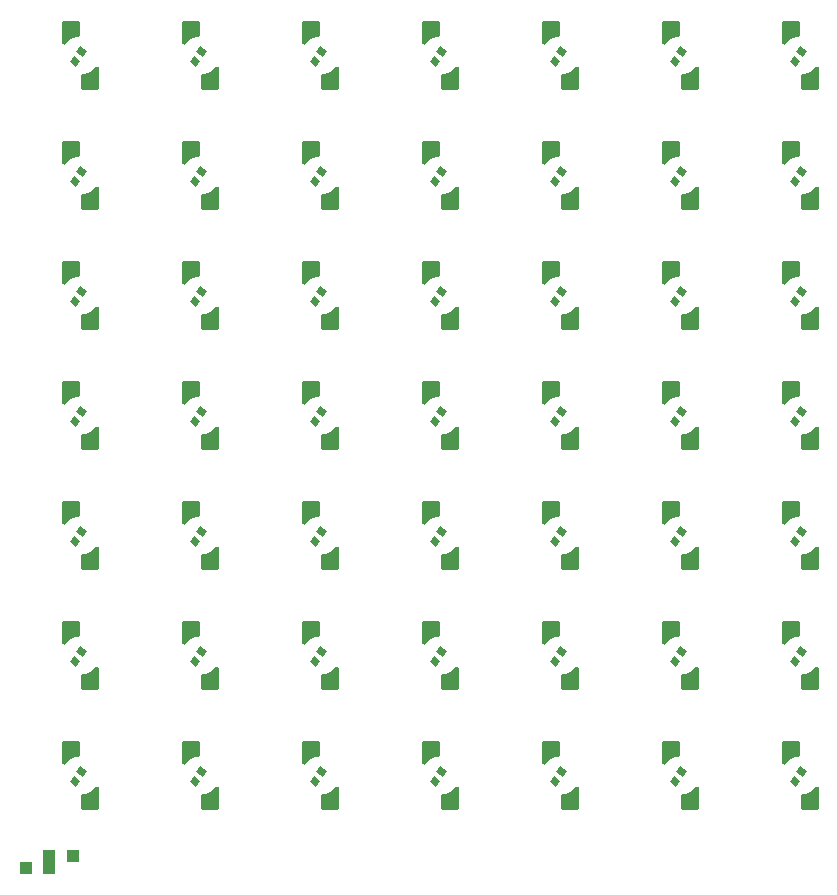
<source format=gtp>
G75*
%MOIN*%
%OFA0B0*%
%FSLAX25Y25*%
%IPPOS*%
%LPD*%
%AMOC8*
5,1,8,0,0,1.08239X$1,22.5*
%
%ADD10R,0.03937X0.03937*%
%ADD11R,0.03937X0.07874*%
%ADD12R,0.01969X0.01969*%
%ADD13C,0.00039*%
%ADD14R,0.02362X0.02756*%
D10*
X0106050Y0011243D03*
X0121798Y0015180D03*
D11*
X0113924Y0013211D03*
D12*
X0128018Y0034274D03*
X0120144Y0050022D03*
X0128018Y0074274D03*
X0120144Y0090022D03*
X0128018Y0114274D03*
X0120144Y0130022D03*
X0128018Y0154274D03*
X0120144Y0170022D03*
X0128018Y0194274D03*
X0120144Y0210022D03*
X0128018Y0234274D03*
X0120144Y0250022D03*
X0128018Y0274274D03*
X0120144Y0290022D03*
X0160144Y0290022D03*
X0168018Y0274274D03*
X0160144Y0250022D03*
X0168018Y0234274D03*
X0160144Y0210022D03*
X0168018Y0194274D03*
X0200144Y0210022D03*
X0208018Y0194274D03*
X0240144Y0210022D03*
X0248018Y0194274D03*
X0240144Y0170022D03*
X0248018Y0154274D03*
X0240144Y0130022D03*
X0248018Y0114274D03*
X0240144Y0090022D03*
X0248018Y0074274D03*
X0240144Y0050022D03*
X0248018Y0034274D03*
X0280144Y0050022D03*
X0288018Y0034274D03*
X0320144Y0050022D03*
X0328018Y0034274D03*
X0360144Y0050022D03*
X0368018Y0034274D03*
X0368018Y0074274D03*
X0360144Y0090022D03*
X0328018Y0074274D03*
X0320144Y0090022D03*
X0288018Y0074274D03*
X0280144Y0090022D03*
X0288018Y0114274D03*
X0280144Y0130022D03*
X0288018Y0154274D03*
X0280144Y0170022D03*
X0288018Y0194274D03*
X0280144Y0210022D03*
X0288018Y0234274D03*
X0280144Y0250022D03*
X0288018Y0274274D03*
X0280144Y0290022D03*
X0248018Y0274274D03*
X0240144Y0290022D03*
X0208018Y0274274D03*
X0200144Y0290022D03*
X0200144Y0250022D03*
X0208018Y0234274D03*
X0240144Y0250022D03*
X0248018Y0234274D03*
X0320144Y0250022D03*
X0328018Y0234274D03*
X0320144Y0210022D03*
X0328018Y0194274D03*
X0360144Y0210022D03*
X0368018Y0194274D03*
X0360144Y0170022D03*
X0368018Y0154274D03*
X0360144Y0130022D03*
X0368018Y0114274D03*
X0328018Y0114274D03*
X0320144Y0130022D03*
X0328018Y0154274D03*
X0320144Y0170022D03*
X0368018Y0234274D03*
X0360144Y0250022D03*
X0368018Y0274274D03*
X0360144Y0290022D03*
X0328018Y0274274D03*
X0320144Y0290022D03*
X0200144Y0170022D03*
X0208018Y0154274D03*
X0200144Y0130022D03*
X0208018Y0114274D03*
X0200144Y0090022D03*
X0208018Y0074274D03*
X0200144Y0050022D03*
X0208018Y0034274D03*
X0168018Y0034274D03*
X0160144Y0050022D03*
X0168018Y0074274D03*
X0160144Y0090022D03*
X0168018Y0114274D03*
X0160144Y0130022D03*
X0168018Y0154274D03*
X0160144Y0170022D03*
D13*
X0158176Y0170010D02*
X0163688Y0170010D01*
X0163688Y0169972D02*
X0158176Y0169972D01*
X0158176Y0169934D02*
X0163688Y0169934D01*
X0163688Y0169896D02*
X0158176Y0169896D01*
X0158176Y0169859D02*
X0163688Y0169859D01*
X0163688Y0169821D02*
X0158176Y0169821D01*
X0158176Y0169783D02*
X0163688Y0169783D01*
X0163688Y0169745D02*
X0158176Y0169745D01*
X0158176Y0169707D02*
X0163688Y0169707D01*
X0163688Y0169669D02*
X0158176Y0169669D01*
X0158176Y0169631D02*
X0163688Y0169631D01*
X0163688Y0169593D02*
X0158176Y0169593D01*
X0158176Y0169556D02*
X0163688Y0169556D01*
X0163688Y0169518D02*
X0158176Y0169518D01*
X0158176Y0169480D02*
X0163688Y0169480D01*
X0163688Y0169442D02*
X0158176Y0169442D01*
X0158176Y0169404D02*
X0163688Y0169404D01*
X0163688Y0169366D02*
X0158176Y0169366D01*
X0158176Y0169328D02*
X0163688Y0169328D01*
X0163688Y0169290D02*
X0158176Y0169290D01*
X0158176Y0169252D02*
X0163688Y0169252D01*
X0163688Y0169235D02*
X0163688Y0172778D01*
X0163661Y0172982D01*
X0163582Y0173172D01*
X0163457Y0173335D01*
X0163294Y0173460D01*
X0163104Y0173539D01*
X0162900Y0173565D01*
X0158963Y0173565D01*
X0158759Y0173539D01*
X0158570Y0173460D01*
X0158406Y0173335D01*
X0158281Y0173172D01*
X0158203Y0172982D01*
X0158176Y0172778D01*
X0158176Y0166479D01*
X0158200Y0166326D01*
X0158271Y0166188D01*
X0158381Y0166079D01*
X0158520Y0166009D01*
X0158673Y0165987D01*
X0158826Y0166013D01*
X0158963Y0166085D01*
X0159419Y0166740D01*
X0159978Y0167309D01*
X0160626Y0167776D01*
X0161342Y0168128D01*
X0162108Y0168353D01*
X0162900Y0168447D01*
X0163104Y0168474D01*
X0163294Y0168553D01*
X0163457Y0168678D01*
X0163582Y0168841D01*
X0163661Y0169031D01*
X0163688Y0169235D01*
X0163685Y0169215D02*
X0158176Y0169215D01*
X0158176Y0169177D02*
X0163680Y0169177D01*
X0163675Y0169139D02*
X0158176Y0169139D01*
X0158176Y0169101D02*
X0163670Y0169101D01*
X0163665Y0169063D02*
X0158176Y0169063D01*
X0158176Y0169025D02*
X0163658Y0169025D01*
X0163643Y0168987D02*
X0158176Y0168987D01*
X0158176Y0168949D02*
X0163627Y0168949D01*
X0163611Y0168912D02*
X0158176Y0168912D01*
X0158176Y0168874D02*
X0163596Y0168874D01*
X0163578Y0168836D02*
X0158176Y0168836D01*
X0158176Y0168798D02*
X0163549Y0168798D01*
X0163520Y0168760D02*
X0158176Y0168760D01*
X0158176Y0168722D02*
X0163491Y0168722D01*
X0163462Y0168684D02*
X0158176Y0168684D01*
X0158176Y0168646D02*
X0163416Y0168646D01*
X0163367Y0168608D02*
X0158176Y0168608D01*
X0158176Y0168571D02*
X0163317Y0168571D01*
X0163246Y0168533D02*
X0158176Y0168533D01*
X0158176Y0168495D02*
X0163154Y0168495D01*
X0162974Y0168457D02*
X0158176Y0168457D01*
X0158176Y0168419D02*
X0162662Y0168419D01*
X0162342Y0168381D02*
X0158176Y0168381D01*
X0158176Y0168343D02*
X0162073Y0168343D01*
X0161945Y0168305D02*
X0158176Y0168305D01*
X0158176Y0168268D02*
X0161817Y0168268D01*
X0161688Y0168230D02*
X0158176Y0168230D01*
X0158176Y0168192D02*
X0161560Y0168192D01*
X0161431Y0168154D02*
X0158176Y0168154D01*
X0158176Y0168116D02*
X0161319Y0168116D01*
X0161241Y0168078D02*
X0158176Y0168078D01*
X0158176Y0168040D02*
X0161164Y0168040D01*
X0161087Y0168002D02*
X0158176Y0168002D01*
X0158176Y0167965D02*
X0161010Y0167965D01*
X0160932Y0167927D02*
X0158176Y0167927D01*
X0158176Y0167889D02*
X0160855Y0167889D01*
X0160778Y0167851D02*
X0158176Y0167851D01*
X0158176Y0167813D02*
X0160701Y0167813D01*
X0160624Y0167775D02*
X0158176Y0167775D01*
X0158176Y0167737D02*
X0160572Y0167737D01*
X0160519Y0167699D02*
X0158176Y0167699D01*
X0158176Y0167661D02*
X0160467Y0167661D01*
X0160414Y0167624D02*
X0158176Y0167624D01*
X0158176Y0167586D02*
X0160362Y0167586D01*
X0160309Y0167548D02*
X0158176Y0167548D01*
X0158176Y0167510D02*
X0160257Y0167510D01*
X0160204Y0167472D02*
X0158176Y0167472D01*
X0158176Y0167434D02*
X0160152Y0167434D01*
X0160099Y0167396D02*
X0158176Y0167396D01*
X0158176Y0167358D02*
X0160046Y0167358D01*
X0159994Y0167321D02*
X0158176Y0167321D01*
X0158176Y0167283D02*
X0159952Y0167283D01*
X0159915Y0167245D02*
X0158176Y0167245D01*
X0158176Y0167207D02*
X0159878Y0167207D01*
X0159841Y0167169D02*
X0158176Y0167169D01*
X0158176Y0167131D02*
X0159803Y0167131D01*
X0159766Y0167093D02*
X0158176Y0167093D01*
X0158176Y0167055D02*
X0159729Y0167055D01*
X0159692Y0167017D02*
X0158176Y0167017D01*
X0158176Y0166980D02*
X0159654Y0166980D01*
X0159617Y0166942D02*
X0158176Y0166942D01*
X0158176Y0166904D02*
X0159580Y0166904D01*
X0159543Y0166866D02*
X0158176Y0166866D01*
X0158176Y0166828D02*
X0159505Y0166828D01*
X0159468Y0166790D02*
X0158176Y0166790D01*
X0158176Y0166752D02*
X0159431Y0166752D01*
X0159401Y0166714D02*
X0158176Y0166714D01*
X0158176Y0166677D02*
X0159375Y0166677D01*
X0159348Y0166639D02*
X0158176Y0166639D01*
X0158176Y0166601D02*
X0159322Y0166601D01*
X0159296Y0166563D02*
X0158176Y0166563D01*
X0158176Y0166525D02*
X0159269Y0166525D01*
X0159243Y0166487D02*
X0158176Y0166487D01*
X0158181Y0166449D02*
X0159217Y0166449D01*
X0159190Y0166411D02*
X0158187Y0166411D01*
X0158193Y0166373D02*
X0159164Y0166373D01*
X0159138Y0166336D02*
X0158199Y0166336D01*
X0158215Y0166298D02*
X0159111Y0166298D01*
X0159085Y0166260D02*
X0158234Y0166260D01*
X0158254Y0166222D02*
X0159058Y0166222D01*
X0159032Y0166184D02*
X0158275Y0166184D01*
X0158313Y0166146D02*
X0159006Y0166146D01*
X0158979Y0166108D02*
X0158351Y0166108D01*
X0158398Y0166070D02*
X0158936Y0166070D01*
X0158864Y0166033D02*
X0158474Y0166033D01*
X0158619Y0165995D02*
X0158720Y0165995D01*
X0158176Y0170048D02*
X0163688Y0170048D01*
X0163688Y0170086D02*
X0158176Y0170086D01*
X0158176Y0170124D02*
X0163688Y0170124D01*
X0163688Y0170162D02*
X0158176Y0170162D01*
X0158176Y0170200D02*
X0163688Y0170200D01*
X0163688Y0170237D02*
X0158176Y0170237D01*
X0158176Y0170275D02*
X0163688Y0170275D01*
X0163688Y0170313D02*
X0158176Y0170313D01*
X0158176Y0170351D02*
X0163688Y0170351D01*
X0163688Y0170389D02*
X0158176Y0170389D01*
X0158176Y0170427D02*
X0163688Y0170427D01*
X0163688Y0170465D02*
X0158176Y0170465D01*
X0158176Y0170503D02*
X0163688Y0170503D01*
X0163688Y0170540D02*
X0158176Y0170540D01*
X0158176Y0170578D02*
X0163688Y0170578D01*
X0163688Y0170616D02*
X0158176Y0170616D01*
X0158176Y0170654D02*
X0163688Y0170654D01*
X0163688Y0170692D02*
X0158176Y0170692D01*
X0158176Y0170730D02*
X0163688Y0170730D01*
X0163688Y0170768D02*
X0158176Y0170768D01*
X0158176Y0170806D02*
X0163688Y0170806D01*
X0163688Y0170843D02*
X0158176Y0170843D01*
X0158176Y0170881D02*
X0163688Y0170881D01*
X0163688Y0170919D02*
X0158176Y0170919D01*
X0158176Y0170957D02*
X0163688Y0170957D01*
X0163688Y0170995D02*
X0158176Y0170995D01*
X0158176Y0171033D02*
X0163688Y0171033D01*
X0163688Y0171071D02*
X0158176Y0171071D01*
X0158176Y0171109D02*
X0163688Y0171109D01*
X0163688Y0171147D02*
X0158176Y0171147D01*
X0158176Y0171184D02*
X0163688Y0171184D01*
X0163688Y0171222D02*
X0158176Y0171222D01*
X0158176Y0171260D02*
X0163688Y0171260D01*
X0163688Y0171298D02*
X0158176Y0171298D01*
X0158176Y0171336D02*
X0163688Y0171336D01*
X0163688Y0171374D02*
X0158176Y0171374D01*
X0158176Y0171412D02*
X0163688Y0171412D01*
X0163688Y0171450D02*
X0158176Y0171450D01*
X0158176Y0171487D02*
X0163688Y0171487D01*
X0163688Y0171525D02*
X0158176Y0171525D01*
X0158176Y0171563D02*
X0163688Y0171563D01*
X0163688Y0171601D02*
X0158176Y0171601D01*
X0158176Y0171639D02*
X0163688Y0171639D01*
X0163688Y0171677D02*
X0158176Y0171677D01*
X0158176Y0171715D02*
X0163688Y0171715D01*
X0163688Y0171753D02*
X0158176Y0171753D01*
X0158176Y0171791D02*
X0163688Y0171791D01*
X0163688Y0171828D02*
X0158176Y0171828D01*
X0158176Y0171866D02*
X0163688Y0171866D01*
X0163688Y0171904D02*
X0158176Y0171904D01*
X0158176Y0171942D02*
X0163688Y0171942D01*
X0163688Y0171980D02*
X0158176Y0171980D01*
X0158176Y0172018D02*
X0163688Y0172018D01*
X0163688Y0172056D02*
X0158176Y0172056D01*
X0158176Y0172094D02*
X0163688Y0172094D01*
X0163688Y0172131D02*
X0158176Y0172131D01*
X0158176Y0172169D02*
X0163688Y0172169D01*
X0163688Y0172207D02*
X0158176Y0172207D01*
X0158176Y0172245D02*
X0163688Y0172245D01*
X0163688Y0172283D02*
X0158176Y0172283D01*
X0158176Y0172321D02*
X0163688Y0172321D01*
X0163688Y0172359D02*
X0158176Y0172359D01*
X0158176Y0172397D02*
X0163688Y0172397D01*
X0163688Y0172435D02*
X0158176Y0172435D01*
X0158176Y0172472D02*
X0163688Y0172472D01*
X0163688Y0172510D02*
X0158176Y0172510D01*
X0158176Y0172548D02*
X0163688Y0172548D01*
X0163688Y0172586D02*
X0158176Y0172586D01*
X0158176Y0172624D02*
X0163688Y0172624D01*
X0163688Y0172662D02*
X0158176Y0172662D01*
X0158176Y0172700D02*
X0163688Y0172700D01*
X0163688Y0172738D02*
X0158176Y0172738D01*
X0158176Y0172775D02*
X0163688Y0172775D01*
X0163683Y0172813D02*
X0158181Y0172813D01*
X0158185Y0172851D02*
X0163678Y0172851D01*
X0163673Y0172889D02*
X0158190Y0172889D01*
X0158195Y0172927D02*
X0163668Y0172927D01*
X0163663Y0172965D02*
X0158200Y0172965D01*
X0158211Y0173003D02*
X0163652Y0173003D01*
X0163636Y0173041D02*
X0158227Y0173041D01*
X0158243Y0173078D02*
X0163621Y0173078D01*
X0163605Y0173116D02*
X0158258Y0173116D01*
X0158274Y0173154D02*
X0163589Y0173154D01*
X0163566Y0173192D02*
X0158297Y0173192D01*
X0158326Y0173230D02*
X0163537Y0173230D01*
X0163508Y0173268D02*
X0158355Y0173268D01*
X0158384Y0173306D02*
X0163479Y0173306D01*
X0163445Y0173344D02*
X0158418Y0173344D01*
X0158467Y0173382D02*
X0163396Y0173382D01*
X0163347Y0173419D02*
X0158517Y0173419D01*
X0158566Y0173457D02*
X0163297Y0173457D01*
X0163209Y0173495D02*
X0158655Y0173495D01*
X0158746Y0173533D02*
X0163117Y0173533D01*
X0169337Y0158283D02*
X0169199Y0158211D01*
X0168744Y0157556D01*
X0168184Y0156987D01*
X0167537Y0156520D01*
X0166820Y0156168D01*
X0166055Y0155943D01*
X0165262Y0155849D01*
X0165059Y0155822D01*
X0164869Y0155743D01*
X0164706Y0155618D01*
X0164581Y0155455D01*
X0164502Y0155265D01*
X0164475Y0155061D01*
X0164475Y0151518D01*
X0164502Y0151314D01*
X0164581Y0151124D01*
X0164706Y0150961D01*
X0164869Y0150836D01*
X0165059Y0150758D01*
X0165262Y0150731D01*
X0169199Y0150731D01*
X0169403Y0150758D01*
X0169593Y0150836D01*
X0169756Y0150961D01*
X0169881Y0151124D01*
X0169960Y0151314D01*
X0169987Y0151518D01*
X0169987Y0157817D01*
X0169962Y0157970D01*
X0169892Y0158108D01*
X0169781Y0158217D01*
X0169643Y0158287D01*
X0169489Y0158309D01*
X0169337Y0158283D01*
X0169305Y0158267D02*
X0169682Y0158267D01*
X0169758Y0158229D02*
X0169234Y0158229D01*
X0169186Y0158191D02*
X0169808Y0158191D01*
X0169846Y0158153D02*
X0169159Y0158153D01*
X0169133Y0158115D02*
X0169885Y0158115D01*
X0169907Y0158077D02*
X0169107Y0158077D01*
X0169080Y0158040D02*
X0169927Y0158040D01*
X0169946Y0158002D02*
X0169054Y0158002D01*
X0169028Y0157964D02*
X0169964Y0157964D01*
X0169970Y0157926D02*
X0169001Y0157926D01*
X0168975Y0157888D02*
X0169976Y0157888D01*
X0169982Y0157850D02*
X0168948Y0157850D01*
X0168922Y0157812D02*
X0169987Y0157812D01*
X0169987Y0157774D02*
X0168896Y0157774D01*
X0168869Y0157737D02*
X0169987Y0157737D01*
X0169987Y0157699D02*
X0168843Y0157699D01*
X0168817Y0157661D02*
X0169987Y0157661D01*
X0169987Y0157623D02*
X0168790Y0157623D01*
X0168764Y0157585D02*
X0169987Y0157585D01*
X0169987Y0157547D02*
X0168735Y0157547D01*
X0168698Y0157509D02*
X0169987Y0157509D01*
X0169987Y0157471D02*
X0168661Y0157471D01*
X0168623Y0157433D02*
X0169987Y0157433D01*
X0169987Y0157396D02*
X0168586Y0157396D01*
X0168549Y0157358D02*
X0169987Y0157358D01*
X0169987Y0157320D02*
X0168512Y0157320D01*
X0168474Y0157282D02*
X0169987Y0157282D01*
X0169987Y0157244D02*
X0168437Y0157244D01*
X0168400Y0157206D02*
X0169987Y0157206D01*
X0169987Y0157168D02*
X0168363Y0157168D01*
X0168326Y0157130D02*
X0169987Y0157130D01*
X0169987Y0157093D02*
X0168288Y0157093D01*
X0168251Y0157055D02*
X0169987Y0157055D01*
X0169987Y0157017D02*
X0168214Y0157017D01*
X0168173Y0156979D02*
X0169987Y0156979D01*
X0169987Y0156941D02*
X0168121Y0156941D01*
X0168068Y0156903D02*
X0169987Y0156903D01*
X0169987Y0156865D02*
X0168016Y0156865D01*
X0167963Y0156827D02*
X0169987Y0156827D01*
X0169987Y0156789D02*
X0167911Y0156789D01*
X0167858Y0156752D02*
X0169987Y0156752D01*
X0169987Y0156714D02*
X0167806Y0156714D01*
X0167753Y0156676D02*
X0169987Y0156676D01*
X0169987Y0156638D02*
X0167701Y0156638D01*
X0167648Y0156600D02*
X0169987Y0156600D01*
X0169987Y0156562D02*
X0167596Y0156562D01*
X0167543Y0156524D02*
X0169987Y0156524D01*
X0169987Y0156486D02*
X0167469Y0156486D01*
X0167392Y0156449D02*
X0169987Y0156449D01*
X0169987Y0156411D02*
X0167314Y0156411D01*
X0167237Y0156373D02*
X0169987Y0156373D01*
X0169987Y0156335D02*
X0167160Y0156335D01*
X0167083Y0156297D02*
X0169987Y0156297D01*
X0169987Y0156259D02*
X0167005Y0156259D01*
X0166928Y0156221D02*
X0169987Y0156221D01*
X0169987Y0156183D02*
X0166851Y0156183D01*
X0166743Y0156146D02*
X0169987Y0156146D01*
X0169987Y0156108D02*
X0166614Y0156108D01*
X0166486Y0156070D02*
X0169987Y0156070D01*
X0169987Y0156032D02*
X0166357Y0156032D01*
X0166229Y0155994D02*
X0169987Y0155994D01*
X0169987Y0155956D02*
X0166101Y0155956D01*
X0165849Y0155918D02*
X0169987Y0155918D01*
X0169987Y0155880D02*
X0165529Y0155880D01*
X0165214Y0155842D02*
X0169987Y0155842D01*
X0169987Y0155805D02*
X0165017Y0155805D01*
X0164925Y0155767D02*
X0169987Y0155767D01*
X0169987Y0155729D02*
X0164850Y0155729D01*
X0164800Y0155691D02*
X0169987Y0155691D01*
X0169987Y0155653D02*
X0164751Y0155653D01*
X0164703Y0155615D02*
X0169987Y0155615D01*
X0169987Y0155577D02*
X0164674Y0155577D01*
X0164645Y0155539D02*
X0169987Y0155539D01*
X0169987Y0155502D02*
X0164616Y0155502D01*
X0164587Y0155464D02*
X0169987Y0155464D01*
X0169987Y0155426D02*
X0164568Y0155426D01*
X0164553Y0155388D02*
X0169987Y0155388D01*
X0169987Y0155350D02*
X0164537Y0155350D01*
X0164521Y0155312D02*
X0169987Y0155312D01*
X0169987Y0155274D02*
X0164506Y0155274D01*
X0164498Y0155236D02*
X0169987Y0155236D01*
X0169987Y0155198D02*
X0164493Y0155198D01*
X0164488Y0155161D02*
X0169987Y0155161D01*
X0169987Y0155123D02*
X0164483Y0155123D01*
X0164478Y0155085D02*
X0169987Y0155085D01*
X0169987Y0155047D02*
X0164475Y0155047D01*
X0164475Y0155009D02*
X0169987Y0155009D01*
X0169987Y0154971D02*
X0164475Y0154971D01*
X0164475Y0154933D02*
X0169987Y0154933D01*
X0169987Y0154895D02*
X0164475Y0154895D01*
X0164475Y0154858D02*
X0169987Y0154858D01*
X0169987Y0154820D02*
X0164475Y0154820D01*
X0164475Y0154782D02*
X0169987Y0154782D01*
X0169987Y0154744D02*
X0164475Y0154744D01*
X0164475Y0154706D02*
X0169987Y0154706D01*
X0169987Y0154668D02*
X0164475Y0154668D01*
X0164475Y0154630D02*
X0169987Y0154630D01*
X0169987Y0154592D02*
X0164475Y0154592D01*
X0164475Y0154554D02*
X0169987Y0154554D01*
X0169987Y0154517D02*
X0164475Y0154517D01*
X0164475Y0154479D02*
X0169987Y0154479D01*
X0169987Y0154441D02*
X0164475Y0154441D01*
X0164475Y0154403D02*
X0169987Y0154403D01*
X0169987Y0154365D02*
X0164475Y0154365D01*
X0164475Y0154327D02*
X0169987Y0154327D01*
X0169987Y0154289D02*
X0164475Y0154289D01*
X0164475Y0154251D02*
X0169987Y0154251D01*
X0169987Y0154214D02*
X0164475Y0154214D01*
X0164475Y0154176D02*
X0169987Y0154176D01*
X0169987Y0154138D02*
X0164475Y0154138D01*
X0164475Y0154100D02*
X0169987Y0154100D01*
X0169987Y0154062D02*
X0164475Y0154062D01*
X0164475Y0154024D02*
X0169987Y0154024D01*
X0169987Y0153986D02*
X0164475Y0153986D01*
X0164475Y0153948D02*
X0169987Y0153948D01*
X0169987Y0153911D02*
X0164475Y0153911D01*
X0164475Y0153873D02*
X0169987Y0153873D01*
X0169987Y0153835D02*
X0164475Y0153835D01*
X0164475Y0153797D02*
X0169987Y0153797D01*
X0169987Y0153759D02*
X0164475Y0153759D01*
X0164475Y0153721D02*
X0169987Y0153721D01*
X0169987Y0153683D02*
X0164475Y0153683D01*
X0164475Y0153645D02*
X0169987Y0153645D01*
X0169987Y0153607D02*
X0164475Y0153607D01*
X0164475Y0153570D02*
X0169987Y0153570D01*
X0169987Y0153532D02*
X0164475Y0153532D01*
X0164475Y0153494D02*
X0169987Y0153494D01*
X0169987Y0153456D02*
X0164475Y0153456D01*
X0164475Y0153418D02*
X0169987Y0153418D01*
X0169987Y0153380D02*
X0164475Y0153380D01*
X0164475Y0153342D02*
X0169987Y0153342D01*
X0169987Y0153304D02*
X0164475Y0153304D01*
X0164475Y0153267D02*
X0169987Y0153267D01*
X0169987Y0153229D02*
X0164475Y0153229D01*
X0164475Y0153191D02*
X0169987Y0153191D01*
X0169987Y0153153D02*
X0164475Y0153153D01*
X0164475Y0153115D02*
X0169987Y0153115D01*
X0169987Y0153077D02*
X0164475Y0153077D01*
X0164475Y0153039D02*
X0169987Y0153039D01*
X0169987Y0153001D02*
X0164475Y0153001D01*
X0164475Y0152963D02*
X0169987Y0152963D01*
X0169987Y0152926D02*
X0164475Y0152926D01*
X0164475Y0152888D02*
X0169987Y0152888D01*
X0169987Y0152850D02*
X0164475Y0152850D01*
X0164475Y0152812D02*
X0169987Y0152812D01*
X0169987Y0152774D02*
X0164475Y0152774D01*
X0164475Y0152736D02*
X0169987Y0152736D01*
X0169987Y0152698D02*
X0164475Y0152698D01*
X0164475Y0152660D02*
X0169987Y0152660D01*
X0169987Y0152623D02*
X0164475Y0152623D01*
X0164475Y0152585D02*
X0169987Y0152585D01*
X0169987Y0152547D02*
X0164475Y0152547D01*
X0164475Y0152509D02*
X0169987Y0152509D01*
X0169987Y0152471D02*
X0164475Y0152471D01*
X0164475Y0152433D02*
X0169987Y0152433D01*
X0169987Y0152395D02*
X0164475Y0152395D01*
X0164475Y0152357D02*
X0169987Y0152357D01*
X0169987Y0152319D02*
X0164475Y0152319D01*
X0164475Y0152282D02*
X0169987Y0152282D01*
X0169987Y0152244D02*
X0164475Y0152244D01*
X0164475Y0152206D02*
X0169987Y0152206D01*
X0169987Y0152168D02*
X0164475Y0152168D01*
X0164475Y0152130D02*
X0169987Y0152130D01*
X0169987Y0152092D02*
X0164475Y0152092D01*
X0164475Y0152054D02*
X0169987Y0152054D01*
X0169987Y0152016D02*
X0164475Y0152016D01*
X0164475Y0151979D02*
X0169987Y0151979D01*
X0169987Y0151941D02*
X0164475Y0151941D01*
X0164475Y0151903D02*
X0169987Y0151903D01*
X0169987Y0151865D02*
X0164475Y0151865D01*
X0164475Y0151827D02*
X0169987Y0151827D01*
X0169987Y0151789D02*
X0164475Y0151789D01*
X0164475Y0151751D02*
X0169987Y0151751D01*
X0169987Y0151713D02*
X0164475Y0151713D01*
X0164475Y0151676D02*
X0169987Y0151676D01*
X0169987Y0151638D02*
X0164475Y0151638D01*
X0164475Y0151600D02*
X0169987Y0151600D01*
X0169987Y0151562D02*
X0164475Y0151562D01*
X0164475Y0151524D02*
X0169987Y0151524D01*
X0169983Y0151486D02*
X0164479Y0151486D01*
X0164484Y0151448D02*
X0169978Y0151448D01*
X0169973Y0151410D02*
X0164489Y0151410D01*
X0164494Y0151372D02*
X0169968Y0151372D01*
X0169963Y0151335D02*
X0164499Y0151335D01*
X0164509Y0151297D02*
X0169953Y0151297D01*
X0169937Y0151259D02*
X0164525Y0151259D01*
X0164541Y0151221D02*
X0169921Y0151221D01*
X0169906Y0151183D02*
X0164556Y0151183D01*
X0164572Y0151145D02*
X0169890Y0151145D01*
X0169868Y0151107D02*
X0164594Y0151107D01*
X0164623Y0151069D02*
X0169839Y0151069D01*
X0169810Y0151032D02*
X0164652Y0151032D01*
X0164681Y0150994D02*
X0169781Y0150994D01*
X0169749Y0150956D02*
X0164713Y0150956D01*
X0164762Y0150918D02*
X0169700Y0150918D01*
X0169650Y0150880D02*
X0164812Y0150880D01*
X0164861Y0150842D02*
X0169601Y0150842D01*
X0169516Y0150804D02*
X0164946Y0150804D01*
X0165037Y0150766D02*
X0169425Y0150766D01*
X0169462Y0158305D02*
X0169521Y0158305D01*
X0198200Y0166326D02*
X0198271Y0166188D01*
X0198381Y0166079D01*
X0198520Y0166009D01*
X0198673Y0165987D01*
X0198826Y0166013D01*
X0198963Y0166085D01*
X0199419Y0166740D01*
X0199978Y0167309D01*
X0200626Y0167776D01*
X0201342Y0168128D01*
X0202108Y0168353D01*
X0202900Y0168447D01*
X0203104Y0168474D01*
X0203294Y0168553D01*
X0203457Y0168678D01*
X0203582Y0168841D01*
X0203661Y0169031D01*
X0203688Y0169235D01*
X0203688Y0172778D01*
X0203661Y0172982D01*
X0203582Y0173172D01*
X0203457Y0173335D01*
X0203294Y0173460D01*
X0203104Y0173539D01*
X0202900Y0173565D01*
X0198963Y0173565D01*
X0198759Y0173539D01*
X0198570Y0173460D01*
X0198406Y0173335D01*
X0198281Y0173172D01*
X0198203Y0172982D01*
X0198176Y0172778D01*
X0198176Y0166479D01*
X0198200Y0166326D01*
X0198199Y0166336D02*
X0199138Y0166336D01*
X0199164Y0166373D02*
X0198193Y0166373D01*
X0198187Y0166411D02*
X0199190Y0166411D01*
X0199217Y0166449D02*
X0198181Y0166449D01*
X0198176Y0166487D02*
X0199243Y0166487D01*
X0199269Y0166525D02*
X0198176Y0166525D01*
X0198176Y0166563D02*
X0199296Y0166563D01*
X0199322Y0166601D02*
X0198176Y0166601D01*
X0198176Y0166639D02*
X0199348Y0166639D01*
X0199375Y0166677D02*
X0198176Y0166677D01*
X0198176Y0166714D02*
X0199401Y0166714D01*
X0199431Y0166752D02*
X0198176Y0166752D01*
X0198176Y0166790D02*
X0199468Y0166790D01*
X0199505Y0166828D02*
X0198176Y0166828D01*
X0198176Y0166866D02*
X0199543Y0166866D01*
X0199580Y0166904D02*
X0198176Y0166904D01*
X0198176Y0166942D02*
X0199617Y0166942D01*
X0199654Y0166980D02*
X0198176Y0166980D01*
X0198176Y0167017D02*
X0199692Y0167017D01*
X0199729Y0167055D02*
X0198176Y0167055D01*
X0198176Y0167093D02*
X0199766Y0167093D01*
X0199803Y0167131D02*
X0198176Y0167131D01*
X0198176Y0167169D02*
X0199841Y0167169D01*
X0199878Y0167207D02*
X0198176Y0167207D01*
X0198176Y0167245D02*
X0199915Y0167245D01*
X0199952Y0167283D02*
X0198176Y0167283D01*
X0198176Y0167321D02*
X0199994Y0167321D01*
X0200046Y0167358D02*
X0198176Y0167358D01*
X0198176Y0167396D02*
X0200099Y0167396D01*
X0200152Y0167434D02*
X0198176Y0167434D01*
X0198176Y0167472D02*
X0200204Y0167472D01*
X0200257Y0167510D02*
X0198176Y0167510D01*
X0198176Y0167548D02*
X0200309Y0167548D01*
X0200362Y0167586D02*
X0198176Y0167586D01*
X0198176Y0167624D02*
X0200414Y0167624D01*
X0200467Y0167661D02*
X0198176Y0167661D01*
X0198176Y0167699D02*
X0200519Y0167699D01*
X0200572Y0167737D02*
X0198176Y0167737D01*
X0198176Y0167775D02*
X0200624Y0167775D01*
X0200701Y0167813D02*
X0198176Y0167813D01*
X0198176Y0167851D02*
X0200778Y0167851D01*
X0200855Y0167889D02*
X0198176Y0167889D01*
X0198176Y0167927D02*
X0200932Y0167927D01*
X0201010Y0167965D02*
X0198176Y0167965D01*
X0198176Y0168002D02*
X0201087Y0168002D01*
X0201164Y0168040D02*
X0198176Y0168040D01*
X0198176Y0168078D02*
X0201241Y0168078D01*
X0201319Y0168116D02*
X0198176Y0168116D01*
X0198176Y0168154D02*
X0201431Y0168154D01*
X0201560Y0168192D02*
X0198176Y0168192D01*
X0198176Y0168230D02*
X0201688Y0168230D01*
X0201817Y0168268D02*
X0198176Y0168268D01*
X0198176Y0168305D02*
X0201945Y0168305D01*
X0202073Y0168343D02*
X0198176Y0168343D01*
X0198176Y0168381D02*
X0202342Y0168381D01*
X0202662Y0168419D02*
X0198176Y0168419D01*
X0198176Y0168457D02*
X0202974Y0168457D01*
X0203154Y0168495D02*
X0198176Y0168495D01*
X0198176Y0168533D02*
X0203246Y0168533D01*
X0203317Y0168571D02*
X0198176Y0168571D01*
X0198176Y0168608D02*
X0203367Y0168608D01*
X0203416Y0168646D02*
X0198176Y0168646D01*
X0198176Y0168684D02*
X0203462Y0168684D01*
X0203491Y0168722D02*
X0198176Y0168722D01*
X0198176Y0168760D02*
X0203520Y0168760D01*
X0203549Y0168798D02*
X0198176Y0168798D01*
X0198176Y0168836D02*
X0203578Y0168836D01*
X0203596Y0168874D02*
X0198176Y0168874D01*
X0198176Y0168912D02*
X0203611Y0168912D01*
X0203627Y0168949D02*
X0198176Y0168949D01*
X0198176Y0168987D02*
X0203643Y0168987D01*
X0203658Y0169025D02*
X0198176Y0169025D01*
X0198176Y0169063D02*
X0203665Y0169063D01*
X0203670Y0169101D02*
X0198176Y0169101D01*
X0198176Y0169139D02*
X0203675Y0169139D01*
X0203680Y0169177D02*
X0198176Y0169177D01*
X0198176Y0169215D02*
X0203685Y0169215D01*
X0203688Y0169252D02*
X0198176Y0169252D01*
X0198176Y0169290D02*
X0203688Y0169290D01*
X0203688Y0169328D02*
X0198176Y0169328D01*
X0198176Y0169366D02*
X0203688Y0169366D01*
X0203688Y0169404D02*
X0198176Y0169404D01*
X0198176Y0169442D02*
X0203688Y0169442D01*
X0203688Y0169480D02*
X0198176Y0169480D01*
X0198176Y0169518D02*
X0203688Y0169518D01*
X0203688Y0169556D02*
X0198176Y0169556D01*
X0198176Y0169593D02*
X0203688Y0169593D01*
X0203688Y0169631D02*
X0198176Y0169631D01*
X0198176Y0169669D02*
X0203688Y0169669D01*
X0203688Y0169707D02*
X0198176Y0169707D01*
X0198176Y0169745D02*
X0203688Y0169745D01*
X0203688Y0169783D02*
X0198176Y0169783D01*
X0198176Y0169821D02*
X0203688Y0169821D01*
X0203688Y0169859D02*
X0198176Y0169859D01*
X0198176Y0169896D02*
X0203688Y0169896D01*
X0203688Y0169934D02*
X0198176Y0169934D01*
X0198176Y0169972D02*
X0203688Y0169972D01*
X0203688Y0170010D02*
X0198176Y0170010D01*
X0198176Y0170048D02*
X0203688Y0170048D01*
X0203688Y0170086D02*
X0198176Y0170086D01*
X0198176Y0170124D02*
X0203688Y0170124D01*
X0203688Y0170162D02*
X0198176Y0170162D01*
X0198176Y0170200D02*
X0203688Y0170200D01*
X0203688Y0170237D02*
X0198176Y0170237D01*
X0198176Y0170275D02*
X0203688Y0170275D01*
X0203688Y0170313D02*
X0198176Y0170313D01*
X0198176Y0170351D02*
X0203688Y0170351D01*
X0203688Y0170389D02*
X0198176Y0170389D01*
X0198176Y0170427D02*
X0203688Y0170427D01*
X0203688Y0170465D02*
X0198176Y0170465D01*
X0198176Y0170503D02*
X0203688Y0170503D01*
X0203688Y0170540D02*
X0198176Y0170540D01*
X0198176Y0170578D02*
X0203688Y0170578D01*
X0203688Y0170616D02*
X0198176Y0170616D01*
X0198176Y0170654D02*
X0203688Y0170654D01*
X0203688Y0170692D02*
X0198176Y0170692D01*
X0198176Y0170730D02*
X0203688Y0170730D01*
X0203688Y0170768D02*
X0198176Y0170768D01*
X0198176Y0170806D02*
X0203688Y0170806D01*
X0203688Y0170843D02*
X0198176Y0170843D01*
X0198176Y0170881D02*
X0203688Y0170881D01*
X0203688Y0170919D02*
X0198176Y0170919D01*
X0198176Y0170957D02*
X0203688Y0170957D01*
X0203688Y0170995D02*
X0198176Y0170995D01*
X0198176Y0171033D02*
X0203688Y0171033D01*
X0203688Y0171071D02*
X0198176Y0171071D01*
X0198176Y0171109D02*
X0203688Y0171109D01*
X0203688Y0171147D02*
X0198176Y0171147D01*
X0198176Y0171184D02*
X0203688Y0171184D01*
X0203688Y0171222D02*
X0198176Y0171222D01*
X0198176Y0171260D02*
X0203688Y0171260D01*
X0203688Y0171298D02*
X0198176Y0171298D01*
X0198176Y0171336D02*
X0203688Y0171336D01*
X0203688Y0171374D02*
X0198176Y0171374D01*
X0198176Y0171412D02*
X0203688Y0171412D01*
X0203688Y0171450D02*
X0198176Y0171450D01*
X0198176Y0171487D02*
X0203688Y0171487D01*
X0203688Y0171525D02*
X0198176Y0171525D01*
X0198176Y0171563D02*
X0203688Y0171563D01*
X0203688Y0171601D02*
X0198176Y0171601D01*
X0198176Y0171639D02*
X0203688Y0171639D01*
X0203688Y0171677D02*
X0198176Y0171677D01*
X0198176Y0171715D02*
X0203688Y0171715D01*
X0203688Y0171753D02*
X0198176Y0171753D01*
X0198176Y0171791D02*
X0203688Y0171791D01*
X0203688Y0171828D02*
X0198176Y0171828D01*
X0198176Y0171866D02*
X0203688Y0171866D01*
X0203688Y0171904D02*
X0198176Y0171904D01*
X0198176Y0171942D02*
X0203688Y0171942D01*
X0203688Y0171980D02*
X0198176Y0171980D01*
X0198176Y0172018D02*
X0203688Y0172018D01*
X0203688Y0172056D02*
X0198176Y0172056D01*
X0198176Y0172094D02*
X0203688Y0172094D01*
X0203688Y0172131D02*
X0198176Y0172131D01*
X0198176Y0172169D02*
X0203688Y0172169D01*
X0203688Y0172207D02*
X0198176Y0172207D01*
X0198176Y0172245D02*
X0203688Y0172245D01*
X0203688Y0172283D02*
X0198176Y0172283D01*
X0198176Y0172321D02*
X0203688Y0172321D01*
X0203688Y0172359D02*
X0198176Y0172359D01*
X0198176Y0172397D02*
X0203688Y0172397D01*
X0203688Y0172435D02*
X0198176Y0172435D01*
X0198176Y0172472D02*
X0203688Y0172472D01*
X0203688Y0172510D02*
X0198176Y0172510D01*
X0198176Y0172548D02*
X0203688Y0172548D01*
X0203688Y0172586D02*
X0198176Y0172586D01*
X0198176Y0172624D02*
X0203688Y0172624D01*
X0203688Y0172662D02*
X0198176Y0172662D01*
X0198176Y0172700D02*
X0203688Y0172700D01*
X0203688Y0172738D02*
X0198176Y0172738D01*
X0198176Y0172775D02*
X0203688Y0172775D01*
X0203683Y0172813D02*
X0198181Y0172813D01*
X0198185Y0172851D02*
X0203678Y0172851D01*
X0203673Y0172889D02*
X0198190Y0172889D01*
X0198195Y0172927D02*
X0203668Y0172927D01*
X0203663Y0172965D02*
X0198200Y0172965D01*
X0198211Y0173003D02*
X0203652Y0173003D01*
X0203636Y0173041D02*
X0198227Y0173041D01*
X0198243Y0173078D02*
X0203621Y0173078D01*
X0203605Y0173116D02*
X0198258Y0173116D01*
X0198274Y0173154D02*
X0203589Y0173154D01*
X0203566Y0173192D02*
X0198297Y0173192D01*
X0198326Y0173230D02*
X0203537Y0173230D01*
X0203508Y0173268D02*
X0198355Y0173268D01*
X0198384Y0173306D02*
X0203479Y0173306D01*
X0203445Y0173344D02*
X0198418Y0173344D01*
X0198467Y0173382D02*
X0203396Y0173382D01*
X0203347Y0173419D02*
X0198517Y0173419D01*
X0198566Y0173457D02*
X0203297Y0173457D01*
X0203209Y0173495D02*
X0198655Y0173495D01*
X0198746Y0173533D02*
X0203117Y0173533D01*
X0199111Y0166298D02*
X0198215Y0166298D01*
X0198234Y0166260D02*
X0199085Y0166260D01*
X0199058Y0166222D02*
X0198254Y0166222D01*
X0198275Y0166184D02*
X0199032Y0166184D01*
X0199006Y0166146D02*
X0198313Y0166146D01*
X0198351Y0166108D02*
X0198979Y0166108D01*
X0198936Y0166070D02*
X0198398Y0166070D01*
X0198474Y0166033D02*
X0198864Y0166033D01*
X0198720Y0165995D02*
X0198619Y0165995D01*
X0209199Y0158211D02*
X0208744Y0157556D01*
X0208184Y0156987D01*
X0207537Y0156520D01*
X0206820Y0156168D01*
X0206055Y0155943D01*
X0205262Y0155849D01*
X0205059Y0155822D01*
X0204869Y0155743D01*
X0204706Y0155618D01*
X0204581Y0155455D01*
X0204502Y0155265D01*
X0204475Y0155061D01*
X0204475Y0151518D01*
X0204502Y0151314D01*
X0204581Y0151124D01*
X0204706Y0150961D01*
X0204869Y0150836D01*
X0205059Y0150758D01*
X0205262Y0150731D01*
X0209199Y0150731D01*
X0209403Y0150758D01*
X0209593Y0150836D01*
X0209756Y0150961D01*
X0209881Y0151124D01*
X0209960Y0151314D01*
X0209987Y0151518D01*
X0209987Y0157817D01*
X0209962Y0157970D01*
X0209892Y0158108D01*
X0209781Y0158217D01*
X0209643Y0158287D01*
X0209489Y0158309D01*
X0209337Y0158283D01*
X0209199Y0158211D01*
X0209186Y0158191D02*
X0209808Y0158191D01*
X0209846Y0158153D02*
X0209159Y0158153D01*
X0209133Y0158115D02*
X0209885Y0158115D01*
X0209907Y0158077D02*
X0209107Y0158077D01*
X0209080Y0158040D02*
X0209927Y0158040D01*
X0209946Y0158002D02*
X0209054Y0158002D01*
X0209028Y0157964D02*
X0209964Y0157964D01*
X0209970Y0157926D02*
X0209001Y0157926D01*
X0208975Y0157888D02*
X0209976Y0157888D01*
X0209982Y0157850D02*
X0208948Y0157850D01*
X0208922Y0157812D02*
X0209987Y0157812D01*
X0209987Y0157774D02*
X0208896Y0157774D01*
X0208869Y0157737D02*
X0209987Y0157737D01*
X0209987Y0157699D02*
X0208843Y0157699D01*
X0208817Y0157661D02*
X0209987Y0157661D01*
X0209987Y0157623D02*
X0208790Y0157623D01*
X0208764Y0157585D02*
X0209987Y0157585D01*
X0209987Y0157547D02*
X0208735Y0157547D01*
X0208698Y0157509D02*
X0209987Y0157509D01*
X0209987Y0157471D02*
X0208661Y0157471D01*
X0208623Y0157433D02*
X0209987Y0157433D01*
X0209987Y0157396D02*
X0208586Y0157396D01*
X0208549Y0157358D02*
X0209987Y0157358D01*
X0209987Y0157320D02*
X0208512Y0157320D01*
X0208474Y0157282D02*
X0209987Y0157282D01*
X0209987Y0157244D02*
X0208437Y0157244D01*
X0208400Y0157206D02*
X0209987Y0157206D01*
X0209987Y0157168D02*
X0208363Y0157168D01*
X0208326Y0157130D02*
X0209987Y0157130D01*
X0209987Y0157093D02*
X0208288Y0157093D01*
X0208251Y0157055D02*
X0209987Y0157055D01*
X0209987Y0157017D02*
X0208214Y0157017D01*
X0208173Y0156979D02*
X0209987Y0156979D01*
X0209987Y0156941D02*
X0208121Y0156941D01*
X0208068Y0156903D02*
X0209987Y0156903D01*
X0209987Y0156865D02*
X0208016Y0156865D01*
X0207963Y0156827D02*
X0209987Y0156827D01*
X0209987Y0156789D02*
X0207911Y0156789D01*
X0207858Y0156752D02*
X0209987Y0156752D01*
X0209987Y0156714D02*
X0207806Y0156714D01*
X0207753Y0156676D02*
X0209987Y0156676D01*
X0209987Y0156638D02*
X0207701Y0156638D01*
X0207648Y0156600D02*
X0209987Y0156600D01*
X0209987Y0156562D02*
X0207596Y0156562D01*
X0207543Y0156524D02*
X0209987Y0156524D01*
X0209987Y0156486D02*
X0207469Y0156486D01*
X0207392Y0156449D02*
X0209987Y0156449D01*
X0209987Y0156411D02*
X0207314Y0156411D01*
X0207237Y0156373D02*
X0209987Y0156373D01*
X0209987Y0156335D02*
X0207160Y0156335D01*
X0207083Y0156297D02*
X0209987Y0156297D01*
X0209987Y0156259D02*
X0207005Y0156259D01*
X0206928Y0156221D02*
X0209987Y0156221D01*
X0209987Y0156183D02*
X0206851Y0156183D01*
X0206743Y0156146D02*
X0209987Y0156146D01*
X0209987Y0156108D02*
X0206614Y0156108D01*
X0206486Y0156070D02*
X0209987Y0156070D01*
X0209987Y0156032D02*
X0206357Y0156032D01*
X0206229Y0155994D02*
X0209987Y0155994D01*
X0209987Y0155956D02*
X0206101Y0155956D01*
X0205849Y0155918D02*
X0209987Y0155918D01*
X0209987Y0155880D02*
X0205529Y0155880D01*
X0205214Y0155842D02*
X0209987Y0155842D01*
X0209987Y0155805D02*
X0205017Y0155805D01*
X0204925Y0155767D02*
X0209987Y0155767D01*
X0209987Y0155729D02*
X0204850Y0155729D01*
X0204800Y0155691D02*
X0209987Y0155691D01*
X0209987Y0155653D02*
X0204751Y0155653D01*
X0204703Y0155615D02*
X0209987Y0155615D01*
X0209987Y0155577D02*
X0204674Y0155577D01*
X0204645Y0155539D02*
X0209987Y0155539D01*
X0209987Y0155502D02*
X0204616Y0155502D01*
X0204587Y0155464D02*
X0209987Y0155464D01*
X0209987Y0155426D02*
X0204568Y0155426D01*
X0204553Y0155388D02*
X0209987Y0155388D01*
X0209987Y0155350D02*
X0204537Y0155350D01*
X0204521Y0155312D02*
X0209987Y0155312D01*
X0209987Y0155274D02*
X0204506Y0155274D01*
X0204498Y0155236D02*
X0209987Y0155236D01*
X0209987Y0155198D02*
X0204493Y0155198D01*
X0204488Y0155161D02*
X0209987Y0155161D01*
X0209987Y0155123D02*
X0204483Y0155123D01*
X0204478Y0155085D02*
X0209987Y0155085D01*
X0209987Y0155047D02*
X0204475Y0155047D01*
X0204475Y0155009D02*
X0209987Y0155009D01*
X0209987Y0154971D02*
X0204475Y0154971D01*
X0204475Y0154933D02*
X0209987Y0154933D01*
X0209987Y0154895D02*
X0204475Y0154895D01*
X0204475Y0154858D02*
X0209987Y0154858D01*
X0209987Y0154820D02*
X0204475Y0154820D01*
X0204475Y0154782D02*
X0209987Y0154782D01*
X0209987Y0154744D02*
X0204475Y0154744D01*
X0204475Y0154706D02*
X0209987Y0154706D01*
X0209987Y0154668D02*
X0204475Y0154668D01*
X0204475Y0154630D02*
X0209987Y0154630D01*
X0209987Y0154592D02*
X0204475Y0154592D01*
X0204475Y0154554D02*
X0209987Y0154554D01*
X0209987Y0154517D02*
X0204475Y0154517D01*
X0204475Y0154479D02*
X0209987Y0154479D01*
X0209987Y0154441D02*
X0204475Y0154441D01*
X0204475Y0154403D02*
X0209987Y0154403D01*
X0209987Y0154365D02*
X0204475Y0154365D01*
X0204475Y0154327D02*
X0209987Y0154327D01*
X0209987Y0154289D02*
X0204475Y0154289D01*
X0204475Y0154251D02*
X0209987Y0154251D01*
X0209987Y0154214D02*
X0204475Y0154214D01*
X0204475Y0154176D02*
X0209987Y0154176D01*
X0209987Y0154138D02*
X0204475Y0154138D01*
X0204475Y0154100D02*
X0209987Y0154100D01*
X0209987Y0154062D02*
X0204475Y0154062D01*
X0204475Y0154024D02*
X0209987Y0154024D01*
X0209987Y0153986D02*
X0204475Y0153986D01*
X0204475Y0153948D02*
X0209987Y0153948D01*
X0209987Y0153911D02*
X0204475Y0153911D01*
X0204475Y0153873D02*
X0209987Y0153873D01*
X0209987Y0153835D02*
X0204475Y0153835D01*
X0204475Y0153797D02*
X0209987Y0153797D01*
X0209987Y0153759D02*
X0204475Y0153759D01*
X0204475Y0153721D02*
X0209987Y0153721D01*
X0209987Y0153683D02*
X0204475Y0153683D01*
X0204475Y0153645D02*
X0209987Y0153645D01*
X0209987Y0153607D02*
X0204475Y0153607D01*
X0204475Y0153570D02*
X0209987Y0153570D01*
X0209987Y0153532D02*
X0204475Y0153532D01*
X0204475Y0153494D02*
X0209987Y0153494D01*
X0209987Y0153456D02*
X0204475Y0153456D01*
X0204475Y0153418D02*
X0209987Y0153418D01*
X0209987Y0153380D02*
X0204475Y0153380D01*
X0204475Y0153342D02*
X0209987Y0153342D01*
X0209987Y0153304D02*
X0204475Y0153304D01*
X0204475Y0153267D02*
X0209987Y0153267D01*
X0209987Y0153229D02*
X0204475Y0153229D01*
X0204475Y0153191D02*
X0209987Y0153191D01*
X0209987Y0153153D02*
X0204475Y0153153D01*
X0204475Y0153115D02*
X0209987Y0153115D01*
X0209987Y0153077D02*
X0204475Y0153077D01*
X0204475Y0153039D02*
X0209987Y0153039D01*
X0209987Y0153001D02*
X0204475Y0153001D01*
X0204475Y0152963D02*
X0209987Y0152963D01*
X0209987Y0152926D02*
X0204475Y0152926D01*
X0204475Y0152888D02*
X0209987Y0152888D01*
X0209987Y0152850D02*
X0204475Y0152850D01*
X0204475Y0152812D02*
X0209987Y0152812D01*
X0209987Y0152774D02*
X0204475Y0152774D01*
X0204475Y0152736D02*
X0209987Y0152736D01*
X0209987Y0152698D02*
X0204475Y0152698D01*
X0204475Y0152660D02*
X0209987Y0152660D01*
X0209987Y0152623D02*
X0204475Y0152623D01*
X0204475Y0152585D02*
X0209987Y0152585D01*
X0209987Y0152547D02*
X0204475Y0152547D01*
X0204475Y0152509D02*
X0209987Y0152509D01*
X0209987Y0152471D02*
X0204475Y0152471D01*
X0204475Y0152433D02*
X0209987Y0152433D01*
X0209987Y0152395D02*
X0204475Y0152395D01*
X0204475Y0152357D02*
X0209987Y0152357D01*
X0209987Y0152319D02*
X0204475Y0152319D01*
X0204475Y0152282D02*
X0209987Y0152282D01*
X0209987Y0152244D02*
X0204475Y0152244D01*
X0204475Y0152206D02*
X0209987Y0152206D01*
X0209987Y0152168D02*
X0204475Y0152168D01*
X0204475Y0152130D02*
X0209987Y0152130D01*
X0209987Y0152092D02*
X0204475Y0152092D01*
X0204475Y0152054D02*
X0209987Y0152054D01*
X0209987Y0152016D02*
X0204475Y0152016D01*
X0204475Y0151979D02*
X0209987Y0151979D01*
X0209987Y0151941D02*
X0204475Y0151941D01*
X0204475Y0151903D02*
X0209987Y0151903D01*
X0209987Y0151865D02*
X0204475Y0151865D01*
X0204475Y0151827D02*
X0209987Y0151827D01*
X0209987Y0151789D02*
X0204475Y0151789D01*
X0204475Y0151751D02*
X0209987Y0151751D01*
X0209987Y0151713D02*
X0204475Y0151713D01*
X0204475Y0151676D02*
X0209987Y0151676D01*
X0209987Y0151638D02*
X0204475Y0151638D01*
X0204475Y0151600D02*
X0209987Y0151600D01*
X0209987Y0151562D02*
X0204475Y0151562D01*
X0204475Y0151524D02*
X0209987Y0151524D01*
X0209983Y0151486D02*
X0204479Y0151486D01*
X0204484Y0151448D02*
X0209978Y0151448D01*
X0209973Y0151410D02*
X0204489Y0151410D01*
X0204494Y0151372D02*
X0209968Y0151372D01*
X0209963Y0151335D02*
X0204499Y0151335D01*
X0204509Y0151297D02*
X0209953Y0151297D01*
X0209937Y0151259D02*
X0204525Y0151259D01*
X0204541Y0151221D02*
X0209921Y0151221D01*
X0209906Y0151183D02*
X0204556Y0151183D01*
X0204572Y0151145D02*
X0209890Y0151145D01*
X0209868Y0151107D02*
X0204594Y0151107D01*
X0204623Y0151069D02*
X0209839Y0151069D01*
X0209810Y0151032D02*
X0204652Y0151032D01*
X0204681Y0150994D02*
X0209781Y0150994D01*
X0209749Y0150956D02*
X0204713Y0150956D01*
X0204762Y0150918D02*
X0209700Y0150918D01*
X0209650Y0150880D02*
X0204812Y0150880D01*
X0204861Y0150842D02*
X0209601Y0150842D01*
X0209516Y0150804D02*
X0204946Y0150804D01*
X0205037Y0150766D02*
X0209425Y0150766D01*
X0209234Y0158229D02*
X0209758Y0158229D01*
X0209682Y0158267D02*
X0209305Y0158267D01*
X0209462Y0158305D02*
X0209521Y0158305D01*
X0238200Y0166326D02*
X0238271Y0166188D01*
X0238381Y0166079D01*
X0238520Y0166009D01*
X0238673Y0165987D01*
X0238826Y0166013D01*
X0238963Y0166085D01*
X0239419Y0166740D01*
X0239978Y0167309D01*
X0240626Y0167776D01*
X0241342Y0168128D01*
X0242108Y0168353D01*
X0242900Y0168447D01*
X0243104Y0168474D01*
X0243294Y0168553D01*
X0243457Y0168678D01*
X0243582Y0168841D01*
X0243661Y0169031D01*
X0243688Y0169235D01*
X0243688Y0172778D01*
X0243661Y0172982D01*
X0243582Y0173172D01*
X0243457Y0173335D01*
X0243294Y0173460D01*
X0243104Y0173539D01*
X0242900Y0173565D01*
X0238963Y0173565D01*
X0238759Y0173539D01*
X0238570Y0173460D01*
X0238406Y0173335D01*
X0238281Y0173172D01*
X0238203Y0172982D01*
X0238176Y0172778D01*
X0238176Y0166479D01*
X0238200Y0166326D01*
X0238199Y0166336D02*
X0239138Y0166336D01*
X0239164Y0166373D02*
X0238193Y0166373D01*
X0238187Y0166411D02*
X0239190Y0166411D01*
X0239217Y0166449D02*
X0238181Y0166449D01*
X0238176Y0166487D02*
X0239243Y0166487D01*
X0239269Y0166525D02*
X0238176Y0166525D01*
X0238176Y0166563D02*
X0239296Y0166563D01*
X0239322Y0166601D02*
X0238176Y0166601D01*
X0238176Y0166639D02*
X0239348Y0166639D01*
X0239375Y0166677D02*
X0238176Y0166677D01*
X0238176Y0166714D02*
X0239401Y0166714D01*
X0239431Y0166752D02*
X0238176Y0166752D01*
X0238176Y0166790D02*
X0239468Y0166790D01*
X0239505Y0166828D02*
X0238176Y0166828D01*
X0238176Y0166866D02*
X0239543Y0166866D01*
X0239580Y0166904D02*
X0238176Y0166904D01*
X0238176Y0166942D02*
X0239617Y0166942D01*
X0239654Y0166980D02*
X0238176Y0166980D01*
X0238176Y0167017D02*
X0239692Y0167017D01*
X0239729Y0167055D02*
X0238176Y0167055D01*
X0238176Y0167093D02*
X0239766Y0167093D01*
X0239803Y0167131D02*
X0238176Y0167131D01*
X0238176Y0167169D02*
X0239841Y0167169D01*
X0239878Y0167207D02*
X0238176Y0167207D01*
X0238176Y0167245D02*
X0239915Y0167245D01*
X0239952Y0167283D02*
X0238176Y0167283D01*
X0238176Y0167321D02*
X0239994Y0167321D01*
X0240046Y0167358D02*
X0238176Y0167358D01*
X0238176Y0167396D02*
X0240099Y0167396D01*
X0240152Y0167434D02*
X0238176Y0167434D01*
X0238176Y0167472D02*
X0240204Y0167472D01*
X0240257Y0167510D02*
X0238176Y0167510D01*
X0238176Y0167548D02*
X0240309Y0167548D01*
X0240362Y0167586D02*
X0238176Y0167586D01*
X0238176Y0167624D02*
X0240414Y0167624D01*
X0240467Y0167661D02*
X0238176Y0167661D01*
X0238176Y0167699D02*
X0240519Y0167699D01*
X0240572Y0167737D02*
X0238176Y0167737D01*
X0238176Y0167775D02*
X0240624Y0167775D01*
X0240701Y0167813D02*
X0238176Y0167813D01*
X0238176Y0167851D02*
X0240778Y0167851D01*
X0240855Y0167889D02*
X0238176Y0167889D01*
X0238176Y0167927D02*
X0240932Y0167927D01*
X0241010Y0167965D02*
X0238176Y0167965D01*
X0238176Y0168002D02*
X0241087Y0168002D01*
X0241164Y0168040D02*
X0238176Y0168040D01*
X0238176Y0168078D02*
X0241241Y0168078D01*
X0241319Y0168116D02*
X0238176Y0168116D01*
X0238176Y0168154D02*
X0241431Y0168154D01*
X0241560Y0168192D02*
X0238176Y0168192D01*
X0238176Y0168230D02*
X0241688Y0168230D01*
X0241817Y0168268D02*
X0238176Y0168268D01*
X0238176Y0168305D02*
X0241945Y0168305D01*
X0242073Y0168343D02*
X0238176Y0168343D01*
X0238176Y0168381D02*
X0242342Y0168381D01*
X0242662Y0168419D02*
X0238176Y0168419D01*
X0238176Y0168457D02*
X0242974Y0168457D01*
X0243154Y0168495D02*
X0238176Y0168495D01*
X0238176Y0168533D02*
X0243246Y0168533D01*
X0243317Y0168571D02*
X0238176Y0168571D01*
X0238176Y0168608D02*
X0243367Y0168608D01*
X0243416Y0168646D02*
X0238176Y0168646D01*
X0238176Y0168684D02*
X0243462Y0168684D01*
X0243491Y0168722D02*
X0238176Y0168722D01*
X0238176Y0168760D02*
X0243520Y0168760D01*
X0243549Y0168798D02*
X0238176Y0168798D01*
X0238176Y0168836D02*
X0243578Y0168836D01*
X0243596Y0168874D02*
X0238176Y0168874D01*
X0238176Y0168912D02*
X0243611Y0168912D01*
X0243627Y0168949D02*
X0238176Y0168949D01*
X0238176Y0168987D02*
X0243643Y0168987D01*
X0243658Y0169025D02*
X0238176Y0169025D01*
X0238176Y0169063D02*
X0243665Y0169063D01*
X0243670Y0169101D02*
X0238176Y0169101D01*
X0238176Y0169139D02*
X0243675Y0169139D01*
X0243680Y0169177D02*
X0238176Y0169177D01*
X0238176Y0169215D02*
X0243685Y0169215D01*
X0243688Y0169252D02*
X0238176Y0169252D01*
X0238176Y0169290D02*
X0243688Y0169290D01*
X0243688Y0169328D02*
X0238176Y0169328D01*
X0238176Y0169366D02*
X0243688Y0169366D01*
X0243688Y0169404D02*
X0238176Y0169404D01*
X0238176Y0169442D02*
X0243688Y0169442D01*
X0243688Y0169480D02*
X0238176Y0169480D01*
X0238176Y0169518D02*
X0243688Y0169518D01*
X0243688Y0169556D02*
X0238176Y0169556D01*
X0238176Y0169593D02*
X0243688Y0169593D01*
X0243688Y0169631D02*
X0238176Y0169631D01*
X0238176Y0169669D02*
X0243688Y0169669D01*
X0243688Y0169707D02*
X0238176Y0169707D01*
X0238176Y0169745D02*
X0243688Y0169745D01*
X0243688Y0169783D02*
X0238176Y0169783D01*
X0238176Y0169821D02*
X0243688Y0169821D01*
X0243688Y0169859D02*
X0238176Y0169859D01*
X0238176Y0169896D02*
X0243688Y0169896D01*
X0243688Y0169934D02*
X0238176Y0169934D01*
X0238176Y0169972D02*
X0243688Y0169972D01*
X0243688Y0170010D02*
X0238176Y0170010D01*
X0238176Y0170048D02*
X0243688Y0170048D01*
X0243688Y0170086D02*
X0238176Y0170086D01*
X0238176Y0170124D02*
X0243688Y0170124D01*
X0243688Y0170162D02*
X0238176Y0170162D01*
X0238176Y0170200D02*
X0243688Y0170200D01*
X0243688Y0170237D02*
X0238176Y0170237D01*
X0238176Y0170275D02*
X0243688Y0170275D01*
X0243688Y0170313D02*
X0238176Y0170313D01*
X0238176Y0170351D02*
X0243688Y0170351D01*
X0243688Y0170389D02*
X0238176Y0170389D01*
X0238176Y0170427D02*
X0243688Y0170427D01*
X0243688Y0170465D02*
X0238176Y0170465D01*
X0238176Y0170503D02*
X0243688Y0170503D01*
X0243688Y0170540D02*
X0238176Y0170540D01*
X0238176Y0170578D02*
X0243688Y0170578D01*
X0243688Y0170616D02*
X0238176Y0170616D01*
X0238176Y0170654D02*
X0243688Y0170654D01*
X0243688Y0170692D02*
X0238176Y0170692D01*
X0238176Y0170730D02*
X0243688Y0170730D01*
X0243688Y0170768D02*
X0238176Y0170768D01*
X0238176Y0170806D02*
X0243688Y0170806D01*
X0243688Y0170843D02*
X0238176Y0170843D01*
X0238176Y0170881D02*
X0243688Y0170881D01*
X0243688Y0170919D02*
X0238176Y0170919D01*
X0238176Y0170957D02*
X0243688Y0170957D01*
X0243688Y0170995D02*
X0238176Y0170995D01*
X0238176Y0171033D02*
X0243688Y0171033D01*
X0243688Y0171071D02*
X0238176Y0171071D01*
X0238176Y0171109D02*
X0243688Y0171109D01*
X0243688Y0171147D02*
X0238176Y0171147D01*
X0238176Y0171184D02*
X0243688Y0171184D01*
X0243688Y0171222D02*
X0238176Y0171222D01*
X0238176Y0171260D02*
X0243688Y0171260D01*
X0243688Y0171298D02*
X0238176Y0171298D01*
X0238176Y0171336D02*
X0243688Y0171336D01*
X0243688Y0171374D02*
X0238176Y0171374D01*
X0238176Y0171412D02*
X0243688Y0171412D01*
X0243688Y0171450D02*
X0238176Y0171450D01*
X0238176Y0171487D02*
X0243688Y0171487D01*
X0243688Y0171525D02*
X0238176Y0171525D01*
X0238176Y0171563D02*
X0243688Y0171563D01*
X0243688Y0171601D02*
X0238176Y0171601D01*
X0238176Y0171639D02*
X0243688Y0171639D01*
X0243688Y0171677D02*
X0238176Y0171677D01*
X0238176Y0171715D02*
X0243688Y0171715D01*
X0243688Y0171753D02*
X0238176Y0171753D01*
X0238176Y0171791D02*
X0243688Y0171791D01*
X0243688Y0171828D02*
X0238176Y0171828D01*
X0238176Y0171866D02*
X0243688Y0171866D01*
X0243688Y0171904D02*
X0238176Y0171904D01*
X0238176Y0171942D02*
X0243688Y0171942D01*
X0243688Y0171980D02*
X0238176Y0171980D01*
X0238176Y0172018D02*
X0243688Y0172018D01*
X0243688Y0172056D02*
X0238176Y0172056D01*
X0238176Y0172094D02*
X0243688Y0172094D01*
X0243688Y0172131D02*
X0238176Y0172131D01*
X0238176Y0172169D02*
X0243688Y0172169D01*
X0243688Y0172207D02*
X0238176Y0172207D01*
X0238176Y0172245D02*
X0243688Y0172245D01*
X0243688Y0172283D02*
X0238176Y0172283D01*
X0238176Y0172321D02*
X0243688Y0172321D01*
X0243688Y0172359D02*
X0238176Y0172359D01*
X0238176Y0172397D02*
X0243688Y0172397D01*
X0243688Y0172435D02*
X0238176Y0172435D01*
X0238176Y0172472D02*
X0243688Y0172472D01*
X0243688Y0172510D02*
X0238176Y0172510D01*
X0238176Y0172548D02*
X0243688Y0172548D01*
X0243688Y0172586D02*
X0238176Y0172586D01*
X0238176Y0172624D02*
X0243688Y0172624D01*
X0243688Y0172662D02*
X0238176Y0172662D01*
X0238176Y0172700D02*
X0243688Y0172700D01*
X0243688Y0172738D02*
X0238176Y0172738D01*
X0238176Y0172775D02*
X0243688Y0172775D01*
X0243683Y0172813D02*
X0238181Y0172813D01*
X0238185Y0172851D02*
X0243678Y0172851D01*
X0243673Y0172889D02*
X0238190Y0172889D01*
X0238195Y0172927D02*
X0243668Y0172927D01*
X0243663Y0172965D02*
X0238200Y0172965D01*
X0238211Y0173003D02*
X0243652Y0173003D01*
X0243636Y0173041D02*
X0238227Y0173041D01*
X0238243Y0173078D02*
X0243621Y0173078D01*
X0243605Y0173116D02*
X0238258Y0173116D01*
X0238274Y0173154D02*
X0243589Y0173154D01*
X0243566Y0173192D02*
X0238297Y0173192D01*
X0238326Y0173230D02*
X0243537Y0173230D01*
X0243508Y0173268D02*
X0238355Y0173268D01*
X0238384Y0173306D02*
X0243479Y0173306D01*
X0243445Y0173344D02*
X0238418Y0173344D01*
X0238467Y0173382D02*
X0243396Y0173382D01*
X0243347Y0173419D02*
X0238517Y0173419D01*
X0238566Y0173457D02*
X0243297Y0173457D01*
X0243209Y0173495D02*
X0238655Y0173495D01*
X0238746Y0173533D02*
X0243117Y0173533D01*
X0239111Y0166298D02*
X0238215Y0166298D01*
X0238234Y0166260D02*
X0239085Y0166260D01*
X0239058Y0166222D02*
X0238254Y0166222D01*
X0238275Y0166184D02*
X0239032Y0166184D01*
X0239006Y0166146D02*
X0238313Y0166146D01*
X0238351Y0166108D02*
X0238979Y0166108D01*
X0238936Y0166070D02*
X0238398Y0166070D01*
X0238474Y0166033D02*
X0238864Y0166033D01*
X0238720Y0165995D02*
X0238619Y0165995D01*
X0249199Y0158211D02*
X0248744Y0157556D01*
X0248184Y0156987D01*
X0247537Y0156520D01*
X0246820Y0156168D01*
X0246055Y0155943D01*
X0245262Y0155849D01*
X0245059Y0155822D01*
X0244869Y0155743D01*
X0244706Y0155618D01*
X0244581Y0155455D01*
X0244502Y0155265D01*
X0244475Y0155061D01*
X0244475Y0151518D01*
X0244502Y0151314D01*
X0244581Y0151124D01*
X0244706Y0150961D01*
X0244869Y0150836D01*
X0245059Y0150758D01*
X0245262Y0150731D01*
X0249199Y0150731D01*
X0249403Y0150758D01*
X0249593Y0150836D01*
X0249756Y0150961D01*
X0249881Y0151124D01*
X0249960Y0151314D01*
X0249987Y0151518D01*
X0249987Y0157817D01*
X0249962Y0157970D01*
X0249892Y0158108D01*
X0249781Y0158217D01*
X0249643Y0158287D01*
X0249489Y0158309D01*
X0249337Y0158283D01*
X0249199Y0158211D01*
X0249186Y0158191D02*
X0249808Y0158191D01*
X0249846Y0158153D02*
X0249159Y0158153D01*
X0249133Y0158115D02*
X0249885Y0158115D01*
X0249907Y0158077D02*
X0249107Y0158077D01*
X0249080Y0158040D02*
X0249927Y0158040D01*
X0249946Y0158002D02*
X0249054Y0158002D01*
X0249028Y0157964D02*
X0249964Y0157964D01*
X0249970Y0157926D02*
X0249001Y0157926D01*
X0248975Y0157888D02*
X0249976Y0157888D01*
X0249982Y0157850D02*
X0248948Y0157850D01*
X0248922Y0157812D02*
X0249987Y0157812D01*
X0249987Y0157774D02*
X0248896Y0157774D01*
X0248869Y0157737D02*
X0249987Y0157737D01*
X0249987Y0157699D02*
X0248843Y0157699D01*
X0248817Y0157661D02*
X0249987Y0157661D01*
X0249987Y0157623D02*
X0248790Y0157623D01*
X0248764Y0157585D02*
X0249987Y0157585D01*
X0249987Y0157547D02*
X0248735Y0157547D01*
X0248698Y0157509D02*
X0249987Y0157509D01*
X0249987Y0157471D02*
X0248661Y0157471D01*
X0248623Y0157433D02*
X0249987Y0157433D01*
X0249987Y0157396D02*
X0248586Y0157396D01*
X0248549Y0157358D02*
X0249987Y0157358D01*
X0249987Y0157320D02*
X0248512Y0157320D01*
X0248474Y0157282D02*
X0249987Y0157282D01*
X0249987Y0157244D02*
X0248437Y0157244D01*
X0248400Y0157206D02*
X0249987Y0157206D01*
X0249987Y0157168D02*
X0248363Y0157168D01*
X0248326Y0157130D02*
X0249987Y0157130D01*
X0249987Y0157093D02*
X0248288Y0157093D01*
X0248251Y0157055D02*
X0249987Y0157055D01*
X0249987Y0157017D02*
X0248214Y0157017D01*
X0248173Y0156979D02*
X0249987Y0156979D01*
X0249987Y0156941D02*
X0248121Y0156941D01*
X0248068Y0156903D02*
X0249987Y0156903D01*
X0249987Y0156865D02*
X0248016Y0156865D01*
X0247963Y0156827D02*
X0249987Y0156827D01*
X0249987Y0156789D02*
X0247911Y0156789D01*
X0247858Y0156752D02*
X0249987Y0156752D01*
X0249987Y0156714D02*
X0247806Y0156714D01*
X0247753Y0156676D02*
X0249987Y0156676D01*
X0249987Y0156638D02*
X0247701Y0156638D01*
X0247648Y0156600D02*
X0249987Y0156600D01*
X0249987Y0156562D02*
X0247596Y0156562D01*
X0247543Y0156524D02*
X0249987Y0156524D01*
X0249987Y0156486D02*
X0247469Y0156486D01*
X0247392Y0156449D02*
X0249987Y0156449D01*
X0249987Y0156411D02*
X0247314Y0156411D01*
X0247237Y0156373D02*
X0249987Y0156373D01*
X0249987Y0156335D02*
X0247160Y0156335D01*
X0247083Y0156297D02*
X0249987Y0156297D01*
X0249987Y0156259D02*
X0247005Y0156259D01*
X0246928Y0156221D02*
X0249987Y0156221D01*
X0249987Y0156183D02*
X0246851Y0156183D01*
X0246743Y0156146D02*
X0249987Y0156146D01*
X0249987Y0156108D02*
X0246614Y0156108D01*
X0246486Y0156070D02*
X0249987Y0156070D01*
X0249987Y0156032D02*
X0246357Y0156032D01*
X0246229Y0155994D02*
X0249987Y0155994D01*
X0249987Y0155956D02*
X0246101Y0155956D01*
X0245849Y0155918D02*
X0249987Y0155918D01*
X0249987Y0155880D02*
X0245529Y0155880D01*
X0245214Y0155842D02*
X0249987Y0155842D01*
X0249987Y0155805D02*
X0245017Y0155805D01*
X0244925Y0155767D02*
X0249987Y0155767D01*
X0249987Y0155729D02*
X0244850Y0155729D01*
X0244800Y0155691D02*
X0249987Y0155691D01*
X0249987Y0155653D02*
X0244751Y0155653D01*
X0244703Y0155615D02*
X0249987Y0155615D01*
X0249987Y0155577D02*
X0244674Y0155577D01*
X0244645Y0155539D02*
X0249987Y0155539D01*
X0249987Y0155502D02*
X0244616Y0155502D01*
X0244587Y0155464D02*
X0249987Y0155464D01*
X0249987Y0155426D02*
X0244568Y0155426D01*
X0244553Y0155388D02*
X0249987Y0155388D01*
X0249987Y0155350D02*
X0244537Y0155350D01*
X0244521Y0155312D02*
X0249987Y0155312D01*
X0249987Y0155274D02*
X0244506Y0155274D01*
X0244498Y0155236D02*
X0249987Y0155236D01*
X0249987Y0155198D02*
X0244493Y0155198D01*
X0244488Y0155161D02*
X0249987Y0155161D01*
X0249987Y0155123D02*
X0244483Y0155123D01*
X0244478Y0155085D02*
X0249987Y0155085D01*
X0249987Y0155047D02*
X0244475Y0155047D01*
X0244475Y0155009D02*
X0249987Y0155009D01*
X0249987Y0154971D02*
X0244475Y0154971D01*
X0244475Y0154933D02*
X0249987Y0154933D01*
X0249987Y0154895D02*
X0244475Y0154895D01*
X0244475Y0154858D02*
X0249987Y0154858D01*
X0249987Y0154820D02*
X0244475Y0154820D01*
X0244475Y0154782D02*
X0249987Y0154782D01*
X0249987Y0154744D02*
X0244475Y0154744D01*
X0244475Y0154706D02*
X0249987Y0154706D01*
X0249987Y0154668D02*
X0244475Y0154668D01*
X0244475Y0154630D02*
X0249987Y0154630D01*
X0249987Y0154592D02*
X0244475Y0154592D01*
X0244475Y0154554D02*
X0249987Y0154554D01*
X0249987Y0154517D02*
X0244475Y0154517D01*
X0244475Y0154479D02*
X0249987Y0154479D01*
X0249987Y0154441D02*
X0244475Y0154441D01*
X0244475Y0154403D02*
X0249987Y0154403D01*
X0249987Y0154365D02*
X0244475Y0154365D01*
X0244475Y0154327D02*
X0249987Y0154327D01*
X0249987Y0154289D02*
X0244475Y0154289D01*
X0244475Y0154251D02*
X0249987Y0154251D01*
X0249987Y0154214D02*
X0244475Y0154214D01*
X0244475Y0154176D02*
X0249987Y0154176D01*
X0249987Y0154138D02*
X0244475Y0154138D01*
X0244475Y0154100D02*
X0249987Y0154100D01*
X0249987Y0154062D02*
X0244475Y0154062D01*
X0244475Y0154024D02*
X0249987Y0154024D01*
X0249987Y0153986D02*
X0244475Y0153986D01*
X0244475Y0153948D02*
X0249987Y0153948D01*
X0249987Y0153911D02*
X0244475Y0153911D01*
X0244475Y0153873D02*
X0249987Y0153873D01*
X0249987Y0153835D02*
X0244475Y0153835D01*
X0244475Y0153797D02*
X0249987Y0153797D01*
X0249987Y0153759D02*
X0244475Y0153759D01*
X0244475Y0153721D02*
X0249987Y0153721D01*
X0249987Y0153683D02*
X0244475Y0153683D01*
X0244475Y0153645D02*
X0249987Y0153645D01*
X0249987Y0153607D02*
X0244475Y0153607D01*
X0244475Y0153570D02*
X0249987Y0153570D01*
X0249987Y0153532D02*
X0244475Y0153532D01*
X0244475Y0153494D02*
X0249987Y0153494D01*
X0249987Y0153456D02*
X0244475Y0153456D01*
X0244475Y0153418D02*
X0249987Y0153418D01*
X0249987Y0153380D02*
X0244475Y0153380D01*
X0244475Y0153342D02*
X0249987Y0153342D01*
X0249987Y0153304D02*
X0244475Y0153304D01*
X0244475Y0153267D02*
X0249987Y0153267D01*
X0249987Y0153229D02*
X0244475Y0153229D01*
X0244475Y0153191D02*
X0249987Y0153191D01*
X0249987Y0153153D02*
X0244475Y0153153D01*
X0244475Y0153115D02*
X0249987Y0153115D01*
X0249987Y0153077D02*
X0244475Y0153077D01*
X0244475Y0153039D02*
X0249987Y0153039D01*
X0249987Y0153001D02*
X0244475Y0153001D01*
X0244475Y0152963D02*
X0249987Y0152963D01*
X0249987Y0152926D02*
X0244475Y0152926D01*
X0244475Y0152888D02*
X0249987Y0152888D01*
X0249987Y0152850D02*
X0244475Y0152850D01*
X0244475Y0152812D02*
X0249987Y0152812D01*
X0249987Y0152774D02*
X0244475Y0152774D01*
X0244475Y0152736D02*
X0249987Y0152736D01*
X0249987Y0152698D02*
X0244475Y0152698D01*
X0244475Y0152660D02*
X0249987Y0152660D01*
X0249987Y0152623D02*
X0244475Y0152623D01*
X0244475Y0152585D02*
X0249987Y0152585D01*
X0249987Y0152547D02*
X0244475Y0152547D01*
X0244475Y0152509D02*
X0249987Y0152509D01*
X0249987Y0152471D02*
X0244475Y0152471D01*
X0244475Y0152433D02*
X0249987Y0152433D01*
X0249987Y0152395D02*
X0244475Y0152395D01*
X0244475Y0152357D02*
X0249987Y0152357D01*
X0249987Y0152319D02*
X0244475Y0152319D01*
X0244475Y0152282D02*
X0249987Y0152282D01*
X0249987Y0152244D02*
X0244475Y0152244D01*
X0244475Y0152206D02*
X0249987Y0152206D01*
X0249987Y0152168D02*
X0244475Y0152168D01*
X0244475Y0152130D02*
X0249987Y0152130D01*
X0249987Y0152092D02*
X0244475Y0152092D01*
X0244475Y0152054D02*
X0249987Y0152054D01*
X0249987Y0152016D02*
X0244475Y0152016D01*
X0244475Y0151979D02*
X0249987Y0151979D01*
X0249987Y0151941D02*
X0244475Y0151941D01*
X0244475Y0151903D02*
X0249987Y0151903D01*
X0249987Y0151865D02*
X0244475Y0151865D01*
X0244475Y0151827D02*
X0249987Y0151827D01*
X0249987Y0151789D02*
X0244475Y0151789D01*
X0244475Y0151751D02*
X0249987Y0151751D01*
X0249987Y0151713D02*
X0244475Y0151713D01*
X0244475Y0151676D02*
X0249987Y0151676D01*
X0249987Y0151638D02*
X0244475Y0151638D01*
X0244475Y0151600D02*
X0249987Y0151600D01*
X0249987Y0151562D02*
X0244475Y0151562D01*
X0244475Y0151524D02*
X0249987Y0151524D01*
X0249983Y0151486D02*
X0244479Y0151486D01*
X0244484Y0151448D02*
X0249978Y0151448D01*
X0249973Y0151410D02*
X0244489Y0151410D01*
X0244494Y0151372D02*
X0249968Y0151372D01*
X0249963Y0151335D02*
X0244499Y0151335D01*
X0244509Y0151297D02*
X0249953Y0151297D01*
X0249937Y0151259D02*
X0244525Y0151259D01*
X0244541Y0151221D02*
X0249921Y0151221D01*
X0249906Y0151183D02*
X0244556Y0151183D01*
X0244572Y0151145D02*
X0249890Y0151145D01*
X0249868Y0151107D02*
X0244594Y0151107D01*
X0244623Y0151069D02*
X0249839Y0151069D01*
X0249810Y0151032D02*
X0244652Y0151032D01*
X0244681Y0150994D02*
X0249781Y0150994D01*
X0249749Y0150956D02*
X0244713Y0150956D01*
X0244762Y0150918D02*
X0249700Y0150918D01*
X0249650Y0150880D02*
X0244812Y0150880D01*
X0244861Y0150842D02*
X0249601Y0150842D01*
X0249516Y0150804D02*
X0244946Y0150804D01*
X0245037Y0150766D02*
X0249425Y0150766D01*
X0249234Y0158229D02*
X0249758Y0158229D01*
X0249682Y0158267D02*
X0249305Y0158267D01*
X0249462Y0158305D02*
X0249521Y0158305D01*
X0278200Y0166326D02*
X0278271Y0166188D01*
X0278381Y0166079D01*
X0278520Y0166009D01*
X0278673Y0165987D01*
X0278826Y0166013D01*
X0278963Y0166085D01*
X0279419Y0166740D01*
X0279978Y0167309D01*
X0280626Y0167776D01*
X0281342Y0168128D01*
X0282108Y0168353D01*
X0282900Y0168447D01*
X0283104Y0168474D01*
X0283294Y0168553D01*
X0283457Y0168678D01*
X0283582Y0168841D01*
X0283661Y0169031D01*
X0283688Y0169235D01*
X0283688Y0172778D01*
X0283661Y0172982D01*
X0283582Y0173172D01*
X0283457Y0173335D01*
X0283294Y0173460D01*
X0283104Y0173539D01*
X0282900Y0173565D01*
X0278963Y0173565D01*
X0278759Y0173539D01*
X0278570Y0173460D01*
X0278406Y0173335D01*
X0278281Y0173172D01*
X0278203Y0172982D01*
X0278176Y0172778D01*
X0278176Y0166479D01*
X0278200Y0166326D01*
X0278199Y0166336D02*
X0279138Y0166336D01*
X0279164Y0166373D02*
X0278193Y0166373D01*
X0278187Y0166411D02*
X0279190Y0166411D01*
X0279217Y0166449D02*
X0278181Y0166449D01*
X0278176Y0166487D02*
X0279243Y0166487D01*
X0279269Y0166525D02*
X0278176Y0166525D01*
X0278176Y0166563D02*
X0279296Y0166563D01*
X0279322Y0166601D02*
X0278176Y0166601D01*
X0278176Y0166639D02*
X0279348Y0166639D01*
X0279375Y0166677D02*
X0278176Y0166677D01*
X0278176Y0166714D02*
X0279401Y0166714D01*
X0279431Y0166752D02*
X0278176Y0166752D01*
X0278176Y0166790D02*
X0279468Y0166790D01*
X0279505Y0166828D02*
X0278176Y0166828D01*
X0278176Y0166866D02*
X0279543Y0166866D01*
X0279580Y0166904D02*
X0278176Y0166904D01*
X0278176Y0166942D02*
X0279617Y0166942D01*
X0279654Y0166980D02*
X0278176Y0166980D01*
X0278176Y0167017D02*
X0279692Y0167017D01*
X0279729Y0167055D02*
X0278176Y0167055D01*
X0278176Y0167093D02*
X0279766Y0167093D01*
X0279803Y0167131D02*
X0278176Y0167131D01*
X0278176Y0167169D02*
X0279841Y0167169D01*
X0279878Y0167207D02*
X0278176Y0167207D01*
X0278176Y0167245D02*
X0279915Y0167245D01*
X0279952Y0167283D02*
X0278176Y0167283D01*
X0278176Y0167321D02*
X0279994Y0167321D01*
X0280046Y0167358D02*
X0278176Y0167358D01*
X0278176Y0167396D02*
X0280099Y0167396D01*
X0280152Y0167434D02*
X0278176Y0167434D01*
X0278176Y0167472D02*
X0280204Y0167472D01*
X0280257Y0167510D02*
X0278176Y0167510D01*
X0278176Y0167548D02*
X0280309Y0167548D01*
X0280362Y0167586D02*
X0278176Y0167586D01*
X0278176Y0167624D02*
X0280414Y0167624D01*
X0280467Y0167661D02*
X0278176Y0167661D01*
X0278176Y0167699D02*
X0280519Y0167699D01*
X0280572Y0167737D02*
X0278176Y0167737D01*
X0278176Y0167775D02*
X0280624Y0167775D01*
X0280701Y0167813D02*
X0278176Y0167813D01*
X0278176Y0167851D02*
X0280778Y0167851D01*
X0280855Y0167889D02*
X0278176Y0167889D01*
X0278176Y0167927D02*
X0280932Y0167927D01*
X0281010Y0167965D02*
X0278176Y0167965D01*
X0278176Y0168002D02*
X0281087Y0168002D01*
X0281164Y0168040D02*
X0278176Y0168040D01*
X0278176Y0168078D02*
X0281241Y0168078D01*
X0281319Y0168116D02*
X0278176Y0168116D01*
X0278176Y0168154D02*
X0281431Y0168154D01*
X0281560Y0168192D02*
X0278176Y0168192D01*
X0278176Y0168230D02*
X0281688Y0168230D01*
X0281817Y0168268D02*
X0278176Y0168268D01*
X0278176Y0168305D02*
X0281945Y0168305D01*
X0282073Y0168343D02*
X0278176Y0168343D01*
X0278176Y0168381D02*
X0282342Y0168381D01*
X0282662Y0168419D02*
X0278176Y0168419D01*
X0278176Y0168457D02*
X0282974Y0168457D01*
X0283154Y0168495D02*
X0278176Y0168495D01*
X0278176Y0168533D02*
X0283246Y0168533D01*
X0283317Y0168571D02*
X0278176Y0168571D01*
X0278176Y0168608D02*
X0283367Y0168608D01*
X0283416Y0168646D02*
X0278176Y0168646D01*
X0278176Y0168684D02*
X0283462Y0168684D01*
X0283491Y0168722D02*
X0278176Y0168722D01*
X0278176Y0168760D02*
X0283520Y0168760D01*
X0283549Y0168798D02*
X0278176Y0168798D01*
X0278176Y0168836D02*
X0283578Y0168836D01*
X0283596Y0168874D02*
X0278176Y0168874D01*
X0278176Y0168912D02*
X0283611Y0168912D01*
X0283627Y0168949D02*
X0278176Y0168949D01*
X0278176Y0168987D02*
X0283643Y0168987D01*
X0283658Y0169025D02*
X0278176Y0169025D01*
X0278176Y0169063D02*
X0283665Y0169063D01*
X0283670Y0169101D02*
X0278176Y0169101D01*
X0278176Y0169139D02*
X0283675Y0169139D01*
X0283680Y0169177D02*
X0278176Y0169177D01*
X0278176Y0169215D02*
X0283685Y0169215D01*
X0283688Y0169252D02*
X0278176Y0169252D01*
X0278176Y0169290D02*
X0283688Y0169290D01*
X0283688Y0169328D02*
X0278176Y0169328D01*
X0278176Y0169366D02*
X0283688Y0169366D01*
X0283688Y0169404D02*
X0278176Y0169404D01*
X0278176Y0169442D02*
X0283688Y0169442D01*
X0283688Y0169480D02*
X0278176Y0169480D01*
X0278176Y0169518D02*
X0283688Y0169518D01*
X0283688Y0169556D02*
X0278176Y0169556D01*
X0278176Y0169593D02*
X0283688Y0169593D01*
X0283688Y0169631D02*
X0278176Y0169631D01*
X0278176Y0169669D02*
X0283688Y0169669D01*
X0283688Y0169707D02*
X0278176Y0169707D01*
X0278176Y0169745D02*
X0283688Y0169745D01*
X0283688Y0169783D02*
X0278176Y0169783D01*
X0278176Y0169821D02*
X0283688Y0169821D01*
X0283688Y0169859D02*
X0278176Y0169859D01*
X0278176Y0169896D02*
X0283688Y0169896D01*
X0283688Y0169934D02*
X0278176Y0169934D01*
X0278176Y0169972D02*
X0283688Y0169972D01*
X0283688Y0170010D02*
X0278176Y0170010D01*
X0278176Y0170048D02*
X0283688Y0170048D01*
X0283688Y0170086D02*
X0278176Y0170086D01*
X0278176Y0170124D02*
X0283688Y0170124D01*
X0283688Y0170162D02*
X0278176Y0170162D01*
X0278176Y0170200D02*
X0283688Y0170200D01*
X0283688Y0170237D02*
X0278176Y0170237D01*
X0278176Y0170275D02*
X0283688Y0170275D01*
X0283688Y0170313D02*
X0278176Y0170313D01*
X0278176Y0170351D02*
X0283688Y0170351D01*
X0283688Y0170389D02*
X0278176Y0170389D01*
X0278176Y0170427D02*
X0283688Y0170427D01*
X0283688Y0170465D02*
X0278176Y0170465D01*
X0278176Y0170503D02*
X0283688Y0170503D01*
X0283688Y0170540D02*
X0278176Y0170540D01*
X0278176Y0170578D02*
X0283688Y0170578D01*
X0283688Y0170616D02*
X0278176Y0170616D01*
X0278176Y0170654D02*
X0283688Y0170654D01*
X0283688Y0170692D02*
X0278176Y0170692D01*
X0278176Y0170730D02*
X0283688Y0170730D01*
X0283688Y0170768D02*
X0278176Y0170768D01*
X0278176Y0170806D02*
X0283688Y0170806D01*
X0283688Y0170843D02*
X0278176Y0170843D01*
X0278176Y0170881D02*
X0283688Y0170881D01*
X0283688Y0170919D02*
X0278176Y0170919D01*
X0278176Y0170957D02*
X0283688Y0170957D01*
X0283688Y0170995D02*
X0278176Y0170995D01*
X0278176Y0171033D02*
X0283688Y0171033D01*
X0283688Y0171071D02*
X0278176Y0171071D01*
X0278176Y0171109D02*
X0283688Y0171109D01*
X0283688Y0171147D02*
X0278176Y0171147D01*
X0278176Y0171184D02*
X0283688Y0171184D01*
X0283688Y0171222D02*
X0278176Y0171222D01*
X0278176Y0171260D02*
X0283688Y0171260D01*
X0283688Y0171298D02*
X0278176Y0171298D01*
X0278176Y0171336D02*
X0283688Y0171336D01*
X0283688Y0171374D02*
X0278176Y0171374D01*
X0278176Y0171412D02*
X0283688Y0171412D01*
X0283688Y0171450D02*
X0278176Y0171450D01*
X0278176Y0171487D02*
X0283688Y0171487D01*
X0283688Y0171525D02*
X0278176Y0171525D01*
X0278176Y0171563D02*
X0283688Y0171563D01*
X0283688Y0171601D02*
X0278176Y0171601D01*
X0278176Y0171639D02*
X0283688Y0171639D01*
X0283688Y0171677D02*
X0278176Y0171677D01*
X0278176Y0171715D02*
X0283688Y0171715D01*
X0283688Y0171753D02*
X0278176Y0171753D01*
X0278176Y0171791D02*
X0283688Y0171791D01*
X0283688Y0171828D02*
X0278176Y0171828D01*
X0278176Y0171866D02*
X0283688Y0171866D01*
X0283688Y0171904D02*
X0278176Y0171904D01*
X0278176Y0171942D02*
X0283688Y0171942D01*
X0283688Y0171980D02*
X0278176Y0171980D01*
X0278176Y0172018D02*
X0283688Y0172018D01*
X0283688Y0172056D02*
X0278176Y0172056D01*
X0278176Y0172094D02*
X0283688Y0172094D01*
X0283688Y0172131D02*
X0278176Y0172131D01*
X0278176Y0172169D02*
X0283688Y0172169D01*
X0283688Y0172207D02*
X0278176Y0172207D01*
X0278176Y0172245D02*
X0283688Y0172245D01*
X0283688Y0172283D02*
X0278176Y0172283D01*
X0278176Y0172321D02*
X0283688Y0172321D01*
X0283688Y0172359D02*
X0278176Y0172359D01*
X0278176Y0172397D02*
X0283688Y0172397D01*
X0283688Y0172435D02*
X0278176Y0172435D01*
X0278176Y0172472D02*
X0283688Y0172472D01*
X0283688Y0172510D02*
X0278176Y0172510D01*
X0278176Y0172548D02*
X0283688Y0172548D01*
X0283688Y0172586D02*
X0278176Y0172586D01*
X0278176Y0172624D02*
X0283688Y0172624D01*
X0283688Y0172662D02*
X0278176Y0172662D01*
X0278176Y0172700D02*
X0283688Y0172700D01*
X0283688Y0172738D02*
X0278176Y0172738D01*
X0278176Y0172775D02*
X0283688Y0172775D01*
X0283683Y0172813D02*
X0278181Y0172813D01*
X0278185Y0172851D02*
X0283678Y0172851D01*
X0283673Y0172889D02*
X0278190Y0172889D01*
X0278195Y0172927D02*
X0283668Y0172927D01*
X0283663Y0172965D02*
X0278200Y0172965D01*
X0278211Y0173003D02*
X0283652Y0173003D01*
X0283636Y0173041D02*
X0278227Y0173041D01*
X0278243Y0173078D02*
X0283621Y0173078D01*
X0283605Y0173116D02*
X0278258Y0173116D01*
X0278274Y0173154D02*
X0283589Y0173154D01*
X0283566Y0173192D02*
X0278297Y0173192D01*
X0278326Y0173230D02*
X0283537Y0173230D01*
X0283508Y0173268D02*
X0278355Y0173268D01*
X0278384Y0173306D02*
X0283479Y0173306D01*
X0283445Y0173344D02*
X0278418Y0173344D01*
X0278467Y0173382D02*
X0283396Y0173382D01*
X0283347Y0173419D02*
X0278517Y0173419D01*
X0278566Y0173457D02*
X0283297Y0173457D01*
X0283209Y0173495D02*
X0278655Y0173495D01*
X0278746Y0173533D02*
X0283117Y0173533D01*
X0279111Y0166298D02*
X0278215Y0166298D01*
X0278234Y0166260D02*
X0279085Y0166260D01*
X0279058Y0166222D02*
X0278254Y0166222D01*
X0278275Y0166184D02*
X0279032Y0166184D01*
X0279006Y0166146D02*
X0278313Y0166146D01*
X0278351Y0166108D02*
X0278979Y0166108D01*
X0278936Y0166070D02*
X0278398Y0166070D01*
X0278474Y0166033D02*
X0278864Y0166033D01*
X0278720Y0165995D02*
X0278619Y0165995D01*
X0284869Y0155743D02*
X0284706Y0155618D01*
X0284581Y0155455D01*
X0284502Y0155265D01*
X0284475Y0155061D01*
X0284475Y0151518D01*
X0284502Y0151314D01*
X0284581Y0151124D01*
X0284706Y0150961D01*
X0284869Y0150836D01*
X0285059Y0150758D01*
X0285262Y0150731D01*
X0289199Y0150731D01*
X0289403Y0150758D01*
X0289593Y0150836D01*
X0289756Y0150961D01*
X0289881Y0151124D01*
X0289960Y0151314D01*
X0289987Y0151518D01*
X0289987Y0157817D01*
X0289962Y0157970D01*
X0289892Y0158108D01*
X0289781Y0158217D01*
X0289643Y0158287D01*
X0289489Y0158309D01*
X0289337Y0158283D01*
X0289199Y0158211D01*
X0288744Y0157556D01*
X0288184Y0156987D01*
X0287537Y0156520D01*
X0286820Y0156168D01*
X0286055Y0155943D01*
X0285262Y0155849D01*
X0285059Y0155822D01*
X0284869Y0155743D01*
X0284850Y0155729D02*
X0289987Y0155729D01*
X0289987Y0155767D02*
X0284925Y0155767D01*
X0285017Y0155805D02*
X0289987Y0155805D01*
X0289987Y0155842D02*
X0285214Y0155842D01*
X0285529Y0155880D02*
X0289987Y0155880D01*
X0289987Y0155918D02*
X0285849Y0155918D01*
X0286101Y0155956D02*
X0289987Y0155956D01*
X0289987Y0155994D02*
X0286229Y0155994D01*
X0286357Y0156032D02*
X0289987Y0156032D01*
X0289987Y0156070D02*
X0286486Y0156070D01*
X0286614Y0156108D02*
X0289987Y0156108D01*
X0289987Y0156146D02*
X0286743Y0156146D01*
X0286851Y0156183D02*
X0289987Y0156183D01*
X0289987Y0156221D02*
X0286928Y0156221D01*
X0287005Y0156259D02*
X0289987Y0156259D01*
X0289987Y0156297D02*
X0287083Y0156297D01*
X0287160Y0156335D02*
X0289987Y0156335D01*
X0289987Y0156373D02*
X0287237Y0156373D01*
X0287314Y0156411D02*
X0289987Y0156411D01*
X0289987Y0156449D02*
X0287392Y0156449D01*
X0287469Y0156486D02*
X0289987Y0156486D01*
X0289987Y0156524D02*
X0287543Y0156524D01*
X0287596Y0156562D02*
X0289987Y0156562D01*
X0289987Y0156600D02*
X0287648Y0156600D01*
X0287701Y0156638D02*
X0289987Y0156638D01*
X0289987Y0156676D02*
X0287753Y0156676D01*
X0287806Y0156714D02*
X0289987Y0156714D01*
X0289987Y0156752D02*
X0287858Y0156752D01*
X0287911Y0156789D02*
X0289987Y0156789D01*
X0289987Y0156827D02*
X0287963Y0156827D01*
X0288016Y0156865D02*
X0289987Y0156865D01*
X0289987Y0156903D02*
X0288068Y0156903D01*
X0288121Y0156941D02*
X0289987Y0156941D01*
X0289987Y0156979D02*
X0288173Y0156979D01*
X0288214Y0157017D02*
X0289987Y0157017D01*
X0289987Y0157055D02*
X0288251Y0157055D01*
X0288288Y0157093D02*
X0289987Y0157093D01*
X0289987Y0157130D02*
X0288326Y0157130D01*
X0288363Y0157168D02*
X0289987Y0157168D01*
X0289987Y0157206D02*
X0288400Y0157206D01*
X0288437Y0157244D02*
X0289987Y0157244D01*
X0289987Y0157282D02*
X0288474Y0157282D01*
X0288512Y0157320D02*
X0289987Y0157320D01*
X0289987Y0157358D02*
X0288549Y0157358D01*
X0288586Y0157396D02*
X0289987Y0157396D01*
X0289987Y0157433D02*
X0288623Y0157433D01*
X0288661Y0157471D02*
X0289987Y0157471D01*
X0289987Y0157509D02*
X0288698Y0157509D01*
X0288735Y0157547D02*
X0289987Y0157547D01*
X0289987Y0157585D02*
X0288764Y0157585D01*
X0288790Y0157623D02*
X0289987Y0157623D01*
X0289987Y0157661D02*
X0288817Y0157661D01*
X0288843Y0157699D02*
X0289987Y0157699D01*
X0289987Y0157737D02*
X0288869Y0157737D01*
X0288896Y0157774D02*
X0289987Y0157774D01*
X0289987Y0157812D02*
X0288922Y0157812D01*
X0288948Y0157850D02*
X0289982Y0157850D01*
X0289976Y0157888D02*
X0288975Y0157888D01*
X0289001Y0157926D02*
X0289970Y0157926D01*
X0289964Y0157964D02*
X0289028Y0157964D01*
X0289054Y0158002D02*
X0289946Y0158002D01*
X0289927Y0158040D02*
X0289080Y0158040D01*
X0289107Y0158077D02*
X0289907Y0158077D01*
X0289885Y0158115D02*
X0289133Y0158115D01*
X0289159Y0158153D02*
X0289846Y0158153D01*
X0289808Y0158191D02*
X0289186Y0158191D01*
X0289234Y0158229D02*
X0289758Y0158229D01*
X0289682Y0158267D02*
X0289305Y0158267D01*
X0289462Y0158305D02*
X0289521Y0158305D01*
X0289987Y0155691D02*
X0284800Y0155691D01*
X0284751Y0155653D02*
X0289987Y0155653D01*
X0289987Y0155615D02*
X0284703Y0155615D01*
X0284674Y0155577D02*
X0289987Y0155577D01*
X0289987Y0155539D02*
X0284645Y0155539D01*
X0284616Y0155502D02*
X0289987Y0155502D01*
X0289987Y0155464D02*
X0284587Y0155464D01*
X0284568Y0155426D02*
X0289987Y0155426D01*
X0289987Y0155388D02*
X0284553Y0155388D01*
X0284537Y0155350D02*
X0289987Y0155350D01*
X0289987Y0155312D02*
X0284521Y0155312D01*
X0284506Y0155274D02*
X0289987Y0155274D01*
X0289987Y0155236D02*
X0284498Y0155236D01*
X0284493Y0155198D02*
X0289987Y0155198D01*
X0289987Y0155161D02*
X0284488Y0155161D01*
X0284483Y0155123D02*
X0289987Y0155123D01*
X0289987Y0155085D02*
X0284478Y0155085D01*
X0284475Y0155047D02*
X0289987Y0155047D01*
X0289987Y0155009D02*
X0284475Y0155009D01*
X0284475Y0154971D02*
X0289987Y0154971D01*
X0289987Y0154933D02*
X0284475Y0154933D01*
X0284475Y0154895D02*
X0289987Y0154895D01*
X0289987Y0154858D02*
X0284475Y0154858D01*
X0284475Y0154820D02*
X0289987Y0154820D01*
X0289987Y0154782D02*
X0284475Y0154782D01*
X0284475Y0154744D02*
X0289987Y0154744D01*
X0289987Y0154706D02*
X0284475Y0154706D01*
X0284475Y0154668D02*
X0289987Y0154668D01*
X0289987Y0154630D02*
X0284475Y0154630D01*
X0284475Y0154592D02*
X0289987Y0154592D01*
X0289987Y0154554D02*
X0284475Y0154554D01*
X0284475Y0154517D02*
X0289987Y0154517D01*
X0289987Y0154479D02*
X0284475Y0154479D01*
X0284475Y0154441D02*
X0289987Y0154441D01*
X0289987Y0154403D02*
X0284475Y0154403D01*
X0284475Y0154365D02*
X0289987Y0154365D01*
X0289987Y0154327D02*
X0284475Y0154327D01*
X0284475Y0154289D02*
X0289987Y0154289D01*
X0289987Y0154251D02*
X0284475Y0154251D01*
X0284475Y0154214D02*
X0289987Y0154214D01*
X0289987Y0154176D02*
X0284475Y0154176D01*
X0284475Y0154138D02*
X0289987Y0154138D01*
X0289987Y0154100D02*
X0284475Y0154100D01*
X0284475Y0154062D02*
X0289987Y0154062D01*
X0289987Y0154024D02*
X0284475Y0154024D01*
X0284475Y0153986D02*
X0289987Y0153986D01*
X0289987Y0153948D02*
X0284475Y0153948D01*
X0284475Y0153911D02*
X0289987Y0153911D01*
X0289987Y0153873D02*
X0284475Y0153873D01*
X0284475Y0153835D02*
X0289987Y0153835D01*
X0289987Y0153797D02*
X0284475Y0153797D01*
X0284475Y0153759D02*
X0289987Y0153759D01*
X0289987Y0153721D02*
X0284475Y0153721D01*
X0284475Y0153683D02*
X0289987Y0153683D01*
X0289987Y0153645D02*
X0284475Y0153645D01*
X0284475Y0153607D02*
X0289987Y0153607D01*
X0289987Y0153570D02*
X0284475Y0153570D01*
X0284475Y0153532D02*
X0289987Y0153532D01*
X0289987Y0153494D02*
X0284475Y0153494D01*
X0284475Y0153456D02*
X0289987Y0153456D01*
X0289987Y0153418D02*
X0284475Y0153418D01*
X0284475Y0153380D02*
X0289987Y0153380D01*
X0289987Y0153342D02*
X0284475Y0153342D01*
X0284475Y0153304D02*
X0289987Y0153304D01*
X0289987Y0153267D02*
X0284475Y0153267D01*
X0284475Y0153229D02*
X0289987Y0153229D01*
X0289987Y0153191D02*
X0284475Y0153191D01*
X0284475Y0153153D02*
X0289987Y0153153D01*
X0289987Y0153115D02*
X0284475Y0153115D01*
X0284475Y0153077D02*
X0289987Y0153077D01*
X0289987Y0153039D02*
X0284475Y0153039D01*
X0284475Y0153001D02*
X0289987Y0153001D01*
X0289987Y0152963D02*
X0284475Y0152963D01*
X0284475Y0152926D02*
X0289987Y0152926D01*
X0289987Y0152888D02*
X0284475Y0152888D01*
X0284475Y0152850D02*
X0289987Y0152850D01*
X0289987Y0152812D02*
X0284475Y0152812D01*
X0284475Y0152774D02*
X0289987Y0152774D01*
X0289987Y0152736D02*
X0284475Y0152736D01*
X0284475Y0152698D02*
X0289987Y0152698D01*
X0289987Y0152660D02*
X0284475Y0152660D01*
X0284475Y0152623D02*
X0289987Y0152623D01*
X0289987Y0152585D02*
X0284475Y0152585D01*
X0284475Y0152547D02*
X0289987Y0152547D01*
X0289987Y0152509D02*
X0284475Y0152509D01*
X0284475Y0152471D02*
X0289987Y0152471D01*
X0289987Y0152433D02*
X0284475Y0152433D01*
X0284475Y0152395D02*
X0289987Y0152395D01*
X0289987Y0152357D02*
X0284475Y0152357D01*
X0284475Y0152319D02*
X0289987Y0152319D01*
X0289987Y0152282D02*
X0284475Y0152282D01*
X0284475Y0152244D02*
X0289987Y0152244D01*
X0289987Y0152206D02*
X0284475Y0152206D01*
X0284475Y0152168D02*
X0289987Y0152168D01*
X0289987Y0152130D02*
X0284475Y0152130D01*
X0284475Y0152092D02*
X0289987Y0152092D01*
X0289987Y0152054D02*
X0284475Y0152054D01*
X0284475Y0152016D02*
X0289987Y0152016D01*
X0289987Y0151979D02*
X0284475Y0151979D01*
X0284475Y0151941D02*
X0289987Y0151941D01*
X0289987Y0151903D02*
X0284475Y0151903D01*
X0284475Y0151865D02*
X0289987Y0151865D01*
X0289987Y0151827D02*
X0284475Y0151827D01*
X0284475Y0151789D02*
X0289987Y0151789D01*
X0289987Y0151751D02*
X0284475Y0151751D01*
X0284475Y0151713D02*
X0289987Y0151713D01*
X0289987Y0151676D02*
X0284475Y0151676D01*
X0284475Y0151638D02*
X0289987Y0151638D01*
X0289987Y0151600D02*
X0284475Y0151600D01*
X0284475Y0151562D02*
X0289987Y0151562D01*
X0289987Y0151524D02*
X0284475Y0151524D01*
X0284479Y0151486D02*
X0289983Y0151486D01*
X0289978Y0151448D02*
X0284484Y0151448D01*
X0284489Y0151410D02*
X0289973Y0151410D01*
X0289968Y0151372D02*
X0284494Y0151372D01*
X0284499Y0151335D02*
X0289963Y0151335D01*
X0289953Y0151297D02*
X0284509Y0151297D01*
X0284525Y0151259D02*
X0289937Y0151259D01*
X0289921Y0151221D02*
X0284541Y0151221D01*
X0284556Y0151183D02*
X0289906Y0151183D01*
X0289890Y0151145D02*
X0284572Y0151145D01*
X0284594Y0151107D02*
X0289868Y0151107D01*
X0289839Y0151069D02*
X0284623Y0151069D01*
X0284652Y0151032D02*
X0289810Y0151032D01*
X0289781Y0150994D02*
X0284681Y0150994D01*
X0284713Y0150956D02*
X0289749Y0150956D01*
X0289700Y0150918D02*
X0284762Y0150918D01*
X0284812Y0150880D02*
X0289650Y0150880D01*
X0289601Y0150842D02*
X0284861Y0150842D01*
X0284946Y0150804D02*
X0289516Y0150804D01*
X0289425Y0150766D02*
X0285037Y0150766D01*
X0282900Y0133565D02*
X0278963Y0133565D01*
X0278759Y0133539D01*
X0278570Y0133460D01*
X0278406Y0133335D01*
X0278281Y0133172D01*
X0278203Y0132982D01*
X0278176Y0132778D01*
X0278176Y0126479D01*
X0278200Y0126326D01*
X0278271Y0126188D01*
X0278381Y0126079D01*
X0278520Y0126009D01*
X0278673Y0125987D01*
X0278826Y0126013D01*
X0278963Y0126085D01*
X0279419Y0126740D01*
X0279978Y0127309D01*
X0280626Y0127776D01*
X0281342Y0128128D01*
X0282108Y0128353D01*
X0282900Y0128447D01*
X0283104Y0128474D01*
X0283294Y0128553D01*
X0283457Y0128678D01*
X0283582Y0128841D01*
X0283661Y0129031D01*
X0283688Y0129235D01*
X0283688Y0132778D01*
X0283661Y0132982D01*
X0283582Y0133172D01*
X0283457Y0133335D01*
X0283294Y0133460D01*
X0283104Y0133539D01*
X0282900Y0133565D01*
X0283124Y0133530D02*
X0278740Y0133530D01*
X0278648Y0133492D02*
X0283215Y0133492D01*
X0283301Y0133455D02*
X0278563Y0133455D01*
X0278513Y0133417D02*
X0283350Y0133417D01*
X0283400Y0133379D02*
X0278464Y0133379D01*
X0278415Y0133341D02*
X0283449Y0133341D01*
X0283481Y0133303D02*
X0278382Y0133303D01*
X0278353Y0133265D02*
X0283510Y0133265D01*
X0283540Y0133227D02*
X0278324Y0133227D01*
X0278295Y0133189D02*
X0283569Y0133189D01*
X0283591Y0133152D02*
X0278273Y0133152D01*
X0278257Y0133114D02*
X0283606Y0133114D01*
X0283622Y0133076D02*
X0278242Y0133076D01*
X0278226Y0133038D02*
X0283638Y0133038D01*
X0283653Y0133000D02*
X0278210Y0133000D01*
X0278200Y0132962D02*
X0283663Y0132962D01*
X0283668Y0132924D02*
X0278195Y0132924D01*
X0278190Y0132886D02*
X0283673Y0132886D01*
X0283678Y0132848D02*
X0278185Y0132848D01*
X0278180Y0132811D02*
X0283683Y0132811D01*
X0283688Y0132773D02*
X0278176Y0132773D01*
X0278176Y0132735D02*
X0283688Y0132735D01*
X0283688Y0132697D02*
X0278176Y0132697D01*
X0278176Y0132659D02*
X0283688Y0132659D01*
X0283688Y0132621D02*
X0278176Y0132621D01*
X0278176Y0132583D02*
X0283688Y0132583D01*
X0283688Y0132545D02*
X0278176Y0132545D01*
X0278176Y0132508D02*
X0283688Y0132508D01*
X0283688Y0132470D02*
X0278176Y0132470D01*
X0278176Y0132432D02*
X0283688Y0132432D01*
X0283688Y0132394D02*
X0278176Y0132394D01*
X0278176Y0132356D02*
X0283688Y0132356D01*
X0283688Y0132318D02*
X0278176Y0132318D01*
X0278176Y0132280D02*
X0283688Y0132280D01*
X0283688Y0132242D02*
X0278176Y0132242D01*
X0278176Y0132204D02*
X0283688Y0132204D01*
X0283688Y0132167D02*
X0278176Y0132167D01*
X0278176Y0132129D02*
X0283688Y0132129D01*
X0283688Y0132091D02*
X0278176Y0132091D01*
X0278176Y0132053D02*
X0283688Y0132053D01*
X0283688Y0132015D02*
X0278176Y0132015D01*
X0278176Y0131977D02*
X0283688Y0131977D01*
X0283688Y0131939D02*
X0278176Y0131939D01*
X0278176Y0131901D02*
X0283688Y0131901D01*
X0283688Y0131864D02*
X0278176Y0131864D01*
X0278176Y0131826D02*
X0283688Y0131826D01*
X0283688Y0131788D02*
X0278176Y0131788D01*
X0278176Y0131750D02*
X0283688Y0131750D01*
X0283688Y0131712D02*
X0278176Y0131712D01*
X0278176Y0131674D02*
X0283688Y0131674D01*
X0283688Y0131636D02*
X0278176Y0131636D01*
X0278176Y0131598D02*
X0283688Y0131598D01*
X0283688Y0131560D02*
X0278176Y0131560D01*
X0278176Y0131523D02*
X0283688Y0131523D01*
X0283688Y0131485D02*
X0278176Y0131485D01*
X0278176Y0131447D02*
X0283688Y0131447D01*
X0283688Y0131409D02*
X0278176Y0131409D01*
X0278176Y0131371D02*
X0283688Y0131371D01*
X0283688Y0131333D02*
X0278176Y0131333D01*
X0278176Y0131295D02*
X0283688Y0131295D01*
X0283688Y0131257D02*
X0278176Y0131257D01*
X0278176Y0131220D02*
X0283688Y0131220D01*
X0283688Y0131182D02*
X0278176Y0131182D01*
X0278176Y0131144D02*
X0283688Y0131144D01*
X0283688Y0131106D02*
X0278176Y0131106D01*
X0278176Y0131068D02*
X0283688Y0131068D01*
X0283688Y0131030D02*
X0278176Y0131030D01*
X0278176Y0130992D02*
X0283688Y0130992D01*
X0283688Y0130954D02*
X0278176Y0130954D01*
X0278176Y0130916D02*
X0283688Y0130916D01*
X0283688Y0130879D02*
X0278176Y0130879D01*
X0278176Y0130841D02*
X0283688Y0130841D01*
X0283688Y0130803D02*
X0278176Y0130803D01*
X0278176Y0130765D02*
X0283688Y0130765D01*
X0283688Y0130727D02*
X0278176Y0130727D01*
X0278176Y0130689D02*
X0283688Y0130689D01*
X0283688Y0130651D02*
X0278176Y0130651D01*
X0278176Y0130613D02*
X0283688Y0130613D01*
X0283688Y0130576D02*
X0278176Y0130576D01*
X0278176Y0130538D02*
X0283688Y0130538D01*
X0283688Y0130500D02*
X0278176Y0130500D01*
X0278176Y0130462D02*
X0283688Y0130462D01*
X0283688Y0130424D02*
X0278176Y0130424D01*
X0278176Y0130386D02*
X0283688Y0130386D01*
X0283688Y0130348D02*
X0278176Y0130348D01*
X0278176Y0130310D02*
X0283688Y0130310D01*
X0283688Y0130273D02*
X0278176Y0130273D01*
X0278176Y0130235D02*
X0283688Y0130235D01*
X0283688Y0130197D02*
X0278176Y0130197D01*
X0278176Y0130159D02*
X0283688Y0130159D01*
X0283688Y0130121D02*
X0278176Y0130121D01*
X0278176Y0130083D02*
X0283688Y0130083D01*
X0283688Y0130045D02*
X0278176Y0130045D01*
X0278176Y0130007D02*
X0283688Y0130007D01*
X0283688Y0129969D02*
X0278176Y0129969D01*
X0278176Y0129932D02*
X0283688Y0129932D01*
X0283688Y0129894D02*
X0278176Y0129894D01*
X0278176Y0129856D02*
X0283688Y0129856D01*
X0283688Y0129818D02*
X0278176Y0129818D01*
X0278176Y0129780D02*
X0283688Y0129780D01*
X0283688Y0129742D02*
X0278176Y0129742D01*
X0278176Y0129704D02*
X0283688Y0129704D01*
X0283688Y0129666D02*
X0278176Y0129666D01*
X0278176Y0129629D02*
X0283688Y0129629D01*
X0283688Y0129591D02*
X0278176Y0129591D01*
X0278176Y0129553D02*
X0283688Y0129553D01*
X0283688Y0129515D02*
X0278176Y0129515D01*
X0278176Y0129477D02*
X0283688Y0129477D01*
X0283688Y0129439D02*
X0278176Y0129439D01*
X0278176Y0129401D02*
X0283688Y0129401D01*
X0283688Y0129363D02*
X0278176Y0129363D01*
X0278176Y0129325D02*
X0283688Y0129325D01*
X0283688Y0129288D02*
X0278176Y0129288D01*
X0278176Y0129250D02*
X0283688Y0129250D01*
X0283685Y0129212D02*
X0278176Y0129212D01*
X0278176Y0129174D02*
X0283680Y0129174D01*
X0283675Y0129136D02*
X0278176Y0129136D01*
X0278176Y0129098D02*
X0283670Y0129098D01*
X0283665Y0129060D02*
X0278176Y0129060D01*
X0278176Y0129022D02*
X0283657Y0129022D01*
X0283642Y0128985D02*
X0278176Y0128985D01*
X0278176Y0128947D02*
X0283626Y0128947D01*
X0283610Y0128909D02*
X0278176Y0128909D01*
X0278176Y0128871D02*
X0283595Y0128871D01*
X0283576Y0128833D02*
X0278176Y0128833D01*
X0278176Y0128795D02*
X0283547Y0128795D01*
X0283518Y0128757D02*
X0278176Y0128757D01*
X0278176Y0128719D02*
X0283489Y0128719D01*
X0283460Y0128681D02*
X0278176Y0128681D01*
X0278176Y0128644D02*
X0283412Y0128644D01*
X0283363Y0128606D02*
X0278176Y0128606D01*
X0278176Y0128568D02*
X0283314Y0128568D01*
X0283239Y0128530D02*
X0278176Y0128530D01*
X0278176Y0128492D02*
X0283148Y0128492D01*
X0282953Y0128454D02*
X0278176Y0128454D01*
X0278176Y0128416D02*
X0282639Y0128416D01*
X0282319Y0128378D02*
X0278176Y0128378D01*
X0278176Y0128341D02*
X0282064Y0128341D01*
X0281936Y0128303D02*
X0278176Y0128303D01*
X0278176Y0128265D02*
X0281807Y0128265D01*
X0281679Y0128227D02*
X0278176Y0128227D01*
X0278176Y0128189D02*
X0281550Y0128189D01*
X0281422Y0128151D02*
X0278176Y0128151D01*
X0278176Y0128113D02*
X0281313Y0128113D01*
X0281236Y0128075D02*
X0278176Y0128075D01*
X0278176Y0128038D02*
X0281159Y0128038D01*
X0281081Y0128000D02*
X0278176Y0128000D01*
X0278176Y0127962D02*
X0281004Y0127962D01*
X0280927Y0127924D02*
X0278176Y0127924D01*
X0278176Y0127886D02*
X0280850Y0127886D01*
X0280772Y0127848D02*
X0278176Y0127848D01*
X0278176Y0127810D02*
X0280695Y0127810D01*
X0280620Y0127772D02*
X0278176Y0127772D01*
X0278176Y0127734D02*
X0280568Y0127734D01*
X0280515Y0127697D02*
X0278176Y0127697D01*
X0278176Y0127659D02*
X0280463Y0127659D01*
X0280410Y0127621D02*
X0278176Y0127621D01*
X0278176Y0127583D02*
X0280358Y0127583D01*
X0280305Y0127545D02*
X0278176Y0127545D01*
X0278176Y0127507D02*
X0280253Y0127507D01*
X0280200Y0127469D02*
X0278176Y0127469D01*
X0278176Y0127431D02*
X0280148Y0127431D01*
X0280095Y0127394D02*
X0278176Y0127394D01*
X0278176Y0127356D02*
X0280043Y0127356D01*
X0279990Y0127318D02*
X0278176Y0127318D01*
X0278176Y0127280D02*
X0279950Y0127280D01*
X0279912Y0127242D02*
X0278176Y0127242D01*
X0278176Y0127204D02*
X0279875Y0127204D01*
X0279838Y0127166D02*
X0278176Y0127166D01*
X0278176Y0127128D02*
X0279801Y0127128D01*
X0279763Y0127090D02*
X0278176Y0127090D01*
X0278176Y0127053D02*
X0279726Y0127053D01*
X0279689Y0127015D02*
X0278176Y0127015D01*
X0278176Y0126977D02*
X0279652Y0126977D01*
X0279614Y0126939D02*
X0278176Y0126939D01*
X0278176Y0126901D02*
X0279577Y0126901D01*
X0279540Y0126863D02*
X0278176Y0126863D01*
X0278176Y0126825D02*
X0279503Y0126825D01*
X0279465Y0126787D02*
X0278176Y0126787D01*
X0278176Y0126750D02*
X0279428Y0126750D01*
X0279399Y0126712D02*
X0278176Y0126712D01*
X0278176Y0126674D02*
X0279373Y0126674D01*
X0279346Y0126636D02*
X0278176Y0126636D01*
X0278176Y0126598D02*
X0279320Y0126598D01*
X0279294Y0126560D02*
X0278176Y0126560D01*
X0278176Y0126522D02*
X0279267Y0126522D01*
X0279241Y0126484D02*
X0278176Y0126484D01*
X0278181Y0126446D02*
X0279215Y0126446D01*
X0279188Y0126409D02*
X0278187Y0126409D01*
X0278193Y0126371D02*
X0279162Y0126371D01*
X0279136Y0126333D02*
X0278199Y0126333D01*
X0278216Y0126295D02*
X0279109Y0126295D01*
X0279083Y0126257D02*
X0278235Y0126257D01*
X0278255Y0126219D02*
X0279057Y0126219D01*
X0279030Y0126181D02*
X0278278Y0126181D01*
X0278316Y0126143D02*
X0279004Y0126143D01*
X0278978Y0126106D02*
X0278354Y0126106D01*
X0278403Y0126068D02*
X0278930Y0126068D01*
X0278859Y0126030D02*
X0278479Y0126030D01*
X0278638Y0125992D02*
X0278704Y0125992D01*
X0286820Y0116168D02*
X0287537Y0116520D01*
X0288184Y0116987D01*
X0288744Y0117556D01*
X0289199Y0118211D01*
X0289337Y0118283D01*
X0289489Y0118309D01*
X0289643Y0118287D01*
X0289781Y0118217D01*
X0289892Y0118108D01*
X0289962Y0117970D01*
X0289987Y0117817D01*
X0289987Y0111518D01*
X0289960Y0111314D01*
X0289881Y0111124D01*
X0289756Y0110961D01*
X0289593Y0110836D01*
X0289403Y0110758D01*
X0289199Y0110731D01*
X0285262Y0110731D01*
X0285059Y0110758D01*
X0284869Y0110836D01*
X0284706Y0110961D01*
X0284581Y0111124D01*
X0284502Y0111314D01*
X0284475Y0111518D01*
X0284475Y0115061D01*
X0284502Y0115265D01*
X0284581Y0115455D01*
X0284706Y0115618D01*
X0284869Y0115743D01*
X0285059Y0115822D01*
X0285262Y0115849D01*
X0286055Y0115943D01*
X0286820Y0116168D01*
X0286845Y0116181D02*
X0289987Y0116181D01*
X0289987Y0116219D02*
X0286923Y0116219D01*
X0287000Y0116256D02*
X0289987Y0116256D01*
X0289987Y0116294D02*
X0287077Y0116294D01*
X0287154Y0116332D02*
X0289987Y0116332D01*
X0289987Y0116370D02*
X0287232Y0116370D01*
X0287309Y0116408D02*
X0289987Y0116408D01*
X0289987Y0116446D02*
X0287386Y0116446D01*
X0287463Y0116484D02*
X0289987Y0116484D01*
X0289987Y0116522D02*
X0287539Y0116522D01*
X0287592Y0116559D02*
X0289987Y0116559D01*
X0289987Y0116597D02*
X0287644Y0116597D01*
X0287697Y0116635D02*
X0289987Y0116635D01*
X0289987Y0116673D02*
X0287749Y0116673D01*
X0287802Y0116711D02*
X0289987Y0116711D01*
X0289987Y0116749D02*
X0287855Y0116749D01*
X0287907Y0116787D02*
X0289987Y0116787D01*
X0289987Y0116825D02*
X0287960Y0116825D01*
X0288012Y0116862D02*
X0289987Y0116862D01*
X0289987Y0116900D02*
X0288065Y0116900D01*
X0288117Y0116938D02*
X0289987Y0116938D01*
X0289987Y0116976D02*
X0288170Y0116976D01*
X0288211Y0117014D02*
X0289987Y0117014D01*
X0289987Y0117052D02*
X0288248Y0117052D01*
X0288286Y0117090D02*
X0289987Y0117090D01*
X0289987Y0117128D02*
X0288323Y0117128D01*
X0288360Y0117166D02*
X0289987Y0117166D01*
X0289987Y0117203D02*
X0288397Y0117203D01*
X0288435Y0117241D02*
X0289987Y0117241D01*
X0289987Y0117279D02*
X0288472Y0117279D01*
X0288509Y0117317D02*
X0289987Y0117317D01*
X0289987Y0117355D02*
X0288546Y0117355D01*
X0288583Y0117393D02*
X0289987Y0117393D01*
X0289987Y0117431D02*
X0288621Y0117431D01*
X0288658Y0117469D02*
X0289987Y0117469D01*
X0289987Y0117506D02*
X0288695Y0117506D01*
X0288732Y0117544D02*
X0289987Y0117544D01*
X0289987Y0117582D02*
X0288762Y0117582D01*
X0288788Y0117620D02*
X0289987Y0117620D01*
X0289987Y0117658D02*
X0288815Y0117658D01*
X0288841Y0117696D02*
X0289987Y0117696D01*
X0289987Y0117734D02*
X0288867Y0117734D01*
X0288894Y0117772D02*
X0289987Y0117772D01*
X0289987Y0117810D02*
X0288920Y0117810D01*
X0288947Y0117847D02*
X0289982Y0117847D01*
X0289976Y0117885D02*
X0288973Y0117885D01*
X0288999Y0117923D02*
X0289970Y0117923D01*
X0289964Y0117961D02*
X0289026Y0117961D01*
X0289052Y0117999D02*
X0289948Y0117999D01*
X0289928Y0118037D02*
X0289078Y0118037D01*
X0289105Y0118075D02*
X0289909Y0118075D01*
X0289887Y0118113D02*
X0289131Y0118113D01*
X0289157Y0118150D02*
X0289849Y0118150D01*
X0289811Y0118188D02*
X0289184Y0118188D01*
X0289228Y0118226D02*
X0289764Y0118226D01*
X0289688Y0118264D02*
X0289300Y0118264D01*
X0289446Y0118302D02*
X0289539Y0118302D01*
X0289987Y0116143D02*
X0286733Y0116143D01*
X0286605Y0116105D02*
X0289987Y0116105D01*
X0289987Y0116067D02*
X0286477Y0116067D01*
X0286348Y0116029D02*
X0289987Y0116029D01*
X0289987Y0115991D02*
X0286220Y0115991D01*
X0286091Y0115953D02*
X0289987Y0115953D01*
X0289987Y0115915D02*
X0285825Y0115915D01*
X0285505Y0115878D02*
X0289987Y0115878D01*
X0289987Y0115840D02*
X0285193Y0115840D01*
X0285010Y0115802D02*
X0289987Y0115802D01*
X0289987Y0115764D02*
X0284919Y0115764D01*
X0284846Y0115726D02*
X0289987Y0115726D01*
X0289987Y0115688D02*
X0284797Y0115688D01*
X0284748Y0115650D02*
X0289987Y0115650D01*
X0289987Y0115612D02*
X0284701Y0115612D01*
X0284672Y0115575D02*
X0289987Y0115575D01*
X0289987Y0115537D02*
X0284643Y0115537D01*
X0284614Y0115499D02*
X0289987Y0115499D01*
X0289987Y0115461D02*
X0284585Y0115461D01*
X0284567Y0115423D02*
X0289987Y0115423D01*
X0289987Y0115385D02*
X0284552Y0115385D01*
X0284536Y0115347D02*
X0289987Y0115347D01*
X0289987Y0115309D02*
X0284520Y0115309D01*
X0284505Y0115271D02*
X0289987Y0115271D01*
X0289987Y0115234D02*
X0284498Y0115234D01*
X0284493Y0115196D02*
X0289987Y0115196D01*
X0289987Y0115158D02*
X0284488Y0115158D01*
X0284483Y0115120D02*
X0289987Y0115120D01*
X0289987Y0115082D02*
X0284478Y0115082D01*
X0284475Y0115044D02*
X0289987Y0115044D01*
X0289987Y0115006D02*
X0284475Y0115006D01*
X0284475Y0114968D02*
X0289987Y0114968D01*
X0289987Y0114931D02*
X0284475Y0114931D01*
X0284475Y0114893D02*
X0289987Y0114893D01*
X0289987Y0114855D02*
X0284475Y0114855D01*
X0284475Y0114817D02*
X0289987Y0114817D01*
X0289987Y0114779D02*
X0284475Y0114779D01*
X0284475Y0114741D02*
X0289987Y0114741D01*
X0289987Y0114703D02*
X0284475Y0114703D01*
X0284475Y0114665D02*
X0289987Y0114665D01*
X0289987Y0114627D02*
X0284475Y0114627D01*
X0284475Y0114590D02*
X0289987Y0114590D01*
X0289987Y0114552D02*
X0284475Y0114552D01*
X0284475Y0114514D02*
X0289987Y0114514D01*
X0289987Y0114476D02*
X0284475Y0114476D01*
X0284475Y0114438D02*
X0289987Y0114438D01*
X0289987Y0114400D02*
X0284475Y0114400D01*
X0284475Y0114362D02*
X0289987Y0114362D01*
X0289987Y0114324D02*
X0284475Y0114324D01*
X0284475Y0114287D02*
X0289987Y0114287D01*
X0289987Y0114249D02*
X0284475Y0114249D01*
X0284475Y0114211D02*
X0289987Y0114211D01*
X0289987Y0114173D02*
X0284475Y0114173D01*
X0284475Y0114135D02*
X0289987Y0114135D01*
X0289987Y0114097D02*
X0284475Y0114097D01*
X0284475Y0114059D02*
X0289987Y0114059D01*
X0289987Y0114021D02*
X0284475Y0114021D01*
X0284475Y0113984D02*
X0289987Y0113984D01*
X0289987Y0113946D02*
X0284475Y0113946D01*
X0284475Y0113908D02*
X0289987Y0113908D01*
X0289987Y0113870D02*
X0284475Y0113870D01*
X0284475Y0113832D02*
X0289987Y0113832D01*
X0289987Y0113794D02*
X0284475Y0113794D01*
X0284475Y0113756D02*
X0289987Y0113756D01*
X0289987Y0113718D02*
X0284475Y0113718D01*
X0284475Y0113680D02*
X0289987Y0113680D01*
X0289987Y0113643D02*
X0284475Y0113643D01*
X0284475Y0113605D02*
X0289987Y0113605D01*
X0289987Y0113567D02*
X0284475Y0113567D01*
X0284475Y0113529D02*
X0289987Y0113529D01*
X0289987Y0113491D02*
X0284475Y0113491D01*
X0284475Y0113453D02*
X0289987Y0113453D01*
X0289987Y0113415D02*
X0284475Y0113415D01*
X0284475Y0113377D02*
X0289987Y0113377D01*
X0289987Y0113340D02*
X0284475Y0113340D01*
X0284475Y0113302D02*
X0289987Y0113302D01*
X0289987Y0113264D02*
X0284475Y0113264D01*
X0284475Y0113226D02*
X0289987Y0113226D01*
X0289987Y0113188D02*
X0284475Y0113188D01*
X0284475Y0113150D02*
X0289987Y0113150D01*
X0289987Y0113112D02*
X0284475Y0113112D01*
X0284475Y0113074D02*
X0289987Y0113074D01*
X0289987Y0113036D02*
X0284475Y0113036D01*
X0284475Y0112999D02*
X0289987Y0112999D01*
X0289987Y0112961D02*
X0284475Y0112961D01*
X0284475Y0112923D02*
X0289987Y0112923D01*
X0289987Y0112885D02*
X0284475Y0112885D01*
X0284475Y0112847D02*
X0289987Y0112847D01*
X0289987Y0112809D02*
X0284475Y0112809D01*
X0284475Y0112771D02*
X0289987Y0112771D01*
X0289987Y0112733D02*
X0284475Y0112733D01*
X0284475Y0112696D02*
X0289987Y0112696D01*
X0289987Y0112658D02*
X0284475Y0112658D01*
X0284475Y0112620D02*
X0289987Y0112620D01*
X0289987Y0112582D02*
X0284475Y0112582D01*
X0284475Y0112544D02*
X0289987Y0112544D01*
X0289987Y0112506D02*
X0284475Y0112506D01*
X0284475Y0112468D02*
X0289987Y0112468D01*
X0289987Y0112430D02*
X0284475Y0112430D01*
X0284475Y0112392D02*
X0289987Y0112392D01*
X0289987Y0112355D02*
X0284475Y0112355D01*
X0284475Y0112317D02*
X0289987Y0112317D01*
X0289987Y0112279D02*
X0284475Y0112279D01*
X0284475Y0112241D02*
X0289987Y0112241D01*
X0289987Y0112203D02*
X0284475Y0112203D01*
X0284475Y0112165D02*
X0289987Y0112165D01*
X0289987Y0112127D02*
X0284475Y0112127D01*
X0284475Y0112089D02*
X0289987Y0112089D01*
X0289987Y0112052D02*
X0284475Y0112052D01*
X0284475Y0112014D02*
X0289987Y0112014D01*
X0289987Y0111976D02*
X0284475Y0111976D01*
X0284475Y0111938D02*
X0289987Y0111938D01*
X0289987Y0111900D02*
X0284475Y0111900D01*
X0284475Y0111862D02*
X0289987Y0111862D01*
X0289987Y0111824D02*
X0284475Y0111824D01*
X0284475Y0111786D02*
X0289987Y0111786D01*
X0289987Y0111749D02*
X0284475Y0111749D01*
X0284475Y0111711D02*
X0289987Y0111711D01*
X0289987Y0111673D02*
X0284475Y0111673D01*
X0284475Y0111635D02*
X0289987Y0111635D01*
X0289987Y0111597D02*
X0284475Y0111597D01*
X0284475Y0111559D02*
X0289987Y0111559D01*
X0289987Y0111521D02*
X0284475Y0111521D01*
X0284480Y0111483D02*
X0289982Y0111483D01*
X0289977Y0111445D02*
X0284485Y0111445D01*
X0284490Y0111408D02*
X0289972Y0111408D01*
X0289967Y0111370D02*
X0284495Y0111370D01*
X0284500Y0111332D02*
X0289962Y0111332D01*
X0289952Y0111294D02*
X0284510Y0111294D01*
X0284526Y0111256D02*
X0289936Y0111256D01*
X0289920Y0111218D02*
X0284542Y0111218D01*
X0284557Y0111180D02*
X0289905Y0111180D01*
X0289889Y0111142D02*
X0284573Y0111142D01*
X0284596Y0111105D02*
X0289866Y0111105D01*
X0289837Y0111067D02*
X0284625Y0111067D01*
X0284654Y0111029D02*
X0289808Y0111029D01*
X0289779Y0110991D02*
X0284683Y0110991D01*
X0284717Y0110953D02*
X0289745Y0110953D01*
X0289696Y0110915D02*
X0284766Y0110915D01*
X0284815Y0110877D02*
X0289647Y0110877D01*
X0289597Y0110839D02*
X0284865Y0110839D01*
X0284953Y0110801D02*
X0289509Y0110801D01*
X0289418Y0110764D02*
X0285044Y0110764D01*
X0282900Y0093565D02*
X0278963Y0093565D01*
X0278759Y0093539D01*
X0278570Y0093460D01*
X0278406Y0093335D01*
X0278281Y0093172D01*
X0278203Y0092982D01*
X0278176Y0092778D01*
X0278176Y0086479D01*
X0278200Y0086326D01*
X0278271Y0086188D01*
X0278381Y0086079D01*
X0278520Y0086009D01*
X0278673Y0085987D01*
X0278826Y0086013D01*
X0278963Y0086085D01*
X0279419Y0086740D01*
X0279978Y0087309D01*
X0280626Y0087776D01*
X0281342Y0088128D01*
X0282108Y0088353D01*
X0282900Y0088447D01*
X0283104Y0088474D01*
X0283294Y0088553D01*
X0283457Y0088678D01*
X0283582Y0088841D01*
X0283661Y0089031D01*
X0283688Y0089235D01*
X0283688Y0092778D01*
X0283661Y0092982D01*
X0283582Y0093172D01*
X0283457Y0093335D01*
X0283294Y0093460D01*
X0283104Y0093539D01*
X0282900Y0093565D01*
X0283131Y0093528D02*
X0278733Y0093528D01*
X0278642Y0093490D02*
X0283222Y0093490D01*
X0283304Y0093452D02*
X0278559Y0093452D01*
X0278510Y0093414D02*
X0283354Y0093414D01*
X0283403Y0093376D02*
X0278460Y0093376D01*
X0278411Y0093338D02*
X0283453Y0093338D01*
X0283483Y0093300D02*
X0278380Y0093300D01*
X0278351Y0093262D02*
X0283513Y0093262D01*
X0283542Y0093225D02*
X0278322Y0093225D01*
X0278293Y0093187D02*
X0283571Y0093187D01*
X0283592Y0093149D02*
X0278272Y0093149D01*
X0278256Y0093111D02*
X0283607Y0093111D01*
X0283623Y0093073D02*
X0278240Y0093073D01*
X0278225Y0093035D02*
X0283639Y0093035D01*
X0283654Y0092997D02*
X0278209Y0092997D01*
X0278200Y0092959D02*
X0283664Y0092959D01*
X0283669Y0092921D02*
X0278195Y0092921D01*
X0278190Y0092884D02*
X0283674Y0092884D01*
X0283679Y0092846D02*
X0278185Y0092846D01*
X0278180Y0092808D02*
X0283684Y0092808D01*
X0283688Y0092770D02*
X0278176Y0092770D01*
X0278176Y0092732D02*
X0283688Y0092732D01*
X0283688Y0092694D02*
X0278176Y0092694D01*
X0278176Y0092656D02*
X0283688Y0092656D01*
X0283688Y0092618D02*
X0278176Y0092618D01*
X0278176Y0092581D02*
X0283688Y0092581D01*
X0283688Y0092543D02*
X0278176Y0092543D01*
X0278176Y0092505D02*
X0283688Y0092505D01*
X0283688Y0092467D02*
X0278176Y0092467D01*
X0278176Y0092429D02*
X0283688Y0092429D01*
X0283688Y0092391D02*
X0278176Y0092391D01*
X0278176Y0092353D02*
X0283688Y0092353D01*
X0283688Y0092315D02*
X0278176Y0092315D01*
X0278176Y0092277D02*
X0283688Y0092277D01*
X0283688Y0092240D02*
X0278176Y0092240D01*
X0278176Y0092202D02*
X0283688Y0092202D01*
X0283688Y0092164D02*
X0278176Y0092164D01*
X0278176Y0092126D02*
X0283688Y0092126D01*
X0283688Y0092088D02*
X0278176Y0092088D01*
X0278176Y0092050D02*
X0283688Y0092050D01*
X0283688Y0092012D02*
X0278176Y0092012D01*
X0278176Y0091974D02*
X0283688Y0091974D01*
X0283688Y0091937D02*
X0278176Y0091937D01*
X0278176Y0091899D02*
X0283688Y0091899D01*
X0283688Y0091861D02*
X0278176Y0091861D01*
X0278176Y0091823D02*
X0283688Y0091823D01*
X0283688Y0091785D02*
X0278176Y0091785D01*
X0278176Y0091747D02*
X0283688Y0091747D01*
X0283688Y0091709D02*
X0278176Y0091709D01*
X0278176Y0091671D02*
X0283688Y0091671D01*
X0283688Y0091633D02*
X0278176Y0091633D01*
X0278176Y0091596D02*
X0283688Y0091596D01*
X0283688Y0091558D02*
X0278176Y0091558D01*
X0278176Y0091520D02*
X0283688Y0091520D01*
X0283688Y0091482D02*
X0278176Y0091482D01*
X0278176Y0091444D02*
X0283688Y0091444D01*
X0283688Y0091406D02*
X0278176Y0091406D01*
X0278176Y0091368D02*
X0283688Y0091368D01*
X0283688Y0091330D02*
X0278176Y0091330D01*
X0278176Y0091293D02*
X0283688Y0091293D01*
X0283688Y0091255D02*
X0278176Y0091255D01*
X0278176Y0091217D02*
X0283688Y0091217D01*
X0283688Y0091179D02*
X0278176Y0091179D01*
X0278176Y0091141D02*
X0283688Y0091141D01*
X0283688Y0091103D02*
X0278176Y0091103D01*
X0278176Y0091065D02*
X0283688Y0091065D01*
X0283688Y0091027D02*
X0278176Y0091027D01*
X0278176Y0090990D02*
X0283688Y0090990D01*
X0283688Y0090952D02*
X0278176Y0090952D01*
X0278176Y0090914D02*
X0283688Y0090914D01*
X0283688Y0090876D02*
X0278176Y0090876D01*
X0278176Y0090838D02*
X0283688Y0090838D01*
X0283688Y0090800D02*
X0278176Y0090800D01*
X0278176Y0090762D02*
X0283688Y0090762D01*
X0283688Y0090724D02*
X0278176Y0090724D01*
X0278176Y0090686D02*
X0283688Y0090686D01*
X0283688Y0090649D02*
X0278176Y0090649D01*
X0278176Y0090611D02*
X0283688Y0090611D01*
X0283688Y0090573D02*
X0278176Y0090573D01*
X0278176Y0090535D02*
X0283688Y0090535D01*
X0283688Y0090497D02*
X0278176Y0090497D01*
X0278176Y0090459D02*
X0283688Y0090459D01*
X0283688Y0090421D02*
X0278176Y0090421D01*
X0278176Y0090383D02*
X0283688Y0090383D01*
X0283688Y0090346D02*
X0278176Y0090346D01*
X0278176Y0090308D02*
X0283688Y0090308D01*
X0283688Y0090270D02*
X0278176Y0090270D01*
X0278176Y0090232D02*
X0283688Y0090232D01*
X0283688Y0090194D02*
X0278176Y0090194D01*
X0278176Y0090156D02*
X0283688Y0090156D01*
X0283688Y0090118D02*
X0278176Y0090118D01*
X0278176Y0090080D02*
X0283688Y0090080D01*
X0283688Y0090042D02*
X0278176Y0090042D01*
X0278176Y0090005D02*
X0283688Y0090005D01*
X0283688Y0089967D02*
X0278176Y0089967D01*
X0278176Y0089929D02*
X0283688Y0089929D01*
X0283688Y0089891D02*
X0278176Y0089891D01*
X0278176Y0089853D02*
X0283688Y0089853D01*
X0283688Y0089815D02*
X0278176Y0089815D01*
X0278176Y0089777D02*
X0283688Y0089777D01*
X0283688Y0089739D02*
X0278176Y0089739D01*
X0278176Y0089702D02*
X0283688Y0089702D01*
X0283688Y0089664D02*
X0278176Y0089664D01*
X0278176Y0089626D02*
X0283688Y0089626D01*
X0283688Y0089588D02*
X0278176Y0089588D01*
X0278176Y0089550D02*
X0283688Y0089550D01*
X0283688Y0089512D02*
X0278176Y0089512D01*
X0278176Y0089474D02*
X0283688Y0089474D01*
X0283688Y0089436D02*
X0278176Y0089436D01*
X0278176Y0089398D02*
X0283688Y0089398D01*
X0283688Y0089361D02*
X0278176Y0089361D01*
X0278176Y0089323D02*
X0283688Y0089323D01*
X0283688Y0089285D02*
X0278176Y0089285D01*
X0278176Y0089247D02*
X0283688Y0089247D01*
X0283684Y0089209D02*
X0278176Y0089209D01*
X0278176Y0089171D02*
X0283679Y0089171D01*
X0283674Y0089133D02*
X0278176Y0089133D01*
X0278176Y0089095D02*
X0283669Y0089095D01*
X0283664Y0089058D02*
X0278176Y0089058D01*
X0278176Y0089020D02*
X0283656Y0089020D01*
X0283641Y0088982D02*
X0278176Y0088982D01*
X0278176Y0088944D02*
X0283625Y0088944D01*
X0283609Y0088906D02*
X0278176Y0088906D01*
X0278176Y0088868D02*
X0283593Y0088868D01*
X0283574Y0088830D02*
X0278176Y0088830D01*
X0278176Y0088792D02*
X0283545Y0088792D01*
X0283516Y0088755D02*
X0278176Y0088755D01*
X0278176Y0088717D02*
X0283487Y0088717D01*
X0283458Y0088679D02*
X0278176Y0088679D01*
X0278176Y0088641D02*
X0283409Y0088641D01*
X0283359Y0088603D02*
X0278176Y0088603D01*
X0278176Y0088565D02*
X0283310Y0088565D01*
X0283232Y0088527D02*
X0278176Y0088527D01*
X0278176Y0088489D02*
X0283141Y0088489D01*
X0282932Y0088451D02*
X0278176Y0088451D01*
X0278176Y0088414D02*
X0282616Y0088414D01*
X0282296Y0088376D02*
X0278176Y0088376D01*
X0278176Y0088338D02*
X0282055Y0088338D01*
X0281926Y0088300D02*
X0278176Y0088300D01*
X0278176Y0088262D02*
X0281798Y0088262D01*
X0281670Y0088224D02*
X0278176Y0088224D01*
X0278176Y0088186D02*
X0281541Y0088186D01*
X0281413Y0088148D02*
X0278176Y0088148D01*
X0278176Y0088111D02*
X0281307Y0088111D01*
X0281230Y0088073D02*
X0278176Y0088073D01*
X0278176Y0088035D02*
X0281153Y0088035D01*
X0281076Y0087997D02*
X0278176Y0087997D01*
X0278176Y0087959D02*
X0280998Y0087959D01*
X0280921Y0087921D02*
X0278176Y0087921D01*
X0278176Y0087883D02*
X0280844Y0087883D01*
X0280767Y0087845D02*
X0278176Y0087845D01*
X0278176Y0087807D02*
X0280689Y0087807D01*
X0280616Y0087770D02*
X0278176Y0087770D01*
X0278176Y0087732D02*
X0280564Y0087732D01*
X0280511Y0087694D02*
X0278176Y0087694D01*
X0278176Y0087656D02*
X0280459Y0087656D01*
X0280406Y0087618D02*
X0278176Y0087618D01*
X0278176Y0087580D02*
X0280354Y0087580D01*
X0280301Y0087542D02*
X0278176Y0087542D01*
X0278176Y0087504D02*
X0280249Y0087504D01*
X0280196Y0087467D02*
X0278176Y0087467D01*
X0278176Y0087429D02*
X0280144Y0087429D01*
X0280091Y0087391D02*
X0278176Y0087391D01*
X0278176Y0087353D02*
X0280039Y0087353D01*
X0279986Y0087315D02*
X0278176Y0087315D01*
X0278176Y0087277D02*
X0279947Y0087277D01*
X0279910Y0087239D02*
X0278176Y0087239D01*
X0278176Y0087201D02*
X0279872Y0087201D01*
X0279835Y0087163D02*
X0278176Y0087163D01*
X0278176Y0087126D02*
X0279798Y0087126D01*
X0279761Y0087088D02*
X0278176Y0087088D01*
X0278176Y0087050D02*
X0279723Y0087050D01*
X0279686Y0087012D02*
X0278176Y0087012D01*
X0278176Y0086974D02*
X0279649Y0086974D01*
X0279612Y0086936D02*
X0278176Y0086936D01*
X0278176Y0086898D02*
X0279574Y0086898D01*
X0279537Y0086860D02*
X0278176Y0086860D01*
X0278176Y0086823D02*
X0279500Y0086823D01*
X0279463Y0086785D02*
X0278176Y0086785D01*
X0278176Y0086747D02*
X0279425Y0086747D01*
X0279397Y0086709D02*
X0278176Y0086709D01*
X0278176Y0086671D02*
X0279371Y0086671D01*
X0279345Y0086633D02*
X0278176Y0086633D01*
X0278176Y0086595D02*
X0279318Y0086595D01*
X0279292Y0086557D02*
X0278176Y0086557D01*
X0278176Y0086520D02*
X0279265Y0086520D01*
X0279239Y0086482D02*
X0278176Y0086482D01*
X0278181Y0086444D02*
X0279213Y0086444D01*
X0279186Y0086406D02*
X0278187Y0086406D01*
X0278194Y0086368D02*
X0279160Y0086368D01*
X0279134Y0086330D02*
X0278200Y0086330D01*
X0278217Y0086292D02*
X0279107Y0086292D01*
X0279081Y0086254D02*
X0278237Y0086254D01*
X0278256Y0086216D02*
X0279055Y0086216D01*
X0279028Y0086179D02*
X0278280Y0086179D01*
X0278319Y0086141D02*
X0279002Y0086141D01*
X0278976Y0086103D02*
X0278357Y0086103D01*
X0278409Y0086065D02*
X0278925Y0086065D01*
X0278853Y0086027D02*
X0278485Y0086027D01*
X0278656Y0085989D02*
X0278688Y0085989D01*
X0284869Y0075743D02*
X0284706Y0075618D01*
X0284581Y0075455D01*
X0284502Y0075265D01*
X0284475Y0075061D01*
X0284475Y0071518D01*
X0284502Y0071314D01*
X0284581Y0071124D01*
X0284706Y0070961D01*
X0284869Y0070836D01*
X0285059Y0070758D01*
X0285262Y0070731D01*
X0289199Y0070731D01*
X0289403Y0070758D01*
X0289593Y0070836D01*
X0289756Y0070961D01*
X0289881Y0071124D01*
X0289960Y0071314D01*
X0289987Y0071518D01*
X0289987Y0077817D01*
X0289962Y0077970D01*
X0289892Y0078108D01*
X0289781Y0078217D01*
X0289643Y0078287D01*
X0289489Y0078309D01*
X0289337Y0078283D01*
X0289199Y0078211D01*
X0288744Y0077556D01*
X0288184Y0076987D01*
X0287537Y0076520D01*
X0286820Y0076168D01*
X0286055Y0075943D01*
X0285262Y0075849D01*
X0285059Y0075822D01*
X0284869Y0075743D01*
X0284843Y0075723D02*
X0289987Y0075723D01*
X0289987Y0075685D02*
X0284793Y0075685D01*
X0284744Y0075648D02*
X0289987Y0075648D01*
X0289987Y0075610D02*
X0284699Y0075610D01*
X0284670Y0075572D02*
X0289987Y0075572D01*
X0289987Y0075534D02*
X0284641Y0075534D01*
X0284612Y0075496D02*
X0289987Y0075496D01*
X0289987Y0075458D02*
X0284583Y0075458D01*
X0284566Y0075420D02*
X0289987Y0075420D01*
X0289987Y0075382D02*
X0284550Y0075382D01*
X0284535Y0075344D02*
X0289987Y0075344D01*
X0289987Y0075307D02*
X0284519Y0075307D01*
X0284503Y0075269D02*
X0289987Y0075269D01*
X0289987Y0075231D02*
X0284497Y0075231D01*
X0284492Y0075193D02*
X0289987Y0075193D01*
X0289987Y0075155D02*
X0284487Y0075155D01*
X0284482Y0075117D02*
X0289987Y0075117D01*
X0289987Y0075079D02*
X0284477Y0075079D01*
X0284475Y0075041D02*
X0289987Y0075041D01*
X0289987Y0075004D02*
X0284475Y0075004D01*
X0284475Y0074966D02*
X0289987Y0074966D01*
X0289987Y0074928D02*
X0284475Y0074928D01*
X0284475Y0074890D02*
X0289987Y0074890D01*
X0289987Y0074852D02*
X0284475Y0074852D01*
X0284475Y0074814D02*
X0289987Y0074814D01*
X0289987Y0074776D02*
X0284475Y0074776D01*
X0284475Y0074738D02*
X0289987Y0074738D01*
X0289987Y0074701D02*
X0284475Y0074701D01*
X0284475Y0074663D02*
X0289987Y0074663D01*
X0289987Y0074625D02*
X0284475Y0074625D01*
X0284475Y0074587D02*
X0289987Y0074587D01*
X0289987Y0074549D02*
X0284475Y0074549D01*
X0284475Y0074511D02*
X0289987Y0074511D01*
X0289987Y0074473D02*
X0284475Y0074473D01*
X0284475Y0074435D02*
X0289987Y0074435D01*
X0289987Y0074397D02*
X0284475Y0074397D01*
X0284475Y0074360D02*
X0289987Y0074360D01*
X0289987Y0074322D02*
X0284475Y0074322D01*
X0284475Y0074284D02*
X0289987Y0074284D01*
X0289987Y0074246D02*
X0284475Y0074246D01*
X0284475Y0074208D02*
X0289987Y0074208D01*
X0289987Y0074170D02*
X0284475Y0074170D01*
X0284475Y0074132D02*
X0289987Y0074132D01*
X0289987Y0074094D02*
X0284475Y0074094D01*
X0284475Y0074057D02*
X0289987Y0074057D01*
X0289987Y0074019D02*
X0284475Y0074019D01*
X0284475Y0073981D02*
X0289987Y0073981D01*
X0289987Y0073943D02*
X0284475Y0073943D01*
X0284475Y0073905D02*
X0289987Y0073905D01*
X0289987Y0073867D02*
X0284475Y0073867D01*
X0284475Y0073829D02*
X0289987Y0073829D01*
X0289987Y0073791D02*
X0284475Y0073791D01*
X0284475Y0073753D02*
X0289987Y0073753D01*
X0289987Y0073716D02*
X0284475Y0073716D01*
X0284475Y0073678D02*
X0289987Y0073678D01*
X0289987Y0073640D02*
X0284475Y0073640D01*
X0284475Y0073602D02*
X0289987Y0073602D01*
X0289987Y0073564D02*
X0284475Y0073564D01*
X0284475Y0073526D02*
X0289987Y0073526D01*
X0289987Y0073488D02*
X0284475Y0073488D01*
X0284475Y0073450D02*
X0289987Y0073450D01*
X0289987Y0073413D02*
X0284475Y0073413D01*
X0284475Y0073375D02*
X0289987Y0073375D01*
X0289987Y0073337D02*
X0284475Y0073337D01*
X0284475Y0073299D02*
X0289987Y0073299D01*
X0289987Y0073261D02*
X0284475Y0073261D01*
X0284475Y0073223D02*
X0289987Y0073223D01*
X0289987Y0073185D02*
X0284475Y0073185D01*
X0284475Y0073147D02*
X0289987Y0073147D01*
X0289987Y0073109D02*
X0284475Y0073109D01*
X0284475Y0073072D02*
X0289987Y0073072D01*
X0289987Y0073034D02*
X0284475Y0073034D01*
X0284475Y0072996D02*
X0289987Y0072996D01*
X0289987Y0072958D02*
X0284475Y0072958D01*
X0284475Y0072920D02*
X0289987Y0072920D01*
X0289987Y0072882D02*
X0284475Y0072882D01*
X0284475Y0072844D02*
X0289987Y0072844D01*
X0289987Y0072806D02*
X0284475Y0072806D01*
X0284475Y0072769D02*
X0289987Y0072769D01*
X0289987Y0072731D02*
X0284475Y0072731D01*
X0284475Y0072693D02*
X0289987Y0072693D01*
X0289987Y0072655D02*
X0284475Y0072655D01*
X0284475Y0072617D02*
X0289987Y0072617D01*
X0289987Y0072579D02*
X0284475Y0072579D01*
X0284475Y0072541D02*
X0289987Y0072541D01*
X0289987Y0072503D02*
X0284475Y0072503D01*
X0284475Y0072466D02*
X0289987Y0072466D01*
X0289987Y0072428D02*
X0284475Y0072428D01*
X0284475Y0072390D02*
X0289987Y0072390D01*
X0289987Y0072352D02*
X0284475Y0072352D01*
X0284475Y0072314D02*
X0289987Y0072314D01*
X0289987Y0072276D02*
X0284475Y0072276D01*
X0284475Y0072238D02*
X0289987Y0072238D01*
X0289987Y0072200D02*
X0284475Y0072200D01*
X0284475Y0072162D02*
X0289987Y0072162D01*
X0289987Y0072125D02*
X0284475Y0072125D01*
X0284475Y0072087D02*
X0289987Y0072087D01*
X0289987Y0072049D02*
X0284475Y0072049D01*
X0284475Y0072011D02*
X0289987Y0072011D01*
X0289987Y0071973D02*
X0284475Y0071973D01*
X0284475Y0071935D02*
X0289987Y0071935D01*
X0289987Y0071897D02*
X0284475Y0071897D01*
X0284475Y0071859D02*
X0289987Y0071859D01*
X0289987Y0071822D02*
X0284475Y0071822D01*
X0284475Y0071784D02*
X0289987Y0071784D01*
X0289987Y0071746D02*
X0284475Y0071746D01*
X0284475Y0071708D02*
X0289987Y0071708D01*
X0289987Y0071670D02*
X0284475Y0071670D01*
X0284475Y0071632D02*
X0289987Y0071632D01*
X0289987Y0071594D02*
X0284475Y0071594D01*
X0284475Y0071556D02*
X0289987Y0071556D01*
X0289987Y0071518D02*
X0284475Y0071518D01*
X0284480Y0071481D02*
X0289982Y0071481D01*
X0289977Y0071443D02*
X0284485Y0071443D01*
X0284490Y0071405D02*
X0289972Y0071405D01*
X0289967Y0071367D02*
X0284495Y0071367D01*
X0284500Y0071329D02*
X0289962Y0071329D01*
X0289950Y0071291D02*
X0284511Y0071291D01*
X0284527Y0071253D02*
X0289935Y0071253D01*
X0289919Y0071215D02*
X0284543Y0071215D01*
X0284559Y0071178D02*
X0289903Y0071178D01*
X0289888Y0071140D02*
X0284574Y0071140D01*
X0284598Y0071102D02*
X0289864Y0071102D01*
X0289835Y0071064D02*
X0284627Y0071064D01*
X0284656Y0071026D02*
X0289806Y0071026D01*
X0289777Y0070988D02*
X0284685Y0070988D01*
X0284720Y0070950D02*
X0289742Y0070950D01*
X0289692Y0070912D02*
X0284769Y0070912D01*
X0284819Y0070874D02*
X0289643Y0070874D01*
X0289594Y0070837D02*
X0284868Y0070837D01*
X0284959Y0070799D02*
X0289503Y0070799D01*
X0289411Y0070761D02*
X0285051Y0070761D01*
X0284912Y0075761D02*
X0289987Y0075761D01*
X0289987Y0075799D02*
X0285003Y0075799D01*
X0285172Y0075837D02*
X0289987Y0075837D01*
X0289987Y0075875D02*
X0285482Y0075875D01*
X0285802Y0075913D02*
X0289987Y0075913D01*
X0289987Y0075951D02*
X0286082Y0075951D01*
X0286210Y0075988D02*
X0289987Y0075988D01*
X0289987Y0076026D02*
X0286339Y0076026D01*
X0286467Y0076064D02*
X0289987Y0076064D01*
X0289987Y0076102D02*
X0286596Y0076102D01*
X0286724Y0076140D02*
X0289987Y0076140D01*
X0289987Y0076178D02*
X0286840Y0076178D01*
X0286917Y0076216D02*
X0289987Y0076216D01*
X0289987Y0076254D02*
X0286994Y0076254D01*
X0287071Y0076292D02*
X0289987Y0076292D01*
X0289987Y0076329D02*
X0287149Y0076329D01*
X0287226Y0076367D02*
X0289987Y0076367D01*
X0289987Y0076405D02*
X0287303Y0076405D01*
X0287380Y0076443D02*
X0289987Y0076443D01*
X0289987Y0076481D02*
X0287458Y0076481D01*
X0287535Y0076519D02*
X0289987Y0076519D01*
X0289987Y0076557D02*
X0287588Y0076557D01*
X0287641Y0076595D02*
X0289987Y0076595D01*
X0289987Y0076632D02*
X0287693Y0076632D01*
X0287746Y0076670D02*
X0289987Y0076670D01*
X0289987Y0076708D02*
X0287798Y0076708D01*
X0287851Y0076746D02*
X0289987Y0076746D01*
X0289987Y0076784D02*
X0287903Y0076784D01*
X0287956Y0076822D02*
X0289987Y0076822D01*
X0289987Y0076860D02*
X0288008Y0076860D01*
X0288061Y0076898D02*
X0289987Y0076898D01*
X0289987Y0076936D02*
X0288113Y0076936D01*
X0288166Y0076973D02*
X0289987Y0076973D01*
X0289987Y0077011D02*
X0288208Y0077011D01*
X0288246Y0077049D02*
X0289987Y0077049D01*
X0289987Y0077087D02*
X0288283Y0077087D01*
X0288320Y0077125D02*
X0289987Y0077125D01*
X0289987Y0077163D02*
X0288357Y0077163D01*
X0288395Y0077201D02*
X0289987Y0077201D01*
X0289987Y0077239D02*
X0288432Y0077239D01*
X0288469Y0077276D02*
X0289987Y0077276D01*
X0289987Y0077314D02*
X0288506Y0077314D01*
X0288544Y0077352D02*
X0289987Y0077352D01*
X0289987Y0077390D02*
X0288581Y0077390D01*
X0288618Y0077428D02*
X0289987Y0077428D01*
X0289987Y0077466D02*
X0288655Y0077466D01*
X0288692Y0077504D02*
X0289987Y0077504D01*
X0289987Y0077542D02*
X0288730Y0077542D01*
X0288760Y0077579D02*
X0289987Y0077579D01*
X0289987Y0077617D02*
X0288787Y0077617D01*
X0288813Y0077655D02*
X0289987Y0077655D01*
X0289987Y0077693D02*
X0288839Y0077693D01*
X0288866Y0077731D02*
X0289987Y0077731D01*
X0289987Y0077769D02*
X0288892Y0077769D01*
X0288918Y0077807D02*
X0289987Y0077807D01*
X0289983Y0077845D02*
X0288945Y0077845D01*
X0288971Y0077883D02*
X0289976Y0077883D01*
X0289970Y0077920D02*
X0288997Y0077920D01*
X0289024Y0077958D02*
X0289964Y0077958D01*
X0289949Y0077996D02*
X0289050Y0077996D01*
X0289076Y0078034D02*
X0289930Y0078034D01*
X0289910Y0078072D02*
X0289103Y0078072D01*
X0289129Y0078110D02*
X0289890Y0078110D01*
X0289852Y0078148D02*
X0289155Y0078148D01*
X0289182Y0078186D02*
X0289814Y0078186D01*
X0289769Y0078223D02*
X0289223Y0078223D01*
X0289295Y0078261D02*
X0289693Y0078261D01*
X0289558Y0078299D02*
X0289430Y0078299D01*
X0318200Y0086326D02*
X0318271Y0086188D01*
X0318381Y0086079D01*
X0318520Y0086009D01*
X0318673Y0085987D01*
X0318826Y0086013D01*
X0318963Y0086085D01*
X0319419Y0086740D01*
X0319978Y0087309D01*
X0320626Y0087776D01*
X0321342Y0088128D01*
X0322108Y0088353D01*
X0322900Y0088447D01*
X0323104Y0088474D01*
X0323294Y0088553D01*
X0323457Y0088678D01*
X0323582Y0088841D01*
X0323661Y0089031D01*
X0323688Y0089235D01*
X0323688Y0092778D01*
X0323661Y0092982D01*
X0323582Y0093172D01*
X0323457Y0093335D01*
X0323294Y0093460D01*
X0323104Y0093539D01*
X0322900Y0093565D01*
X0318963Y0093565D01*
X0318759Y0093539D01*
X0318570Y0093460D01*
X0318406Y0093335D01*
X0318281Y0093172D01*
X0318203Y0092982D01*
X0318176Y0092778D01*
X0318176Y0086479D01*
X0318200Y0086326D01*
X0318200Y0086330D02*
X0319134Y0086330D01*
X0319160Y0086368D02*
X0318194Y0086368D01*
X0318187Y0086406D02*
X0319186Y0086406D01*
X0319213Y0086444D02*
X0318181Y0086444D01*
X0318176Y0086482D02*
X0319239Y0086482D01*
X0319265Y0086520D02*
X0318176Y0086520D01*
X0318176Y0086557D02*
X0319292Y0086557D01*
X0319318Y0086595D02*
X0318176Y0086595D01*
X0318176Y0086633D02*
X0319345Y0086633D01*
X0319371Y0086671D02*
X0318176Y0086671D01*
X0318176Y0086709D02*
X0319397Y0086709D01*
X0319425Y0086747D02*
X0318176Y0086747D01*
X0318176Y0086785D02*
X0319463Y0086785D01*
X0319500Y0086823D02*
X0318176Y0086823D01*
X0318176Y0086860D02*
X0319537Y0086860D01*
X0319574Y0086898D02*
X0318176Y0086898D01*
X0318176Y0086936D02*
X0319612Y0086936D01*
X0319649Y0086974D02*
X0318176Y0086974D01*
X0318176Y0087012D02*
X0319686Y0087012D01*
X0319723Y0087050D02*
X0318176Y0087050D01*
X0318176Y0087088D02*
X0319761Y0087088D01*
X0319798Y0087126D02*
X0318176Y0087126D01*
X0318176Y0087163D02*
X0319835Y0087163D01*
X0319872Y0087201D02*
X0318176Y0087201D01*
X0318176Y0087239D02*
X0319910Y0087239D01*
X0319947Y0087277D02*
X0318176Y0087277D01*
X0318176Y0087315D02*
X0319986Y0087315D01*
X0320039Y0087353D02*
X0318176Y0087353D01*
X0318176Y0087391D02*
X0320091Y0087391D01*
X0320144Y0087429D02*
X0318176Y0087429D01*
X0318176Y0087467D02*
X0320196Y0087467D01*
X0320249Y0087504D02*
X0318176Y0087504D01*
X0318176Y0087542D02*
X0320301Y0087542D01*
X0320354Y0087580D02*
X0318176Y0087580D01*
X0318176Y0087618D02*
X0320406Y0087618D01*
X0320459Y0087656D02*
X0318176Y0087656D01*
X0318176Y0087694D02*
X0320511Y0087694D01*
X0320564Y0087732D02*
X0318176Y0087732D01*
X0318176Y0087770D02*
X0320616Y0087770D01*
X0320689Y0087807D02*
X0318176Y0087807D01*
X0318176Y0087845D02*
X0320767Y0087845D01*
X0320844Y0087883D02*
X0318176Y0087883D01*
X0318176Y0087921D02*
X0320921Y0087921D01*
X0320998Y0087959D02*
X0318176Y0087959D01*
X0318176Y0087997D02*
X0321076Y0087997D01*
X0321153Y0088035D02*
X0318176Y0088035D01*
X0318176Y0088073D02*
X0321230Y0088073D01*
X0321307Y0088111D02*
X0318176Y0088111D01*
X0318176Y0088148D02*
X0321413Y0088148D01*
X0321541Y0088186D02*
X0318176Y0088186D01*
X0318176Y0088224D02*
X0321670Y0088224D01*
X0321798Y0088262D02*
X0318176Y0088262D01*
X0318176Y0088300D02*
X0321926Y0088300D01*
X0322055Y0088338D02*
X0318176Y0088338D01*
X0318176Y0088376D02*
X0322296Y0088376D01*
X0322616Y0088414D02*
X0318176Y0088414D01*
X0318176Y0088451D02*
X0322932Y0088451D01*
X0323141Y0088489D02*
X0318176Y0088489D01*
X0318176Y0088527D02*
X0323232Y0088527D01*
X0323310Y0088565D02*
X0318176Y0088565D01*
X0318176Y0088603D02*
X0323359Y0088603D01*
X0323409Y0088641D02*
X0318176Y0088641D01*
X0318176Y0088679D02*
X0323458Y0088679D01*
X0323487Y0088717D02*
X0318176Y0088717D01*
X0318176Y0088755D02*
X0323516Y0088755D01*
X0323545Y0088792D02*
X0318176Y0088792D01*
X0318176Y0088830D02*
X0323574Y0088830D01*
X0323593Y0088868D02*
X0318176Y0088868D01*
X0318176Y0088906D02*
X0323609Y0088906D01*
X0323625Y0088944D02*
X0318176Y0088944D01*
X0318176Y0088982D02*
X0323641Y0088982D01*
X0323656Y0089020D02*
X0318176Y0089020D01*
X0318176Y0089058D02*
X0323664Y0089058D01*
X0323669Y0089095D02*
X0318176Y0089095D01*
X0318176Y0089133D02*
X0323674Y0089133D01*
X0323679Y0089171D02*
X0318176Y0089171D01*
X0318176Y0089209D02*
X0323684Y0089209D01*
X0323688Y0089247D02*
X0318176Y0089247D01*
X0318176Y0089285D02*
X0323688Y0089285D01*
X0323688Y0089323D02*
X0318176Y0089323D01*
X0318176Y0089361D02*
X0323688Y0089361D01*
X0323688Y0089398D02*
X0318176Y0089398D01*
X0318176Y0089436D02*
X0323688Y0089436D01*
X0323688Y0089474D02*
X0318176Y0089474D01*
X0318176Y0089512D02*
X0323688Y0089512D01*
X0323688Y0089550D02*
X0318176Y0089550D01*
X0318176Y0089588D02*
X0323688Y0089588D01*
X0323688Y0089626D02*
X0318176Y0089626D01*
X0318176Y0089664D02*
X0323688Y0089664D01*
X0323688Y0089702D02*
X0318176Y0089702D01*
X0318176Y0089739D02*
X0323688Y0089739D01*
X0323688Y0089777D02*
X0318176Y0089777D01*
X0318176Y0089815D02*
X0323688Y0089815D01*
X0323688Y0089853D02*
X0318176Y0089853D01*
X0318176Y0089891D02*
X0323688Y0089891D01*
X0323688Y0089929D02*
X0318176Y0089929D01*
X0318176Y0089967D02*
X0323688Y0089967D01*
X0323688Y0090005D02*
X0318176Y0090005D01*
X0318176Y0090042D02*
X0323688Y0090042D01*
X0323688Y0090080D02*
X0318176Y0090080D01*
X0318176Y0090118D02*
X0323688Y0090118D01*
X0323688Y0090156D02*
X0318176Y0090156D01*
X0318176Y0090194D02*
X0323688Y0090194D01*
X0323688Y0090232D02*
X0318176Y0090232D01*
X0318176Y0090270D02*
X0323688Y0090270D01*
X0323688Y0090308D02*
X0318176Y0090308D01*
X0318176Y0090346D02*
X0323688Y0090346D01*
X0323688Y0090383D02*
X0318176Y0090383D01*
X0318176Y0090421D02*
X0323688Y0090421D01*
X0323688Y0090459D02*
X0318176Y0090459D01*
X0318176Y0090497D02*
X0323688Y0090497D01*
X0323688Y0090535D02*
X0318176Y0090535D01*
X0318176Y0090573D02*
X0323688Y0090573D01*
X0323688Y0090611D02*
X0318176Y0090611D01*
X0318176Y0090649D02*
X0323688Y0090649D01*
X0323688Y0090686D02*
X0318176Y0090686D01*
X0318176Y0090724D02*
X0323688Y0090724D01*
X0323688Y0090762D02*
X0318176Y0090762D01*
X0318176Y0090800D02*
X0323688Y0090800D01*
X0323688Y0090838D02*
X0318176Y0090838D01*
X0318176Y0090876D02*
X0323688Y0090876D01*
X0323688Y0090914D02*
X0318176Y0090914D01*
X0318176Y0090952D02*
X0323688Y0090952D01*
X0323688Y0090990D02*
X0318176Y0090990D01*
X0318176Y0091027D02*
X0323688Y0091027D01*
X0323688Y0091065D02*
X0318176Y0091065D01*
X0318176Y0091103D02*
X0323688Y0091103D01*
X0323688Y0091141D02*
X0318176Y0091141D01*
X0318176Y0091179D02*
X0323688Y0091179D01*
X0323688Y0091217D02*
X0318176Y0091217D01*
X0318176Y0091255D02*
X0323688Y0091255D01*
X0323688Y0091293D02*
X0318176Y0091293D01*
X0318176Y0091330D02*
X0323688Y0091330D01*
X0323688Y0091368D02*
X0318176Y0091368D01*
X0318176Y0091406D02*
X0323688Y0091406D01*
X0323688Y0091444D02*
X0318176Y0091444D01*
X0318176Y0091482D02*
X0323688Y0091482D01*
X0323688Y0091520D02*
X0318176Y0091520D01*
X0318176Y0091558D02*
X0323688Y0091558D01*
X0323688Y0091596D02*
X0318176Y0091596D01*
X0318176Y0091633D02*
X0323688Y0091633D01*
X0323688Y0091671D02*
X0318176Y0091671D01*
X0318176Y0091709D02*
X0323688Y0091709D01*
X0323688Y0091747D02*
X0318176Y0091747D01*
X0318176Y0091785D02*
X0323688Y0091785D01*
X0323688Y0091823D02*
X0318176Y0091823D01*
X0318176Y0091861D02*
X0323688Y0091861D01*
X0323688Y0091899D02*
X0318176Y0091899D01*
X0318176Y0091937D02*
X0323688Y0091937D01*
X0323688Y0091974D02*
X0318176Y0091974D01*
X0318176Y0092012D02*
X0323688Y0092012D01*
X0323688Y0092050D02*
X0318176Y0092050D01*
X0318176Y0092088D02*
X0323688Y0092088D01*
X0323688Y0092126D02*
X0318176Y0092126D01*
X0318176Y0092164D02*
X0323688Y0092164D01*
X0323688Y0092202D02*
X0318176Y0092202D01*
X0318176Y0092240D02*
X0323688Y0092240D01*
X0323688Y0092277D02*
X0318176Y0092277D01*
X0318176Y0092315D02*
X0323688Y0092315D01*
X0323688Y0092353D02*
X0318176Y0092353D01*
X0318176Y0092391D02*
X0323688Y0092391D01*
X0323688Y0092429D02*
X0318176Y0092429D01*
X0318176Y0092467D02*
X0323688Y0092467D01*
X0323688Y0092505D02*
X0318176Y0092505D01*
X0318176Y0092543D02*
X0323688Y0092543D01*
X0323688Y0092581D02*
X0318176Y0092581D01*
X0318176Y0092618D02*
X0323688Y0092618D01*
X0323688Y0092656D02*
X0318176Y0092656D01*
X0318176Y0092694D02*
X0323688Y0092694D01*
X0323688Y0092732D02*
X0318176Y0092732D01*
X0318176Y0092770D02*
X0323688Y0092770D01*
X0323684Y0092808D02*
X0318180Y0092808D01*
X0318185Y0092846D02*
X0323679Y0092846D01*
X0323674Y0092884D02*
X0318190Y0092884D01*
X0318195Y0092921D02*
X0323669Y0092921D01*
X0323664Y0092959D02*
X0318200Y0092959D01*
X0318209Y0092997D02*
X0323654Y0092997D01*
X0323639Y0093035D02*
X0318225Y0093035D01*
X0318240Y0093073D02*
X0323623Y0093073D01*
X0323607Y0093111D02*
X0318256Y0093111D01*
X0318272Y0093149D02*
X0323592Y0093149D01*
X0323571Y0093187D02*
X0318293Y0093187D01*
X0318322Y0093225D02*
X0323542Y0093225D01*
X0323513Y0093262D02*
X0318351Y0093262D01*
X0318380Y0093300D02*
X0323483Y0093300D01*
X0323453Y0093338D02*
X0318411Y0093338D01*
X0318460Y0093376D02*
X0323403Y0093376D01*
X0323354Y0093414D02*
X0318510Y0093414D01*
X0318559Y0093452D02*
X0323304Y0093452D01*
X0323222Y0093490D02*
X0318642Y0093490D01*
X0318733Y0093528D02*
X0323131Y0093528D01*
X0319107Y0086292D02*
X0318217Y0086292D01*
X0318237Y0086254D02*
X0319081Y0086254D01*
X0319055Y0086216D02*
X0318256Y0086216D01*
X0318280Y0086179D02*
X0319028Y0086179D01*
X0319002Y0086141D02*
X0318319Y0086141D01*
X0318357Y0086103D02*
X0318976Y0086103D01*
X0318925Y0086065D02*
X0318409Y0086065D01*
X0318485Y0086027D02*
X0318853Y0086027D01*
X0318688Y0085989D02*
X0318656Y0085989D01*
X0329199Y0078211D02*
X0328744Y0077556D01*
X0328184Y0076987D01*
X0327537Y0076520D01*
X0326820Y0076168D01*
X0326055Y0075943D01*
X0325262Y0075849D01*
X0325059Y0075822D01*
X0324869Y0075743D01*
X0324706Y0075618D01*
X0324581Y0075455D01*
X0324502Y0075265D01*
X0324475Y0075061D01*
X0324475Y0071518D01*
X0324502Y0071314D01*
X0324581Y0071124D01*
X0324706Y0070961D01*
X0324869Y0070836D01*
X0325059Y0070758D01*
X0325262Y0070731D01*
X0329199Y0070731D01*
X0329403Y0070758D01*
X0329593Y0070836D01*
X0329756Y0070961D01*
X0329881Y0071124D01*
X0329960Y0071314D01*
X0329987Y0071518D01*
X0329987Y0077817D01*
X0329962Y0077970D01*
X0329892Y0078108D01*
X0329781Y0078217D01*
X0329643Y0078287D01*
X0329489Y0078309D01*
X0329337Y0078283D01*
X0329199Y0078211D01*
X0329223Y0078223D02*
X0329769Y0078223D01*
X0329814Y0078186D02*
X0329182Y0078186D01*
X0329155Y0078148D02*
X0329852Y0078148D01*
X0329890Y0078110D02*
X0329129Y0078110D01*
X0329103Y0078072D02*
X0329910Y0078072D01*
X0329930Y0078034D02*
X0329076Y0078034D01*
X0329050Y0077996D02*
X0329949Y0077996D01*
X0329964Y0077958D02*
X0329024Y0077958D01*
X0328997Y0077920D02*
X0329970Y0077920D01*
X0329976Y0077883D02*
X0328971Y0077883D01*
X0328945Y0077845D02*
X0329983Y0077845D01*
X0329987Y0077807D02*
X0328918Y0077807D01*
X0328892Y0077769D02*
X0329987Y0077769D01*
X0329987Y0077731D02*
X0328866Y0077731D01*
X0328839Y0077693D02*
X0329987Y0077693D01*
X0329987Y0077655D02*
X0328813Y0077655D01*
X0328787Y0077617D02*
X0329987Y0077617D01*
X0329987Y0077579D02*
X0328760Y0077579D01*
X0328730Y0077542D02*
X0329987Y0077542D01*
X0329987Y0077504D02*
X0328692Y0077504D01*
X0328655Y0077466D02*
X0329987Y0077466D01*
X0329987Y0077428D02*
X0328618Y0077428D01*
X0328581Y0077390D02*
X0329987Y0077390D01*
X0329987Y0077352D02*
X0328544Y0077352D01*
X0328506Y0077314D02*
X0329987Y0077314D01*
X0329987Y0077276D02*
X0328469Y0077276D01*
X0328432Y0077239D02*
X0329987Y0077239D01*
X0329987Y0077201D02*
X0328395Y0077201D01*
X0328357Y0077163D02*
X0329987Y0077163D01*
X0329987Y0077125D02*
X0328320Y0077125D01*
X0328283Y0077087D02*
X0329987Y0077087D01*
X0329987Y0077049D02*
X0328246Y0077049D01*
X0328208Y0077011D02*
X0329987Y0077011D01*
X0329987Y0076973D02*
X0328166Y0076973D01*
X0328113Y0076936D02*
X0329987Y0076936D01*
X0329987Y0076898D02*
X0328061Y0076898D01*
X0328008Y0076860D02*
X0329987Y0076860D01*
X0329987Y0076822D02*
X0327956Y0076822D01*
X0327903Y0076784D02*
X0329987Y0076784D01*
X0329987Y0076746D02*
X0327851Y0076746D01*
X0327798Y0076708D02*
X0329987Y0076708D01*
X0329987Y0076670D02*
X0327746Y0076670D01*
X0327693Y0076632D02*
X0329987Y0076632D01*
X0329987Y0076595D02*
X0327641Y0076595D01*
X0327588Y0076557D02*
X0329987Y0076557D01*
X0329987Y0076519D02*
X0327535Y0076519D01*
X0327458Y0076481D02*
X0329987Y0076481D01*
X0329987Y0076443D02*
X0327380Y0076443D01*
X0327303Y0076405D02*
X0329987Y0076405D01*
X0329987Y0076367D02*
X0327226Y0076367D01*
X0327149Y0076329D02*
X0329987Y0076329D01*
X0329987Y0076292D02*
X0327071Y0076292D01*
X0326994Y0076254D02*
X0329987Y0076254D01*
X0329987Y0076216D02*
X0326917Y0076216D01*
X0326840Y0076178D02*
X0329987Y0076178D01*
X0329987Y0076140D02*
X0326724Y0076140D01*
X0326596Y0076102D02*
X0329987Y0076102D01*
X0329987Y0076064D02*
X0326467Y0076064D01*
X0326339Y0076026D02*
X0329987Y0076026D01*
X0329987Y0075988D02*
X0326210Y0075988D01*
X0326082Y0075951D02*
X0329987Y0075951D01*
X0329987Y0075913D02*
X0325802Y0075913D01*
X0325482Y0075875D02*
X0329987Y0075875D01*
X0329987Y0075837D02*
X0325172Y0075837D01*
X0325003Y0075799D02*
X0329987Y0075799D01*
X0329987Y0075761D02*
X0324912Y0075761D01*
X0324843Y0075723D02*
X0329987Y0075723D01*
X0329987Y0075685D02*
X0324793Y0075685D01*
X0324744Y0075648D02*
X0329987Y0075648D01*
X0329987Y0075610D02*
X0324699Y0075610D01*
X0324670Y0075572D02*
X0329987Y0075572D01*
X0329987Y0075534D02*
X0324641Y0075534D01*
X0324612Y0075496D02*
X0329987Y0075496D01*
X0329987Y0075458D02*
X0324583Y0075458D01*
X0324566Y0075420D02*
X0329987Y0075420D01*
X0329987Y0075382D02*
X0324550Y0075382D01*
X0324535Y0075344D02*
X0329987Y0075344D01*
X0329987Y0075307D02*
X0324519Y0075307D01*
X0324503Y0075269D02*
X0329987Y0075269D01*
X0329987Y0075231D02*
X0324497Y0075231D01*
X0324492Y0075193D02*
X0329987Y0075193D01*
X0329987Y0075155D02*
X0324487Y0075155D01*
X0324482Y0075117D02*
X0329987Y0075117D01*
X0329987Y0075079D02*
X0324477Y0075079D01*
X0324475Y0075041D02*
X0329987Y0075041D01*
X0329987Y0075004D02*
X0324475Y0075004D01*
X0324475Y0074966D02*
X0329987Y0074966D01*
X0329987Y0074928D02*
X0324475Y0074928D01*
X0324475Y0074890D02*
X0329987Y0074890D01*
X0329987Y0074852D02*
X0324475Y0074852D01*
X0324475Y0074814D02*
X0329987Y0074814D01*
X0329987Y0074776D02*
X0324475Y0074776D01*
X0324475Y0074738D02*
X0329987Y0074738D01*
X0329987Y0074701D02*
X0324475Y0074701D01*
X0324475Y0074663D02*
X0329987Y0074663D01*
X0329987Y0074625D02*
X0324475Y0074625D01*
X0324475Y0074587D02*
X0329987Y0074587D01*
X0329987Y0074549D02*
X0324475Y0074549D01*
X0324475Y0074511D02*
X0329987Y0074511D01*
X0329987Y0074473D02*
X0324475Y0074473D01*
X0324475Y0074435D02*
X0329987Y0074435D01*
X0329987Y0074397D02*
X0324475Y0074397D01*
X0324475Y0074360D02*
X0329987Y0074360D01*
X0329987Y0074322D02*
X0324475Y0074322D01*
X0324475Y0074284D02*
X0329987Y0074284D01*
X0329987Y0074246D02*
X0324475Y0074246D01*
X0324475Y0074208D02*
X0329987Y0074208D01*
X0329987Y0074170D02*
X0324475Y0074170D01*
X0324475Y0074132D02*
X0329987Y0074132D01*
X0329987Y0074094D02*
X0324475Y0074094D01*
X0324475Y0074057D02*
X0329987Y0074057D01*
X0329987Y0074019D02*
X0324475Y0074019D01*
X0324475Y0073981D02*
X0329987Y0073981D01*
X0329987Y0073943D02*
X0324475Y0073943D01*
X0324475Y0073905D02*
X0329987Y0073905D01*
X0329987Y0073867D02*
X0324475Y0073867D01*
X0324475Y0073829D02*
X0329987Y0073829D01*
X0329987Y0073791D02*
X0324475Y0073791D01*
X0324475Y0073753D02*
X0329987Y0073753D01*
X0329987Y0073716D02*
X0324475Y0073716D01*
X0324475Y0073678D02*
X0329987Y0073678D01*
X0329987Y0073640D02*
X0324475Y0073640D01*
X0324475Y0073602D02*
X0329987Y0073602D01*
X0329987Y0073564D02*
X0324475Y0073564D01*
X0324475Y0073526D02*
X0329987Y0073526D01*
X0329987Y0073488D02*
X0324475Y0073488D01*
X0324475Y0073450D02*
X0329987Y0073450D01*
X0329987Y0073413D02*
X0324475Y0073413D01*
X0324475Y0073375D02*
X0329987Y0073375D01*
X0329987Y0073337D02*
X0324475Y0073337D01*
X0324475Y0073299D02*
X0329987Y0073299D01*
X0329987Y0073261D02*
X0324475Y0073261D01*
X0324475Y0073223D02*
X0329987Y0073223D01*
X0329987Y0073185D02*
X0324475Y0073185D01*
X0324475Y0073147D02*
X0329987Y0073147D01*
X0329987Y0073109D02*
X0324475Y0073109D01*
X0324475Y0073072D02*
X0329987Y0073072D01*
X0329987Y0073034D02*
X0324475Y0073034D01*
X0324475Y0072996D02*
X0329987Y0072996D01*
X0329987Y0072958D02*
X0324475Y0072958D01*
X0324475Y0072920D02*
X0329987Y0072920D01*
X0329987Y0072882D02*
X0324475Y0072882D01*
X0324475Y0072844D02*
X0329987Y0072844D01*
X0329987Y0072806D02*
X0324475Y0072806D01*
X0324475Y0072769D02*
X0329987Y0072769D01*
X0329987Y0072731D02*
X0324475Y0072731D01*
X0324475Y0072693D02*
X0329987Y0072693D01*
X0329987Y0072655D02*
X0324475Y0072655D01*
X0324475Y0072617D02*
X0329987Y0072617D01*
X0329987Y0072579D02*
X0324475Y0072579D01*
X0324475Y0072541D02*
X0329987Y0072541D01*
X0329987Y0072503D02*
X0324475Y0072503D01*
X0324475Y0072466D02*
X0329987Y0072466D01*
X0329987Y0072428D02*
X0324475Y0072428D01*
X0324475Y0072390D02*
X0329987Y0072390D01*
X0329987Y0072352D02*
X0324475Y0072352D01*
X0324475Y0072314D02*
X0329987Y0072314D01*
X0329987Y0072276D02*
X0324475Y0072276D01*
X0324475Y0072238D02*
X0329987Y0072238D01*
X0329987Y0072200D02*
X0324475Y0072200D01*
X0324475Y0072162D02*
X0329987Y0072162D01*
X0329987Y0072125D02*
X0324475Y0072125D01*
X0324475Y0072087D02*
X0329987Y0072087D01*
X0329987Y0072049D02*
X0324475Y0072049D01*
X0324475Y0072011D02*
X0329987Y0072011D01*
X0329987Y0071973D02*
X0324475Y0071973D01*
X0324475Y0071935D02*
X0329987Y0071935D01*
X0329987Y0071897D02*
X0324475Y0071897D01*
X0324475Y0071859D02*
X0329987Y0071859D01*
X0329987Y0071822D02*
X0324475Y0071822D01*
X0324475Y0071784D02*
X0329987Y0071784D01*
X0329987Y0071746D02*
X0324475Y0071746D01*
X0324475Y0071708D02*
X0329987Y0071708D01*
X0329987Y0071670D02*
X0324475Y0071670D01*
X0324475Y0071632D02*
X0329987Y0071632D01*
X0329987Y0071594D02*
X0324475Y0071594D01*
X0324475Y0071556D02*
X0329987Y0071556D01*
X0329987Y0071518D02*
X0324475Y0071518D01*
X0324480Y0071481D02*
X0329982Y0071481D01*
X0329977Y0071443D02*
X0324485Y0071443D01*
X0324490Y0071405D02*
X0329972Y0071405D01*
X0329967Y0071367D02*
X0324495Y0071367D01*
X0324500Y0071329D02*
X0329962Y0071329D01*
X0329950Y0071291D02*
X0324511Y0071291D01*
X0324527Y0071253D02*
X0329935Y0071253D01*
X0329919Y0071215D02*
X0324543Y0071215D01*
X0324559Y0071178D02*
X0329903Y0071178D01*
X0329888Y0071140D02*
X0324574Y0071140D01*
X0324598Y0071102D02*
X0329864Y0071102D01*
X0329835Y0071064D02*
X0324627Y0071064D01*
X0324656Y0071026D02*
X0329806Y0071026D01*
X0329777Y0070988D02*
X0324685Y0070988D01*
X0324720Y0070950D02*
X0329742Y0070950D01*
X0329692Y0070912D02*
X0324769Y0070912D01*
X0324819Y0070874D02*
X0329643Y0070874D01*
X0329594Y0070837D02*
X0324868Y0070837D01*
X0324959Y0070799D02*
X0329503Y0070799D01*
X0329411Y0070761D02*
X0325051Y0070761D01*
X0329295Y0078261D02*
X0329693Y0078261D01*
X0329558Y0078299D02*
X0329430Y0078299D01*
X0358200Y0086326D02*
X0358271Y0086188D01*
X0358381Y0086079D01*
X0358520Y0086009D01*
X0358673Y0085987D01*
X0358826Y0086013D01*
X0358963Y0086085D01*
X0359419Y0086740D01*
X0359978Y0087309D01*
X0360626Y0087776D01*
X0361342Y0088128D01*
X0362108Y0088353D01*
X0362900Y0088447D01*
X0363104Y0088474D01*
X0363294Y0088553D01*
X0363457Y0088678D01*
X0363582Y0088841D01*
X0363661Y0089031D01*
X0363688Y0089235D01*
X0363688Y0092778D01*
X0363661Y0092982D01*
X0363582Y0093172D01*
X0363457Y0093335D01*
X0363294Y0093460D01*
X0363104Y0093539D01*
X0362900Y0093565D01*
X0358963Y0093565D01*
X0358759Y0093539D01*
X0358570Y0093460D01*
X0358406Y0093335D01*
X0358281Y0093172D01*
X0358203Y0092982D01*
X0358176Y0092778D01*
X0358176Y0086479D01*
X0358200Y0086326D01*
X0358200Y0086330D02*
X0359134Y0086330D01*
X0359160Y0086368D02*
X0358194Y0086368D01*
X0358187Y0086406D02*
X0359186Y0086406D01*
X0359213Y0086444D02*
X0358181Y0086444D01*
X0358176Y0086482D02*
X0359239Y0086482D01*
X0359265Y0086520D02*
X0358176Y0086520D01*
X0358176Y0086557D02*
X0359292Y0086557D01*
X0359318Y0086595D02*
X0358176Y0086595D01*
X0358176Y0086633D02*
X0359345Y0086633D01*
X0359371Y0086671D02*
X0358176Y0086671D01*
X0358176Y0086709D02*
X0359397Y0086709D01*
X0359425Y0086747D02*
X0358176Y0086747D01*
X0358176Y0086785D02*
X0359463Y0086785D01*
X0359500Y0086823D02*
X0358176Y0086823D01*
X0358176Y0086860D02*
X0359537Y0086860D01*
X0359574Y0086898D02*
X0358176Y0086898D01*
X0358176Y0086936D02*
X0359612Y0086936D01*
X0359649Y0086974D02*
X0358176Y0086974D01*
X0358176Y0087012D02*
X0359686Y0087012D01*
X0359723Y0087050D02*
X0358176Y0087050D01*
X0358176Y0087088D02*
X0359761Y0087088D01*
X0359798Y0087126D02*
X0358176Y0087126D01*
X0358176Y0087163D02*
X0359835Y0087163D01*
X0359872Y0087201D02*
X0358176Y0087201D01*
X0358176Y0087239D02*
X0359910Y0087239D01*
X0359947Y0087277D02*
X0358176Y0087277D01*
X0358176Y0087315D02*
X0359986Y0087315D01*
X0360039Y0087353D02*
X0358176Y0087353D01*
X0358176Y0087391D02*
X0360091Y0087391D01*
X0360144Y0087429D02*
X0358176Y0087429D01*
X0358176Y0087467D02*
X0360196Y0087467D01*
X0360249Y0087504D02*
X0358176Y0087504D01*
X0358176Y0087542D02*
X0360301Y0087542D01*
X0360354Y0087580D02*
X0358176Y0087580D01*
X0358176Y0087618D02*
X0360406Y0087618D01*
X0360459Y0087656D02*
X0358176Y0087656D01*
X0358176Y0087694D02*
X0360511Y0087694D01*
X0360564Y0087732D02*
X0358176Y0087732D01*
X0358176Y0087770D02*
X0360616Y0087770D01*
X0360689Y0087807D02*
X0358176Y0087807D01*
X0358176Y0087845D02*
X0360767Y0087845D01*
X0360844Y0087883D02*
X0358176Y0087883D01*
X0358176Y0087921D02*
X0360921Y0087921D01*
X0360998Y0087959D02*
X0358176Y0087959D01*
X0358176Y0087997D02*
X0361076Y0087997D01*
X0361153Y0088035D02*
X0358176Y0088035D01*
X0358176Y0088073D02*
X0361230Y0088073D01*
X0361307Y0088111D02*
X0358176Y0088111D01*
X0358176Y0088148D02*
X0361413Y0088148D01*
X0361541Y0088186D02*
X0358176Y0088186D01*
X0358176Y0088224D02*
X0361670Y0088224D01*
X0361798Y0088262D02*
X0358176Y0088262D01*
X0358176Y0088300D02*
X0361926Y0088300D01*
X0362055Y0088338D02*
X0358176Y0088338D01*
X0358176Y0088376D02*
X0362296Y0088376D01*
X0362616Y0088414D02*
X0358176Y0088414D01*
X0358176Y0088451D02*
X0362932Y0088451D01*
X0363141Y0088489D02*
X0358176Y0088489D01*
X0358176Y0088527D02*
X0363232Y0088527D01*
X0363310Y0088565D02*
X0358176Y0088565D01*
X0358176Y0088603D02*
X0363359Y0088603D01*
X0363409Y0088641D02*
X0358176Y0088641D01*
X0358176Y0088679D02*
X0363458Y0088679D01*
X0363487Y0088717D02*
X0358176Y0088717D01*
X0358176Y0088755D02*
X0363516Y0088755D01*
X0363545Y0088792D02*
X0358176Y0088792D01*
X0358176Y0088830D02*
X0363574Y0088830D01*
X0363593Y0088868D02*
X0358176Y0088868D01*
X0358176Y0088906D02*
X0363609Y0088906D01*
X0363625Y0088944D02*
X0358176Y0088944D01*
X0358176Y0088982D02*
X0363641Y0088982D01*
X0363656Y0089020D02*
X0358176Y0089020D01*
X0358176Y0089058D02*
X0363664Y0089058D01*
X0363669Y0089095D02*
X0358176Y0089095D01*
X0358176Y0089133D02*
X0363674Y0089133D01*
X0363679Y0089171D02*
X0358176Y0089171D01*
X0358176Y0089209D02*
X0363684Y0089209D01*
X0363688Y0089247D02*
X0358176Y0089247D01*
X0358176Y0089285D02*
X0363688Y0089285D01*
X0363688Y0089323D02*
X0358176Y0089323D01*
X0358176Y0089361D02*
X0363688Y0089361D01*
X0363688Y0089398D02*
X0358176Y0089398D01*
X0358176Y0089436D02*
X0363688Y0089436D01*
X0363688Y0089474D02*
X0358176Y0089474D01*
X0358176Y0089512D02*
X0363688Y0089512D01*
X0363688Y0089550D02*
X0358176Y0089550D01*
X0358176Y0089588D02*
X0363688Y0089588D01*
X0363688Y0089626D02*
X0358176Y0089626D01*
X0358176Y0089664D02*
X0363688Y0089664D01*
X0363688Y0089702D02*
X0358176Y0089702D01*
X0358176Y0089739D02*
X0363688Y0089739D01*
X0363688Y0089777D02*
X0358176Y0089777D01*
X0358176Y0089815D02*
X0363688Y0089815D01*
X0363688Y0089853D02*
X0358176Y0089853D01*
X0358176Y0089891D02*
X0363688Y0089891D01*
X0363688Y0089929D02*
X0358176Y0089929D01*
X0358176Y0089967D02*
X0363688Y0089967D01*
X0363688Y0090005D02*
X0358176Y0090005D01*
X0358176Y0090042D02*
X0363688Y0090042D01*
X0363688Y0090080D02*
X0358176Y0090080D01*
X0358176Y0090118D02*
X0363688Y0090118D01*
X0363688Y0090156D02*
X0358176Y0090156D01*
X0358176Y0090194D02*
X0363688Y0090194D01*
X0363688Y0090232D02*
X0358176Y0090232D01*
X0358176Y0090270D02*
X0363688Y0090270D01*
X0363688Y0090308D02*
X0358176Y0090308D01*
X0358176Y0090346D02*
X0363688Y0090346D01*
X0363688Y0090383D02*
X0358176Y0090383D01*
X0358176Y0090421D02*
X0363688Y0090421D01*
X0363688Y0090459D02*
X0358176Y0090459D01*
X0358176Y0090497D02*
X0363688Y0090497D01*
X0363688Y0090535D02*
X0358176Y0090535D01*
X0358176Y0090573D02*
X0363688Y0090573D01*
X0363688Y0090611D02*
X0358176Y0090611D01*
X0358176Y0090649D02*
X0363688Y0090649D01*
X0363688Y0090686D02*
X0358176Y0090686D01*
X0358176Y0090724D02*
X0363688Y0090724D01*
X0363688Y0090762D02*
X0358176Y0090762D01*
X0358176Y0090800D02*
X0363688Y0090800D01*
X0363688Y0090838D02*
X0358176Y0090838D01*
X0358176Y0090876D02*
X0363688Y0090876D01*
X0363688Y0090914D02*
X0358176Y0090914D01*
X0358176Y0090952D02*
X0363688Y0090952D01*
X0363688Y0090990D02*
X0358176Y0090990D01*
X0358176Y0091027D02*
X0363688Y0091027D01*
X0363688Y0091065D02*
X0358176Y0091065D01*
X0358176Y0091103D02*
X0363688Y0091103D01*
X0363688Y0091141D02*
X0358176Y0091141D01*
X0358176Y0091179D02*
X0363688Y0091179D01*
X0363688Y0091217D02*
X0358176Y0091217D01*
X0358176Y0091255D02*
X0363688Y0091255D01*
X0363688Y0091293D02*
X0358176Y0091293D01*
X0358176Y0091330D02*
X0363688Y0091330D01*
X0363688Y0091368D02*
X0358176Y0091368D01*
X0358176Y0091406D02*
X0363688Y0091406D01*
X0363688Y0091444D02*
X0358176Y0091444D01*
X0358176Y0091482D02*
X0363688Y0091482D01*
X0363688Y0091520D02*
X0358176Y0091520D01*
X0358176Y0091558D02*
X0363688Y0091558D01*
X0363688Y0091596D02*
X0358176Y0091596D01*
X0358176Y0091633D02*
X0363688Y0091633D01*
X0363688Y0091671D02*
X0358176Y0091671D01*
X0358176Y0091709D02*
X0363688Y0091709D01*
X0363688Y0091747D02*
X0358176Y0091747D01*
X0358176Y0091785D02*
X0363688Y0091785D01*
X0363688Y0091823D02*
X0358176Y0091823D01*
X0358176Y0091861D02*
X0363688Y0091861D01*
X0363688Y0091899D02*
X0358176Y0091899D01*
X0358176Y0091937D02*
X0363688Y0091937D01*
X0363688Y0091974D02*
X0358176Y0091974D01*
X0358176Y0092012D02*
X0363688Y0092012D01*
X0363688Y0092050D02*
X0358176Y0092050D01*
X0358176Y0092088D02*
X0363688Y0092088D01*
X0363688Y0092126D02*
X0358176Y0092126D01*
X0358176Y0092164D02*
X0363688Y0092164D01*
X0363688Y0092202D02*
X0358176Y0092202D01*
X0358176Y0092240D02*
X0363688Y0092240D01*
X0363688Y0092277D02*
X0358176Y0092277D01*
X0358176Y0092315D02*
X0363688Y0092315D01*
X0363688Y0092353D02*
X0358176Y0092353D01*
X0358176Y0092391D02*
X0363688Y0092391D01*
X0363688Y0092429D02*
X0358176Y0092429D01*
X0358176Y0092467D02*
X0363688Y0092467D01*
X0363688Y0092505D02*
X0358176Y0092505D01*
X0358176Y0092543D02*
X0363688Y0092543D01*
X0363688Y0092581D02*
X0358176Y0092581D01*
X0358176Y0092618D02*
X0363688Y0092618D01*
X0363688Y0092656D02*
X0358176Y0092656D01*
X0358176Y0092694D02*
X0363688Y0092694D01*
X0363688Y0092732D02*
X0358176Y0092732D01*
X0358176Y0092770D02*
X0363688Y0092770D01*
X0363684Y0092808D02*
X0358180Y0092808D01*
X0358185Y0092846D02*
X0363679Y0092846D01*
X0363674Y0092884D02*
X0358190Y0092884D01*
X0358195Y0092921D02*
X0363669Y0092921D01*
X0363664Y0092959D02*
X0358200Y0092959D01*
X0358209Y0092997D02*
X0363654Y0092997D01*
X0363639Y0093035D02*
X0358225Y0093035D01*
X0358240Y0093073D02*
X0363623Y0093073D01*
X0363607Y0093111D02*
X0358256Y0093111D01*
X0358272Y0093149D02*
X0363592Y0093149D01*
X0363571Y0093187D02*
X0358293Y0093187D01*
X0358322Y0093225D02*
X0363542Y0093225D01*
X0363513Y0093262D02*
X0358351Y0093262D01*
X0358380Y0093300D02*
X0363483Y0093300D01*
X0363453Y0093338D02*
X0358411Y0093338D01*
X0358460Y0093376D02*
X0363403Y0093376D01*
X0363354Y0093414D02*
X0358510Y0093414D01*
X0358559Y0093452D02*
X0363304Y0093452D01*
X0363222Y0093490D02*
X0358642Y0093490D01*
X0358733Y0093528D02*
X0363131Y0093528D01*
X0359107Y0086292D02*
X0358217Y0086292D01*
X0358237Y0086254D02*
X0359081Y0086254D01*
X0359055Y0086216D02*
X0358256Y0086216D01*
X0358280Y0086179D02*
X0359028Y0086179D01*
X0359002Y0086141D02*
X0358319Y0086141D01*
X0358357Y0086103D02*
X0358976Y0086103D01*
X0358925Y0086065D02*
X0358409Y0086065D01*
X0358485Y0086027D02*
X0358853Y0086027D01*
X0358688Y0085989D02*
X0358656Y0085989D01*
X0369199Y0078211D02*
X0368744Y0077556D01*
X0368184Y0076987D01*
X0367537Y0076520D01*
X0366820Y0076168D01*
X0366055Y0075943D01*
X0365262Y0075849D01*
X0365059Y0075822D01*
X0364869Y0075743D01*
X0364706Y0075618D01*
X0364581Y0075455D01*
X0364502Y0075265D01*
X0364475Y0075061D01*
X0364475Y0071518D01*
X0364502Y0071314D01*
X0364581Y0071124D01*
X0364706Y0070961D01*
X0364869Y0070836D01*
X0365059Y0070758D01*
X0365262Y0070731D01*
X0369199Y0070731D01*
X0369403Y0070758D01*
X0369593Y0070836D01*
X0369756Y0070961D01*
X0369881Y0071124D01*
X0369960Y0071314D01*
X0369987Y0071518D01*
X0369987Y0077817D01*
X0369962Y0077970D01*
X0369892Y0078108D01*
X0369781Y0078217D01*
X0369643Y0078287D01*
X0369489Y0078309D01*
X0369337Y0078283D01*
X0369199Y0078211D01*
X0369223Y0078223D02*
X0369769Y0078223D01*
X0369814Y0078186D02*
X0369182Y0078186D01*
X0369155Y0078148D02*
X0369852Y0078148D01*
X0369890Y0078110D02*
X0369129Y0078110D01*
X0369103Y0078072D02*
X0369910Y0078072D01*
X0369930Y0078034D02*
X0369076Y0078034D01*
X0369050Y0077996D02*
X0369949Y0077996D01*
X0369964Y0077958D02*
X0369024Y0077958D01*
X0368997Y0077920D02*
X0369970Y0077920D01*
X0369976Y0077883D02*
X0368971Y0077883D01*
X0368945Y0077845D02*
X0369983Y0077845D01*
X0369987Y0077807D02*
X0368918Y0077807D01*
X0368892Y0077769D02*
X0369987Y0077769D01*
X0369987Y0077731D02*
X0368866Y0077731D01*
X0368839Y0077693D02*
X0369987Y0077693D01*
X0369987Y0077655D02*
X0368813Y0077655D01*
X0368787Y0077617D02*
X0369987Y0077617D01*
X0369987Y0077579D02*
X0368760Y0077579D01*
X0368730Y0077542D02*
X0369987Y0077542D01*
X0369987Y0077504D02*
X0368692Y0077504D01*
X0368655Y0077466D02*
X0369987Y0077466D01*
X0369987Y0077428D02*
X0368618Y0077428D01*
X0368581Y0077390D02*
X0369987Y0077390D01*
X0369987Y0077352D02*
X0368544Y0077352D01*
X0368506Y0077314D02*
X0369987Y0077314D01*
X0369987Y0077276D02*
X0368469Y0077276D01*
X0368432Y0077239D02*
X0369987Y0077239D01*
X0369987Y0077201D02*
X0368395Y0077201D01*
X0368357Y0077163D02*
X0369987Y0077163D01*
X0369987Y0077125D02*
X0368320Y0077125D01*
X0368283Y0077087D02*
X0369987Y0077087D01*
X0369987Y0077049D02*
X0368246Y0077049D01*
X0368208Y0077011D02*
X0369987Y0077011D01*
X0369987Y0076973D02*
X0368166Y0076973D01*
X0368113Y0076936D02*
X0369987Y0076936D01*
X0369987Y0076898D02*
X0368061Y0076898D01*
X0368008Y0076860D02*
X0369987Y0076860D01*
X0369987Y0076822D02*
X0367956Y0076822D01*
X0367903Y0076784D02*
X0369987Y0076784D01*
X0369987Y0076746D02*
X0367851Y0076746D01*
X0367798Y0076708D02*
X0369987Y0076708D01*
X0369987Y0076670D02*
X0367746Y0076670D01*
X0367693Y0076632D02*
X0369987Y0076632D01*
X0369987Y0076595D02*
X0367641Y0076595D01*
X0367588Y0076557D02*
X0369987Y0076557D01*
X0369987Y0076519D02*
X0367535Y0076519D01*
X0367458Y0076481D02*
X0369987Y0076481D01*
X0369987Y0076443D02*
X0367380Y0076443D01*
X0367303Y0076405D02*
X0369987Y0076405D01*
X0369987Y0076367D02*
X0367226Y0076367D01*
X0367149Y0076329D02*
X0369987Y0076329D01*
X0369987Y0076292D02*
X0367071Y0076292D01*
X0366994Y0076254D02*
X0369987Y0076254D01*
X0369987Y0076216D02*
X0366917Y0076216D01*
X0366840Y0076178D02*
X0369987Y0076178D01*
X0369987Y0076140D02*
X0366724Y0076140D01*
X0366596Y0076102D02*
X0369987Y0076102D01*
X0369987Y0076064D02*
X0366467Y0076064D01*
X0366339Y0076026D02*
X0369987Y0076026D01*
X0369987Y0075988D02*
X0366210Y0075988D01*
X0366082Y0075951D02*
X0369987Y0075951D01*
X0369987Y0075913D02*
X0365802Y0075913D01*
X0365482Y0075875D02*
X0369987Y0075875D01*
X0369987Y0075837D02*
X0365172Y0075837D01*
X0365003Y0075799D02*
X0369987Y0075799D01*
X0369987Y0075761D02*
X0364912Y0075761D01*
X0364843Y0075723D02*
X0369987Y0075723D01*
X0369987Y0075685D02*
X0364793Y0075685D01*
X0364744Y0075648D02*
X0369987Y0075648D01*
X0369987Y0075610D02*
X0364699Y0075610D01*
X0364670Y0075572D02*
X0369987Y0075572D01*
X0369987Y0075534D02*
X0364641Y0075534D01*
X0364612Y0075496D02*
X0369987Y0075496D01*
X0369987Y0075458D02*
X0364583Y0075458D01*
X0364566Y0075420D02*
X0369987Y0075420D01*
X0369987Y0075382D02*
X0364550Y0075382D01*
X0364535Y0075344D02*
X0369987Y0075344D01*
X0369987Y0075307D02*
X0364519Y0075307D01*
X0364503Y0075269D02*
X0369987Y0075269D01*
X0369987Y0075231D02*
X0364497Y0075231D01*
X0364492Y0075193D02*
X0369987Y0075193D01*
X0369987Y0075155D02*
X0364487Y0075155D01*
X0364482Y0075117D02*
X0369987Y0075117D01*
X0369987Y0075079D02*
X0364477Y0075079D01*
X0364475Y0075041D02*
X0369987Y0075041D01*
X0369987Y0075004D02*
X0364475Y0075004D01*
X0364475Y0074966D02*
X0369987Y0074966D01*
X0369987Y0074928D02*
X0364475Y0074928D01*
X0364475Y0074890D02*
X0369987Y0074890D01*
X0369987Y0074852D02*
X0364475Y0074852D01*
X0364475Y0074814D02*
X0369987Y0074814D01*
X0369987Y0074776D02*
X0364475Y0074776D01*
X0364475Y0074738D02*
X0369987Y0074738D01*
X0369987Y0074701D02*
X0364475Y0074701D01*
X0364475Y0074663D02*
X0369987Y0074663D01*
X0369987Y0074625D02*
X0364475Y0074625D01*
X0364475Y0074587D02*
X0369987Y0074587D01*
X0369987Y0074549D02*
X0364475Y0074549D01*
X0364475Y0074511D02*
X0369987Y0074511D01*
X0369987Y0074473D02*
X0364475Y0074473D01*
X0364475Y0074435D02*
X0369987Y0074435D01*
X0369987Y0074397D02*
X0364475Y0074397D01*
X0364475Y0074360D02*
X0369987Y0074360D01*
X0369987Y0074322D02*
X0364475Y0074322D01*
X0364475Y0074284D02*
X0369987Y0074284D01*
X0369987Y0074246D02*
X0364475Y0074246D01*
X0364475Y0074208D02*
X0369987Y0074208D01*
X0369987Y0074170D02*
X0364475Y0074170D01*
X0364475Y0074132D02*
X0369987Y0074132D01*
X0369987Y0074094D02*
X0364475Y0074094D01*
X0364475Y0074057D02*
X0369987Y0074057D01*
X0369987Y0074019D02*
X0364475Y0074019D01*
X0364475Y0073981D02*
X0369987Y0073981D01*
X0369987Y0073943D02*
X0364475Y0073943D01*
X0364475Y0073905D02*
X0369987Y0073905D01*
X0369987Y0073867D02*
X0364475Y0073867D01*
X0364475Y0073829D02*
X0369987Y0073829D01*
X0369987Y0073791D02*
X0364475Y0073791D01*
X0364475Y0073753D02*
X0369987Y0073753D01*
X0369987Y0073716D02*
X0364475Y0073716D01*
X0364475Y0073678D02*
X0369987Y0073678D01*
X0369987Y0073640D02*
X0364475Y0073640D01*
X0364475Y0073602D02*
X0369987Y0073602D01*
X0369987Y0073564D02*
X0364475Y0073564D01*
X0364475Y0073526D02*
X0369987Y0073526D01*
X0369987Y0073488D02*
X0364475Y0073488D01*
X0364475Y0073450D02*
X0369987Y0073450D01*
X0369987Y0073413D02*
X0364475Y0073413D01*
X0364475Y0073375D02*
X0369987Y0073375D01*
X0369987Y0073337D02*
X0364475Y0073337D01*
X0364475Y0073299D02*
X0369987Y0073299D01*
X0369987Y0073261D02*
X0364475Y0073261D01*
X0364475Y0073223D02*
X0369987Y0073223D01*
X0369987Y0073185D02*
X0364475Y0073185D01*
X0364475Y0073147D02*
X0369987Y0073147D01*
X0369987Y0073109D02*
X0364475Y0073109D01*
X0364475Y0073072D02*
X0369987Y0073072D01*
X0369987Y0073034D02*
X0364475Y0073034D01*
X0364475Y0072996D02*
X0369987Y0072996D01*
X0369987Y0072958D02*
X0364475Y0072958D01*
X0364475Y0072920D02*
X0369987Y0072920D01*
X0369987Y0072882D02*
X0364475Y0072882D01*
X0364475Y0072844D02*
X0369987Y0072844D01*
X0369987Y0072806D02*
X0364475Y0072806D01*
X0364475Y0072769D02*
X0369987Y0072769D01*
X0369987Y0072731D02*
X0364475Y0072731D01*
X0364475Y0072693D02*
X0369987Y0072693D01*
X0369987Y0072655D02*
X0364475Y0072655D01*
X0364475Y0072617D02*
X0369987Y0072617D01*
X0369987Y0072579D02*
X0364475Y0072579D01*
X0364475Y0072541D02*
X0369987Y0072541D01*
X0369987Y0072503D02*
X0364475Y0072503D01*
X0364475Y0072466D02*
X0369987Y0072466D01*
X0369987Y0072428D02*
X0364475Y0072428D01*
X0364475Y0072390D02*
X0369987Y0072390D01*
X0369987Y0072352D02*
X0364475Y0072352D01*
X0364475Y0072314D02*
X0369987Y0072314D01*
X0369987Y0072276D02*
X0364475Y0072276D01*
X0364475Y0072238D02*
X0369987Y0072238D01*
X0369987Y0072200D02*
X0364475Y0072200D01*
X0364475Y0072162D02*
X0369987Y0072162D01*
X0369987Y0072125D02*
X0364475Y0072125D01*
X0364475Y0072087D02*
X0369987Y0072087D01*
X0369987Y0072049D02*
X0364475Y0072049D01*
X0364475Y0072011D02*
X0369987Y0072011D01*
X0369987Y0071973D02*
X0364475Y0071973D01*
X0364475Y0071935D02*
X0369987Y0071935D01*
X0369987Y0071897D02*
X0364475Y0071897D01*
X0364475Y0071859D02*
X0369987Y0071859D01*
X0369987Y0071822D02*
X0364475Y0071822D01*
X0364475Y0071784D02*
X0369987Y0071784D01*
X0369987Y0071746D02*
X0364475Y0071746D01*
X0364475Y0071708D02*
X0369987Y0071708D01*
X0369987Y0071670D02*
X0364475Y0071670D01*
X0364475Y0071632D02*
X0369987Y0071632D01*
X0369987Y0071594D02*
X0364475Y0071594D01*
X0364475Y0071556D02*
X0369987Y0071556D01*
X0369987Y0071518D02*
X0364475Y0071518D01*
X0364480Y0071481D02*
X0369982Y0071481D01*
X0369977Y0071443D02*
X0364485Y0071443D01*
X0364490Y0071405D02*
X0369972Y0071405D01*
X0369967Y0071367D02*
X0364495Y0071367D01*
X0364500Y0071329D02*
X0369962Y0071329D01*
X0369950Y0071291D02*
X0364511Y0071291D01*
X0364527Y0071253D02*
X0369935Y0071253D01*
X0369919Y0071215D02*
X0364543Y0071215D01*
X0364559Y0071178D02*
X0369903Y0071178D01*
X0369888Y0071140D02*
X0364574Y0071140D01*
X0364598Y0071102D02*
X0369864Y0071102D01*
X0369835Y0071064D02*
X0364627Y0071064D01*
X0364656Y0071026D02*
X0369806Y0071026D01*
X0369777Y0070988D02*
X0364685Y0070988D01*
X0364720Y0070950D02*
X0369742Y0070950D01*
X0369692Y0070912D02*
X0364769Y0070912D01*
X0364819Y0070874D02*
X0369643Y0070874D01*
X0369594Y0070837D02*
X0364868Y0070837D01*
X0364959Y0070799D02*
X0369503Y0070799D01*
X0369411Y0070761D02*
X0365051Y0070761D01*
X0369295Y0078261D02*
X0369693Y0078261D01*
X0369558Y0078299D02*
X0369430Y0078299D01*
X0363104Y0053539D02*
X0362900Y0053565D01*
X0358963Y0053565D01*
X0358759Y0053539D01*
X0358570Y0053460D01*
X0358406Y0053335D01*
X0358281Y0053172D01*
X0358203Y0052982D01*
X0358176Y0052778D01*
X0358176Y0046479D01*
X0359237Y0046479D01*
X0359211Y0046441D02*
X0358182Y0046441D01*
X0358176Y0046479D02*
X0358200Y0046326D01*
X0358271Y0046188D01*
X0358381Y0046079D01*
X0358520Y0046009D01*
X0358673Y0045987D01*
X0358826Y0046013D01*
X0358963Y0046085D01*
X0359419Y0046740D01*
X0359978Y0047309D01*
X0360626Y0047776D01*
X0361342Y0048128D01*
X0362108Y0048353D01*
X0362900Y0048447D01*
X0363104Y0048474D01*
X0363294Y0048553D01*
X0363457Y0048678D01*
X0363582Y0048841D01*
X0363661Y0049031D01*
X0363688Y0049235D01*
X0363688Y0052778D01*
X0363661Y0052982D01*
X0363582Y0053172D01*
X0363457Y0053335D01*
X0363294Y0053460D01*
X0363104Y0053539D01*
X0363137Y0053525D02*
X0358726Y0053525D01*
X0358635Y0053487D02*
X0363229Y0053487D01*
X0363308Y0053449D02*
X0358555Y0053449D01*
X0358506Y0053411D02*
X0363357Y0053411D01*
X0363407Y0053373D02*
X0358457Y0053373D01*
X0358407Y0053335D02*
X0363456Y0053335D01*
X0363486Y0053298D02*
X0358378Y0053298D01*
X0358349Y0053260D02*
X0363515Y0053260D01*
X0363544Y0053222D02*
X0358320Y0053222D01*
X0358291Y0053184D02*
X0363573Y0053184D01*
X0363593Y0053146D02*
X0358271Y0053146D01*
X0358255Y0053108D02*
X0363609Y0053108D01*
X0363624Y0053070D02*
X0358239Y0053070D01*
X0358224Y0053032D02*
X0363640Y0053032D01*
X0363656Y0052994D02*
X0358208Y0052994D01*
X0358199Y0052957D02*
X0363664Y0052957D01*
X0363669Y0052919D02*
X0358194Y0052919D01*
X0358189Y0052881D02*
X0363674Y0052881D01*
X0363679Y0052843D02*
X0358184Y0052843D01*
X0358179Y0052805D02*
X0363684Y0052805D01*
X0363688Y0052767D02*
X0358176Y0052767D01*
X0358176Y0052729D02*
X0363688Y0052729D01*
X0363688Y0052691D02*
X0358176Y0052691D01*
X0358176Y0052654D02*
X0363688Y0052654D01*
X0363688Y0052616D02*
X0358176Y0052616D01*
X0358176Y0052578D02*
X0363688Y0052578D01*
X0363688Y0052540D02*
X0358176Y0052540D01*
X0358176Y0052502D02*
X0363688Y0052502D01*
X0363688Y0052464D02*
X0358176Y0052464D01*
X0358176Y0052426D02*
X0363688Y0052426D01*
X0363688Y0052388D02*
X0358176Y0052388D01*
X0358176Y0052350D02*
X0363688Y0052350D01*
X0363688Y0052313D02*
X0358176Y0052313D01*
X0358176Y0052275D02*
X0363688Y0052275D01*
X0363688Y0052237D02*
X0358176Y0052237D01*
X0358176Y0052199D02*
X0363688Y0052199D01*
X0363688Y0052161D02*
X0358176Y0052161D01*
X0358176Y0052123D02*
X0363688Y0052123D01*
X0363688Y0052085D02*
X0358176Y0052085D01*
X0358176Y0052047D02*
X0363688Y0052047D01*
X0363688Y0052010D02*
X0358176Y0052010D01*
X0358176Y0051972D02*
X0363688Y0051972D01*
X0363688Y0051934D02*
X0358176Y0051934D01*
X0358176Y0051896D02*
X0363688Y0051896D01*
X0363688Y0051858D02*
X0358176Y0051858D01*
X0358176Y0051820D02*
X0363688Y0051820D01*
X0363688Y0051782D02*
X0358176Y0051782D01*
X0358176Y0051744D02*
X0363688Y0051744D01*
X0363688Y0051706D02*
X0358176Y0051706D01*
X0358176Y0051669D02*
X0363688Y0051669D01*
X0363688Y0051631D02*
X0358176Y0051631D01*
X0358176Y0051593D02*
X0363688Y0051593D01*
X0363688Y0051555D02*
X0358176Y0051555D01*
X0358176Y0051517D02*
X0363688Y0051517D01*
X0363688Y0051479D02*
X0358176Y0051479D01*
X0358176Y0051441D02*
X0363688Y0051441D01*
X0363688Y0051403D02*
X0358176Y0051403D01*
X0358176Y0051366D02*
X0363688Y0051366D01*
X0363688Y0051328D02*
X0358176Y0051328D01*
X0358176Y0051290D02*
X0363688Y0051290D01*
X0363688Y0051252D02*
X0358176Y0051252D01*
X0358176Y0051214D02*
X0363688Y0051214D01*
X0363688Y0051176D02*
X0358176Y0051176D01*
X0358176Y0051138D02*
X0363688Y0051138D01*
X0363688Y0051100D02*
X0358176Y0051100D01*
X0358176Y0051063D02*
X0363688Y0051063D01*
X0363688Y0051025D02*
X0358176Y0051025D01*
X0358176Y0050987D02*
X0363688Y0050987D01*
X0363688Y0050949D02*
X0358176Y0050949D01*
X0358176Y0050911D02*
X0363688Y0050911D01*
X0363688Y0050873D02*
X0358176Y0050873D01*
X0358176Y0050835D02*
X0363688Y0050835D01*
X0363688Y0050797D02*
X0358176Y0050797D01*
X0358176Y0050759D02*
X0363688Y0050759D01*
X0363688Y0050722D02*
X0358176Y0050722D01*
X0358176Y0050684D02*
X0363688Y0050684D01*
X0363688Y0050646D02*
X0358176Y0050646D01*
X0358176Y0050608D02*
X0363688Y0050608D01*
X0363688Y0050570D02*
X0358176Y0050570D01*
X0358176Y0050532D02*
X0363688Y0050532D01*
X0363688Y0050494D02*
X0358176Y0050494D01*
X0358176Y0050456D02*
X0363688Y0050456D01*
X0363688Y0050419D02*
X0358176Y0050419D01*
X0358176Y0050381D02*
X0363688Y0050381D01*
X0363688Y0050343D02*
X0358176Y0050343D01*
X0358176Y0050305D02*
X0363688Y0050305D01*
X0363688Y0050267D02*
X0358176Y0050267D01*
X0358176Y0050229D02*
X0363688Y0050229D01*
X0363688Y0050191D02*
X0358176Y0050191D01*
X0358176Y0050153D02*
X0363688Y0050153D01*
X0363688Y0050115D02*
X0358176Y0050115D01*
X0358176Y0050078D02*
X0363688Y0050078D01*
X0363688Y0050040D02*
X0358176Y0050040D01*
X0358176Y0050002D02*
X0363688Y0050002D01*
X0363688Y0049964D02*
X0358176Y0049964D01*
X0358176Y0049926D02*
X0363688Y0049926D01*
X0363688Y0049888D02*
X0358176Y0049888D01*
X0358176Y0049850D02*
X0363688Y0049850D01*
X0363688Y0049812D02*
X0358176Y0049812D01*
X0358176Y0049775D02*
X0363688Y0049775D01*
X0363688Y0049737D02*
X0358176Y0049737D01*
X0358176Y0049699D02*
X0363688Y0049699D01*
X0363688Y0049661D02*
X0358176Y0049661D01*
X0358176Y0049623D02*
X0363688Y0049623D01*
X0363688Y0049585D02*
X0358176Y0049585D01*
X0358176Y0049547D02*
X0363688Y0049547D01*
X0363688Y0049509D02*
X0358176Y0049509D01*
X0358176Y0049471D02*
X0363688Y0049471D01*
X0363688Y0049434D02*
X0358176Y0049434D01*
X0358176Y0049396D02*
X0363688Y0049396D01*
X0363688Y0049358D02*
X0358176Y0049358D01*
X0358176Y0049320D02*
X0363688Y0049320D01*
X0363688Y0049282D02*
X0358176Y0049282D01*
X0358176Y0049244D02*
X0363688Y0049244D01*
X0363684Y0049206D02*
X0358176Y0049206D01*
X0358176Y0049168D02*
X0363679Y0049168D01*
X0363674Y0049131D02*
X0358176Y0049131D01*
X0358176Y0049093D02*
X0363669Y0049093D01*
X0363664Y0049055D02*
X0358176Y0049055D01*
X0358176Y0049017D02*
X0363655Y0049017D01*
X0363639Y0048979D02*
X0358176Y0048979D01*
X0358176Y0048941D02*
X0363624Y0048941D01*
X0363608Y0048903D02*
X0358176Y0048903D01*
X0358176Y0048865D02*
X0363592Y0048865D01*
X0363572Y0048828D02*
X0358176Y0048828D01*
X0358176Y0048790D02*
X0363543Y0048790D01*
X0363514Y0048752D02*
X0358176Y0048752D01*
X0358176Y0048714D02*
X0363485Y0048714D01*
X0363455Y0048676D02*
X0358176Y0048676D01*
X0358176Y0048638D02*
X0363405Y0048638D01*
X0363356Y0048600D02*
X0358176Y0048600D01*
X0358176Y0048562D02*
X0363306Y0048562D01*
X0363226Y0048524D02*
X0358176Y0048524D01*
X0358176Y0048487D02*
X0363134Y0048487D01*
X0362911Y0048449D02*
X0358176Y0048449D01*
X0358176Y0048411D02*
X0362593Y0048411D01*
X0362273Y0048373D02*
X0358176Y0048373D01*
X0358176Y0048335D02*
X0362045Y0048335D01*
X0361917Y0048297D02*
X0358176Y0048297D01*
X0358176Y0048259D02*
X0361789Y0048259D01*
X0361660Y0048221D02*
X0358176Y0048221D01*
X0358176Y0048184D02*
X0361532Y0048184D01*
X0361403Y0048146D02*
X0358176Y0048146D01*
X0358176Y0048108D02*
X0361302Y0048108D01*
X0361225Y0048070D02*
X0358176Y0048070D01*
X0358176Y0048032D02*
X0361147Y0048032D01*
X0361070Y0047994D02*
X0358176Y0047994D01*
X0358176Y0047956D02*
X0360993Y0047956D01*
X0360916Y0047918D02*
X0358176Y0047918D01*
X0358176Y0047880D02*
X0360838Y0047880D01*
X0360761Y0047843D02*
X0358176Y0047843D01*
X0358176Y0047805D02*
X0360684Y0047805D01*
X0360613Y0047767D02*
X0358176Y0047767D01*
X0358176Y0047729D02*
X0360560Y0047729D01*
X0360508Y0047691D02*
X0358176Y0047691D01*
X0358176Y0047653D02*
X0360455Y0047653D01*
X0360403Y0047615D02*
X0358176Y0047615D01*
X0358176Y0047577D02*
X0360350Y0047577D01*
X0360298Y0047540D02*
X0358176Y0047540D01*
X0358176Y0047502D02*
X0360245Y0047502D01*
X0360193Y0047464D02*
X0358176Y0047464D01*
X0358176Y0047426D02*
X0360140Y0047426D01*
X0360088Y0047388D02*
X0358176Y0047388D01*
X0358176Y0047350D02*
X0360035Y0047350D01*
X0359983Y0047312D02*
X0358176Y0047312D01*
X0358176Y0047274D02*
X0359944Y0047274D01*
X0359907Y0047236D02*
X0358176Y0047236D01*
X0358176Y0047199D02*
X0359870Y0047199D01*
X0359832Y0047161D02*
X0358176Y0047161D01*
X0358176Y0047123D02*
X0359795Y0047123D01*
X0359758Y0047085D02*
X0358176Y0047085D01*
X0358176Y0047047D02*
X0359721Y0047047D01*
X0359683Y0047009D02*
X0358176Y0047009D01*
X0358176Y0046971D02*
X0359646Y0046971D01*
X0359609Y0046933D02*
X0358176Y0046933D01*
X0358176Y0046896D02*
X0359572Y0046896D01*
X0359534Y0046858D02*
X0358176Y0046858D01*
X0358176Y0046820D02*
X0359497Y0046820D01*
X0359460Y0046782D02*
X0358176Y0046782D01*
X0358176Y0046744D02*
X0359423Y0046744D01*
X0359395Y0046706D02*
X0358176Y0046706D01*
X0358176Y0046668D02*
X0359369Y0046668D01*
X0359343Y0046630D02*
X0358176Y0046630D01*
X0358176Y0046593D02*
X0359316Y0046593D01*
X0359290Y0046555D02*
X0358176Y0046555D01*
X0358176Y0046517D02*
X0359264Y0046517D01*
X0359184Y0046403D02*
X0358188Y0046403D01*
X0358194Y0046365D02*
X0359158Y0046365D01*
X0359132Y0046327D02*
X0358200Y0046327D01*
X0358219Y0046289D02*
X0359105Y0046289D01*
X0359079Y0046252D02*
X0358238Y0046252D01*
X0358258Y0046214D02*
X0359053Y0046214D01*
X0359026Y0046176D02*
X0358283Y0046176D01*
X0358321Y0046138D02*
X0359000Y0046138D01*
X0358974Y0046100D02*
X0358360Y0046100D01*
X0358414Y0046062D02*
X0358920Y0046062D01*
X0358848Y0046024D02*
X0358490Y0046024D01*
X0358943Y0053563D02*
X0362921Y0053563D01*
X0369337Y0038283D02*
X0369199Y0038211D01*
X0368744Y0037556D01*
X0368184Y0036987D01*
X0367537Y0036520D01*
X0366820Y0036168D01*
X0366055Y0035943D01*
X0365262Y0035849D01*
X0365059Y0035822D01*
X0364869Y0035743D01*
X0364706Y0035618D01*
X0364581Y0035455D01*
X0369987Y0035455D01*
X0369987Y0035417D02*
X0364565Y0035417D01*
X0364549Y0035380D02*
X0369987Y0035380D01*
X0369987Y0035342D02*
X0364534Y0035342D01*
X0364518Y0035304D02*
X0369987Y0035304D01*
X0369987Y0035266D02*
X0364502Y0035266D01*
X0364502Y0035265D02*
X0364475Y0035061D01*
X0364475Y0031518D01*
X0364502Y0031314D01*
X0364581Y0031124D01*
X0364706Y0030961D01*
X0364869Y0030836D01*
X0365059Y0030758D01*
X0365262Y0030731D01*
X0369199Y0030731D01*
X0369403Y0030758D01*
X0369593Y0030836D01*
X0369756Y0030961D01*
X0369881Y0031124D01*
X0369960Y0031314D01*
X0369987Y0031518D01*
X0369987Y0037817D01*
X0369962Y0037970D01*
X0369892Y0038108D01*
X0369781Y0038217D01*
X0369643Y0038287D01*
X0369489Y0038309D01*
X0369337Y0038283D01*
X0369290Y0038259D02*
X0369699Y0038259D01*
X0369775Y0038221D02*
X0369218Y0038221D01*
X0369180Y0038183D02*
X0369816Y0038183D01*
X0369855Y0038145D02*
X0369154Y0038145D01*
X0369127Y0038107D02*
X0369892Y0038107D01*
X0369912Y0038069D02*
X0369101Y0038069D01*
X0369074Y0038031D02*
X0369931Y0038031D01*
X0369951Y0037993D02*
X0369048Y0037993D01*
X0369022Y0037956D02*
X0369965Y0037956D01*
X0369971Y0037918D02*
X0368995Y0037918D01*
X0368969Y0037880D02*
X0369977Y0037880D01*
X0369983Y0037842D02*
X0368943Y0037842D01*
X0368916Y0037804D02*
X0369987Y0037804D01*
X0369987Y0037766D02*
X0368890Y0037766D01*
X0368864Y0037728D02*
X0369987Y0037728D01*
X0369987Y0037690D02*
X0368837Y0037690D01*
X0368811Y0037652D02*
X0369987Y0037652D01*
X0369987Y0037615D02*
X0368785Y0037615D01*
X0368758Y0037577D02*
X0369987Y0037577D01*
X0369987Y0037539D02*
X0368727Y0037539D01*
X0368690Y0037501D02*
X0369987Y0037501D01*
X0369987Y0037463D02*
X0368653Y0037463D01*
X0368615Y0037425D02*
X0369987Y0037425D01*
X0369987Y0037387D02*
X0368578Y0037387D01*
X0368541Y0037349D02*
X0369987Y0037349D01*
X0369987Y0037312D02*
X0368504Y0037312D01*
X0368466Y0037274D02*
X0369987Y0037274D01*
X0369987Y0037236D02*
X0368429Y0037236D01*
X0368392Y0037198D02*
X0369987Y0037198D01*
X0369987Y0037160D02*
X0368355Y0037160D01*
X0368317Y0037122D02*
X0369987Y0037122D01*
X0369987Y0037084D02*
X0368280Y0037084D01*
X0368243Y0037046D02*
X0369987Y0037046D01*
X0369987Y0037009D02*
X0368206Y0037009D01*
X0368162Y0036971D02*
X0369987Y0036971D01*
X0369987Y0036933D02*
X0368109Y0036933D01*
X0368057Y0036895D02*
X0369987Y0036895D01*
X0369987Y0036857D02*
X0368004Y0036857D01*
X0367952Y0036819D02*
X0369987Y0036819D01*
X0369987Y0036781D02*
X0367899Y0036781D01*
X0367847Y0036743D02*
X0369987Y0036743D01*
X0369987Y0036705D02*
X0367794Y0036705D01*
X0367742Y0036668D02*
X0369987Y0036668D01*
X0369987Y0036630D02*
X0367689Y0036630D01*
X0367637Y0036592D02*
X0369987Y0036592D01*
X0369987Y0036554D02*
X0367584Y0036554D01*
X0367529Y0036516D02*
X0369987Y0036516D01*
X0369987Y0036478D02*
X0367452Y0036478D01*
X0367375Y0036440D02*
X0369987Y0036440D01*
X0369987Y0036402D02*
X0367298Y0036402D01*
X0367220Y0036365D02*
X0369987Y0036365D01*
X0369987Y0036327D02*
X0367143Y0036327D01*
X0367066Y0036289D02*
X0369987Y0036289D01*
X0369987Y0036251D02*
X0366989Y0036251D01*
X0366911Y0036213D02*
X0369987Y0036213D01*
X0369987Y0036175D02*
X0366834Y0036175D01*
X0366715Y0036137D02*
X0369987Y0036137D01*
X0369987Y0036099D02*
X0366586Y0036099D01*
X0366458Y0036061D02*
X0369987Y0036061D01*
X0369987Y0036024D02*
X0366329Y0036024D01*
X0366201Y0035986D02*
X0369987Y0035986D01*
X0369987Y0035948D02*
X0366073Y0035948D01*
X0365779Y0035910D02*
X0369987Y0035910D01*
X0369987Y0035872D02*
X0365459Y0035872D01*
X0365151Y0035834D02*
X0369987Y0035834D01*
X0369987Y0035796D02*
X0364997Y0035796D01*
X0364905Y0035758D02*
X0369987Y0035758D01*
X0369987Y0035721D02*
X0364839Y0035721D01*
X0364790Y0035683D02*
X0369987Y0035683D01*
X0369987Y0035645D02*
X0364740Y0035645D01*
X0364697Y0035607D02*
X0369987Y0035607D01*
X0369987Y0035569D02*
X0364668Y0035569D01*
X0364639Y0035531D02*
X0369987Y0035531D01*
X0369987Y0035493D02*
X0364610Y0035493D01*
X0364581Y0035455D02*
X0364502Y0035265D01*
X0364497Y0035228D02*
X0369987Y0035228D01*
X0369987Y0035190D02*
X0364492Y0035190D01*
X0364487Y0035152D02*
X0369987Y0035152D01*
X0369987Y0035114D02*
X0364482Y0035114D01*
X0364477Y0035077D02*
X0369987Y0035077D01*
X0369987Y0035039D02*
X0364475Y0035039D01*
X0364475Y0035001D02*
X0369987Y0035001D01*
X0369987Y0034963D02*
X0364475Y0034963D01*
X0364475Y0034925D02*
X0369987Y0034925D01*
X0369987Y0034887D02*
X0364475Y0034887D01*
X0364475Y0034849D02*
X0369987Y0034849D01*
X0369987Y0034811D02*
X0364475Y0034811D01*
X0364475Y0034774D02*
X0369987Y0034774D01*
X0369987Y0034736D02*
X0364475Y0034736D01*
X0364475Y0034698D02*
X0369987Y0034698D01*
X0369987Y0034660D02*
X0364475Y0034660D01*
X0364475Y0034622D02*
X0369987Y0034622D01*
X0369987Y0034584D02*
X0364475Y0034584D01*
X0364475Y0034546D02*
X0369987Y0034546D01*
X0369987Y0034508D02*
X0364475Y0034508D01*
X0364475Y0034470D02*
X0369987Y0034470D01*
X0369987Y0034433D02*
X0364475Y0034433D01*
X0364475Y0034395D02*
X0369987Y0034395D01*
X0369987Y0034357D02*
X0364475Y0034357D01*
X0364475Y0034319D02*
X0369987Y0034319D01*
X0369987Y0034281D02*
X0364475Y0034281D01*
X0364475Y0034243D02*
X0369987Y0034243D01*
X0369987Y0034205D02*
X0364475Y0034205D01*
X0364475Y0034167D02*
X0369987Y0034167D01*
X0369987Y0034130D02*
X0364475Y0034130D01*
X0364475Y0034092D02*
X0369987Y0034092D01*
X0369987Y0034054D02*
X0364475Y0034054D01*
X0364475Y0034016D02*
X0369987Y0034016D01*
X0369987Y0033978D02*
X0364475Y0033978D01*
X0364475Y0033940D02*
X0369987Y0033940D01*
X0369987Y0033902D02*
X0364475Y0033902D01*
X0364475Y0033864D02*
X0369987Y0033864D01*
X0369987Y0033826D02*
X0364475Y0033826D01*
X0364475Y0033789D02*
X0369987Y0033789D01*
X0369987Y0033751D02*
X0364475Y0033751D01*
X0364475Y0033713D02*
X0369987Y0033713D01*
X0369987Y0033675D02*
X0364475Y0033675D01*
X0364475Y0033637D02*
X0369987Y0033637D01*
X0369987Y0033599D02*
X0364475Y0033599D01*
X0364475Y0033561D02*
X0369987Y0033561D01*
X0369987Y0033523D02*
X0364475Y0033523D01*
X0364475Y0033486D02*
X0369987Y0033486D01*
X0369987Y0033448D02*
X0364475Y0033448D01*
X0364475Y0033410D02*
X0369987Y0033410D01*
X0369987Y0033372D02*
X0364475Y0033372D01*
X0364475Y0033334D02*
X0369987Y0033334D01*
X0369987Y0033296D02*
X0364475Y0033296D01*
X0364475Y0033258D02*
X0369987Y0033258D01*
X0369987Y0033220D02*
X0364475Y0033220D01*
X0364475Y0033182D02*
X0369987Y0033182D01*
X0369987Y0033145D02*
X0364475Y0033145D01*
X0364475Y0033107D02*
X0369987Y0033107D01*
X0369987Y0033069D02*
X0364475Y0033069D01*
X0364475Y0033031D02*
X0369987Y0033031D01*
X0369987Y0032993D02*
X0364475Y0032993D01*
X0364475Y0032955D02*
X0369987Y0032955D01*
X0369987Y0032917D02*
X0364475Y0032917D01*
X0364475Y0032879D02*
X0369987Y0032879D01*
X0369987Y0032842D02*
X0364475Y0032842D01*
X0364475Y0032804D02*
X0369987Y0032804D01*
X0369987Y0032766D02*
X0364475Y0032766D01*
X0364475Y0032728D02*
X0369987Y0032728D01*
X0369987Y0032690D02*
X0364475Y0032690D01*
X0364475Y0032652D02*
X0369987Y0032652D01*
X0369987Y0032614D02*
X0364475Y0032614D01*
X0364475Y0032576D02*
X0369987Y0032576D01*
X0369987Y0032539D02*
X0364475Y0032539D01*
X0364475Y0032501D02*
X0369987Y0032501D01*
X0369987Y0032463D02*
X0364475Y0032463D01*
X0364475Y0032425D02*
X0369987Y0032425D01*
X0369987Y0032387D02*
X0364475Y0032387D01*
X0364475Y0032349D02*
X0369987Y0032349D01*
X0369987Y0032311D02*
X0364475Y0032311D01*
X0364475Y0032273D02*
X0369987Y0032273D01*
X0369987Y0032235D02*
X0364475Y0032235D01*
X0364475Y0032198D02*
X0369987Y0032198D01*
X0369987Y0032160D02*
X0364475Y0032160D01*
X0364475Y0032122D02*
X0369987Y0032122D01*
X0369987Y0032084D02*
X0364475Y0032084D01*
X0364475Y0032046D02*
X0369987Y0032046D01*
X0369987Y0032008D02*
X0364475Y0032008D01*
X0364475Y0031970D02*
X0369987Y0031970D01*
X0369987Y0031932D02*
X0364475Y0031932D01*
X0364475Y0031895D02*
X0369987Y0031895D01*
X0369987Y0031857D02*
X0364475Y0031857D01*
X0364475Y0031819D02*
X0369987Y0031819D01*
X0369987Y0031781D02*
X0364475Y0031781D01*
X0364475Y0031743D02*
X0369987Y0031743D01*
X0369987Y0031705D02*
X0364475Y0031705D01*
X0364475Y0031667D02*
X0369987Y0031667D01*
X0369987Y0031629D02*
X0364475Y0031629D01*
X0364475Y0031591D02*
X0369987Y0031591D01*
X0369987Y0031554D02*
X0364475Y0031554D01*
X0364475Y0031516D02*
X0369987Y0031516D01*
X0369982Y0031478D02*
X0364480Y0031478D01*
X0364485Y0031440D02*
X0369977Y0031440D01*
X0369972Y0031402D02*
X0364490Y0031402D01*
X0364495Y0031364D02*
X0369967Y0031364D01*
X0369962Y0031326D02*
X0364500Y0031326D01*
X0364513Y0031288D02*
X0369949Y0031288D01*
X0369934Y0031251D02*
X0364528Y0031251D01*
X0364544Y0031213D02*
X0369918Y0031213D01*
X0369902Y0031175D02*
X0364560Y0031175D01*
X0364575Y0031137D02*
X0369887Y0031137D01*
X0369862Y0031099D02*
X0364600Y0031099D01*
X0364629Y0031061D02*
X0369833Y0031061D01*
X0369804Y0031023D02*
X0364658Y0031023D01*
X0364687Y0030985D02*
X0369775Y0030985D01*
X0369738Y0030947D02*
X0364724Y0030947D01*
X0364773Y0030910D02*
X0369689Y0030910D01*
X0369639Y0030872D02*
X0364822Y0030872D01*
X0364874Y0030834D02*
X0369587Y0030834D01*
X0369496Y0030796D02*
X0364966Y0030796D01*
X0365057Y0030758D02*
X0369405Y0030758D01*
X0369414Y0038296D02*
X0369577Y0038296D01*
X0329987Y0037817D02*
X0329987Y0031518D01*
X0329960Y0031314D01*
X0329881Y0031124D01*
X0329756Y0030961D01*
X0329593Y0030836D01*
X0329403Y0030758D01*
X0329199Y0030731D01*
X0325262Y0030731D01*
X0325059Y0030758D01*
X0324869Y0030836D01*
X0324706Y0030961D01*
X0324581Y0031124D01*
X0324502Y0031314D01*
X0324475Y0031518D01*
X0324475Y0035061D01*
X0324502Y0035265D01*
X0324581Y0035455D01*
X0329987Y0035455D01*
X0329987Y0035417D02*
X0324565Y0035417D01*
X0324549Y0035380D02*
X0329987Y0035380D01*
X0329987Y0035342D02*
X0324534Y0035342D01*
X0324518Y0035304D02*
X0329987Y0035304D01*
X0329987Y0035266D02*
X0324502Y0035266D01*
X0324497Y0035228D02*
X0329987Y0035228D01*
X0329987Y0035190D02*
X0324492Y0035190D01*
X0324487Y0035152D02*
X0329987Y0035152D01*
X0329987Y0035114D02*
X0324482Y0035114D01*
X0324477Y0035077D02*
X0329987Y0035077D01*
X0329987Y0035039D02*
X0324475Y0035039D01*
X0324475Y0035001D02*
X0329987Y0035001D01*
X0329987Y0034963D02*
X0324475Y0034963D01*
X0324475Y0034925D02*
X0329987Y0034925D01*
X0329987Y0034887D02*
X0324475Y0034887D01*
X0324475Y0034849D02*
X0329987Y0034849D01*
X0329987Y0034811D02*
X0324475Y0034811D01*
X0324475Y0034774D02*
X0329987Y0034774D01*
X0329987Y0034736D02*
X0324475Y0034736D01*
X0324475Y0034698D02*
X0329987Y0034698D01*
X0329987Y0034660D02*
X0324475Y0034660D01*
X0324475Y0034622D02*
X0329987Y0034622D01*
X0329987Y0034584D02*
X0324475Y0034584D01*
X0324475Y0034546D02*
X0329987Y0034546D01*
X0329987Y0034508D02*
X0324475Y0034508D01*
X0324475Y0034470D02*
X0329987Y0034470D01*
X0329987Y0034433D02*
X0324475Y0034433D01*
X0324475Y0034395D02*
X0329987Y0034395D01*
X0329987Y0034357D02*
X0324475Y0034357D01*
X0324475Y0034319D02*
X0329987Y0034319D01*
X0329987Y0034281D02*
X0324475Y0034281D01*
X0324475Y0034243D02*
X0329987Y0034243D01*
X0329987Y0034205D02*
X0324475Y0034205D01*
X0324475Y0034167D02*
X0329987Y0034167D01*
X0329987Y0034130D02*
X0324475Y0034130D01*
X0324475Y0034092D02*
X0329987Y0034092D01*
X0329987Y0034054D02*
X0324475Y0034054D01*
X0324475Y0034016D02*
X0329987Y0034016D01*
X0329987Y0033978D02*
X0324475Y0033978D01*
X0324475Y0033940D02*
X0329987Y0033940D01*
X0329987Y0033902D02*
X0324475Y0033902D01*
X0324475Y0033864D02*
X0329987Y0033864D01*
X0329987Y0033826D02*
X0324475Y0033826D01*
X0324475Y0033789D02*
X0329987Y0033789D01*
X0329987Y0033751D02*
X0324475Y0033751D01*
X0324475Y0033713D02*
X0329987Y0033713D01*
X0329987Y0033675D02*
X0324475Y0033675D01*
X0324475Y0033637D02*
X0329987Y0033637D01*
X0329987Y0033599D02*
X0324475Y0033599D01*
X0324475Y0033561D02*
X0329987Y0033561D01*
X0329987Y0033523D02*
X0324475Y0033523D01*
X0324475Y0033486D02*
X0329987Y0033486D01*
X0329987Y0033448D02*
X0324475Y0033448D01*
X0324475Y0033410D02*
X0329987Y0033410D01*
X0329987Y0033372D02*
X0324475Y0033372D01*
X0324475Y0033334D02*
X0329987Y0033334D01*
X0329987Y0033296D02*
X0324475Y0033296D01*
X0324475Y0033258D02*
X0329987Y0033258D01*
X0329987Y0033220D02*
X0324475Y0033220D01*
X0324475Y0033182D02*
X0329987Y0033182D01*
X0329987Y0033145D02*
X0324475Y0033145D01*
X0324475Y0033107D02*
X0329987Y0033107D01*
X0329987Y0033069D02*
X0324475Y0033069D01*
X0324475Y0033031D02*
X0329987Y0033031D01*
X0329987Y0032993D02*
X0324475Y0032993D01*
X0324475Y0032955D02*
X0329987Y0032955D01*
X0329987Y0032917D02*
X0324475Y0032917D01*
X0324475Y0032879D02*
X0329987Y0032879D01*
X0329987Y0032842D02*
X0324475Y0032842D01*
X0324475Y0032804D02*
X0329987Y0032804D01*
X0329987Y0032766D02*
X0324475Y0032766D01*
X0324475Y0032728D02*
X0329987Y0032728D01*
X0329987Y0032690D02*
X0324475Y0032690D01*
X0324475Y0032652D02*
X0329987Y0032652D01*
X0329987Y0032614D02*
X0324475Y0032614D01*
X0324475Y0032576D02*
X0329987Y0032576D01*
X0329987Y0032539D02*
X0324475Y0032539D01*
X0324475Y0032501D02*
X0329987Y0032501D01*
X0329987Y0032463D02*
X0324475Y0032463D01*
X0324475Y0032425D02*
X0329987Y0032425D01*
X0329987Y0032387D02*
X0324475Y0032387D01*
X0324475Y0032349D02*
X0329987Y0032349D01*
X0329987Y0032311D02*
X0324475Y0032311D01*
X0324475Y0032273D02*
X0329987Y0032273D01*
X0329987Y0032235D02*
X0324475Y0032235D01*
X0324475Y0032198D02*
X0329987Y0032198D01*
X0329987Y0032160D02*
X0324475Y0032160D01*
X0324475Y0032122D02*
X0329987Y0032122D01*
X0329987Y0032084D02*
X0324475Y0032084D01*
X0324475Y0032046D02*
X0329987Y0032046D01*
X0329987Y0032008D02*
X0324475Y0032008D01*
X0324475Y0031970D02*
X0329987Y0031970D01*
X0329987Y0031932D02*
X0324475Y0031932D01*
X0324475Y0031895D02*
X0329987Y0031895D01*
X0329987Y0031857D02*
X0324475Y0031857D01*
X0324475Y0031819D02*
X0329987Y0031819D01*
X0329987Y0031781D02*
X0324475Y0031781D01*
X0324475Y0031743D02*
X0329987Y0031743D01*
X0329987Y0031705D02*
X0324475Y0031705D01*
X0324475Y0031667D02*
X0329987Y0031667D01*
X0329987Y0031629D02*
X0324475Y0031629D01*
X0324475Y0031591D02*
X0329987Y0031591D01*
X0329987Y0031554D02*
X0324475Y0031554D01*
X0324475Y0031516D02*
X0329987Y0031516D01*
X0329982Y0031478D02*
X0324480Y0031478D01*
X0324485Y0031440D02*
X0329977Y0031440D01*
X0329972Y0031402D02*
X0324490Y0031402D01*
X0324495Y0031364D02*
X0329967Y0031364D01*
X0329962Y0031326D02*
X0324500Y0031326D01*
X0324513Y0031288D02*
X0329949Y0031288D01*
X0329934Y0031251D02*
X0324528Y0031251D01*
X0324544Y0031213D02*
X0329918Y0031213D01*
X0329902Y0031175D02*
X0324560Y0031175D01*
X0324575Y0031137D02*
X0329887Y0031137D01*
X0329862Y0031099D02*
X0324600Y0031099D01*
X0324629Y0031061D02*
X0329833Y0031061D01*
X0329804Y0031023D02*
X0324658Y0031023D01*
X0324687Y0030985D02*
X0329775Y0030985D01*
X0329738Y0030947D02*
X0324724Y0030947D01*
X0324773Y0030910D02*
X0329689Y0030910D01*
X0329639Y0030872D02*
X0324822Y0030872D01*
X0324874Y0030834D02*
X0329587Y0030834D01*
X0329496Y0030796D02*
X0324966Y0030796D01*
X0325057Y0030758D02*
X0329405Y0030758D01*
X0329987Y0035493D02*
X0324610Y0035493D01*
X0324639Y0035531D02*
X0329987Y0035531D01*
X0329987Y0035569D02*
X0324668Y0035569D01*
X0324697Y0035607D02*
X0329987Y0035607D01*
X0329987Y0035645D02*
X0324740Y0035645D01*
X0324706Y0035618D02*
X0324581Y0035455D01*
X0324706Y0035618D02*
X0324869Y0035743D01*
X0325059Y0035822D01*
X0325262Y0035849D01*
X0326055Y0035943D01*
X0326820Y0036168D01*
X0327537Y0036520D01*
X0328184Y0036987D01*
X0328744Y0037556D01*
X0329199Y0038211D01*
X0329337Y0038283D01*
X0329489Y0038309D01*
X0329643Y0038287D01*
X0329781Y0038217D01*
X0329892Y0038108D01*
X0329962Y0037970D01*
X0329987Y0037817D01*
X0329987Y0037804D02*
X0328916Y0037804D01*
X0328890Y0037766D02*
X0329987Y0037766D01*
X0329987Y0037728D02*
X0328864Y0037728D01*
X0328837Y0037690D02*
X0329987Y0037690D01*
X0329987Y0037652D02*
X0328811Y0037652D01*
X0328785Y0037615D02*
X0329987Y0037615D01*
X0329987Y0037577D02*
X0328758Y0037577D01*
X0328727Y0037539D02*
X0329987Y0037539D01*
X0329987Y0037501D02*
X0328690Y0037501D01*
X0328653Y0037463D02*
X0329987Y0037463D01*
X0329987Y0037425D02*
X0328615Y0037425D01*
X0328578Y0037387D02*
X0329987Y0037387D01*
X0329987Y0037349D02*
X0328541Y0037349D01*
X0328504Y0037312D02*
X0329987Y0037312D01*
X0329987Y0037274D02*
X0328466Y0037274D01*
X0328429Y0037236D02*
X0329987Y0037236D01*
X0329987Y0037198D02*
X0328392Y0037198D01*
X0328355Y0037160D02*
X0329987Y0037160D01*
X0329987Y0037122D02*
X0328317Y0037122D01*
X0328280Y0037084D02*
X0329987Y0037084D01*
X0329987Y0037046D02*
X0328243Y0037046D01*
X0328206Y0037009D02*
X0329987Y0037009D01*
X0329987Y0036971D02*
X0328162Y0036971D01*
X0328109Y0036933D02*
X0329987Y0036933D01*
X0329987Y0036895D02*
X0328057Y0036895D01*
X0328004Y0036857D02*
X0329987Y0036857D01*
X0329987Y0036819D02*
X0327952Y0036819D01*
X0327899Y0036781D02*
X0329987Y0036781D01*
X0329987Y0036743D02*
X0327847Y0036743D01*
X0327794Y0036705D02*
X0329987Y0036705D01*
X0329987Y0036668D02*
X0327742Y0036668D01*
X0327689Y0036630D02*
X0329987Y0036630D01*
X0329987Y0036592D02*
X0327637Y0036592D01*
X0327584Y0036554D02*
X0329987Y0036554D01*
X0329987Y0036516D02*
X0327529Y0036516D01*
X0327452Y0036478D02*
X0329987Y0036478D01*
X0329987Y0036440D02*
X0327375Y0036440D01*
X0327298Y0036402D02*
X0329987Y0036402D01*
X0329987Y0036365D02*
X0327220Y0036365D01*
X0327143Y0036327D02*
X0329987Y0036327D01*
X0329987Y0036289D02*
X0327066Y0036289D01*
X0326989Y0036251D02*
X0329987Y0036251D01*
X0329987Y0036213D02*
X0326911Y0036213D01*
X0326834Y0036175D02*
X0329987Y0036175D01*
X0329987Y0036137D02*
X0326715Y0036137D01*
X0326586Y0036099D02*
X0329987Y0036099D01*
X0329987Y0036061D02*
X0326458Y0036061D01*
X0326329Y0036024D02*
X0329987Y0036024D01*
X0329987Y0035986D02*
X0326201Y0035986D01*
X0326073Y0035948D02*
X0329987Y0035948D01*
X0329987Y0035910D02*
X0325779Y0035910D01*
X0325459Y0035872D02*
X0329987Y0035872D01*
X0329987Y0035834D02*
X0325151Y0035834D01*
X0324997Y0035796D02*
X0329987Y0035796D01*
X0329987Y0035758D02*
X0324905Y0035758D01*
X0324839Y0035721D02*
X0329987Y0035721D01*
X0329987Y0035683D02*
X0324790Y0035683D01*
X0328943Y0037842D02*
X0329983Y0037842D01*
X0329977Y0037880D02*
X0328969Y0037880D01*
X0328995Y0037918D02*
X0329971Y0037918D01*
X0329965Y0037956D02*
X0329022Y0037956D01*
X0329048Y0037993D02*
X0329951Y0037993D01*
X0329931Y0038031D02*
X0329074Y0038031D01*
X0329101Y0038069D02*
X0329912Y0038069D01*
X0329892Y0038107D02*
X0329127Y0038107D01*
X0329154Y0038145D02*
X0329855Y0038145D01*
X0329816Y0038183D02*
X0329180Y0038183D01*
X0329218Y0038221D02*
X0329775Y0038221D01*
X0329699Y0038259D02*
X0329290Y0038259D01*
X0329414Y0038296D02*
X0329577Y0038296D01*
X0322900Y0048447D02*
X0322108Y0048353D01*
X0321342Y0048128D01*
X0320626Y0047776D01*
X0319978Y0047309D01*
X0319419Y0046740D01*
X0318963Y0046085D01*
X0318826Y0046013D01*
X0318673Y0045987D01*
X0318520Y0046009D01*
X0318381Y0046079D01*
X0318271Y0046188D01*
X0318200Y0046326D01*
X0318176Y0046479D01*
X0319237Y0046479D01*
X0319211Y0046441D02*
X0318182Y0046441D01*
X0318176Y0046479D02*
X0318176Y0052778D01*
X0318203Y0052982D01*
X0318281Y0053172D01*
X0318406Y0053335D01*
X0318570Y0053460D01*
X0318759Y0053539D01*
X0318963Y0053565D01*
X0322900Y0053565D01*
X0323104Y0053539D01*
X0323294Y0053460D01*
X0323457Y0053335D01*
X0323582Y0053172D01*
X0323661Y0052982D01*
X0323688Y0052778D01*
X0323688Y0049235D01*
X0323661Y0049031D01*
X0323582Y0048841D01*
X0323457Y0048678D01*
X0323294Y0048553D01*
X0323104Y0048474D01*
X0322900Y0048447D01*
X0322911Y0048449D02*
X0318176Y0048449D01*
X0318176Y0048487D02*
X0323134Y0048487D01*
X0323226Y0048524D02*
X0318176Y0048524D01*
X0318176Y0048562D02*
X0323306Y0048562D01*
X0323356Y0048600D02*
X0318176Y0048600D01*
X0318176Y0048638D02*
X0323405Y0048638D01*
X0323455Y0048676D02*
X0318176Y0048676D01*
X0318176Y0048714D02*
X0323485Y0048714D01*
X0323514Y0048752D02*
X0318176Y0048752D01*
X0318176Y0048790D02*
X0323543Y0048790D01*
X0323572Y0048828D02*
X0318176Y0048828D01*
X0318176Y0048865D02*
X0323592Y0048865D01*
X0323608Y0048903D02*
X0318176Y0048903D01*
X0318176Y0048941D02*
X0323624Y0048941D01*
X0323639Y0048979D02*
X0318176Y0048979D01*
X0318176Y0049017D02*
X0323655Y0049017D01*
X0323664Y0049055D02*
X0318176Y0049055D01*
X0318176Y0049093D02*
X0323669Y0049093D01*
X0323674Y0049131D02*
X0318176Y0049131D01*
X0318176Y0049168D02*
X0323679Y0049168D01*
X0323684Y0049206D02*
X0318176Y0049206D01*
X0318176Y0049244D02*
X0323688Y0049244D01*
X0323688Y0049282D02*
X0318176Y0049282D01*
X0318176Y0049320D02*
X0323688Y0049320D01*
X0323688Y0049358D02*
X0318176Y0049358D01*
X0318176Y0049396D02*
X0323688Y0049396D01*
X0323688Y0049434D02*
X0318176Y0049434D01*
X0318176Y0049471D02*
X0323688Y0049471D01*
X0323688Y0049509D02*
X0318176Y0049509D01*
X0318176Y0049547D02*
X0323688Y0049547D01*
X0323688Y0049585D02*
X0318176Y0049585D01*
X0318176Y0049623D02*
X0323688Y0049623D01*
X0323688Y0049661D02*
X0318176Y0049661D01*
X0318176Y0049699D02*
X0323688Y0049699D01*
X0323688Y0049737D02*
X0318176Y0049737D01*
X0318176Y0049775D02*
X0323688Y0049775D01*
X0323688Y0049812D02*
X0318176Y0049812D01*
X0318176Y0049850D02*
X0323688Y0049850D01*
X0323688Y0049888D02*
X0318176Y0049888D01*
X0318176Y0049926D02*
X0323688Y0049926D01*
X0323688Y0049964D02*
X0318176Y0049964D01*
X0318176Y0050002D02*
X0323688Y0050002D01*
X0323688Y0050040D02*
X0318176Y0050040D01*
X0318176Y0050078D02*
X0323688Y0050078D01*
X0323688Y0050115D02*
X0318176Y0050115D01*
X0318176Y0050153D02*
X0323688Y0050153D01*
X0323688Y0050191D02*
X0318176Y0050191D01*
X0318176Y0050229D02*
X0323688Y0050229D01*
X0323688Y0050267D02*
X0318176Y0050267D01*
X0318176Y0050305D02*
X0323688Y0050305D01*
X0323688Y0050343D02*
X0318176Y0050343D01*
X0318176Y0050381D02*
X0323688Y0050381D01*
X0323688Y0050419D02*
X0318176Y0050419D01*
X0318176Y0050456D02*
X0323688Y0050456D01*
X0323688Y0050494D02*
X0318176Y0050494D01*
X0318176Y0050532D02*
X0323688Y0050532D01*
X0323688Y0050570D02*
X0318176Y0050570D01*
X0318176Y0050608D02*
X0323688Y0050608D01*
X0323688Y0050646D02*
X0318176Y0050646D01*
X0318176Y0050684D02*
X0323688Y0050684D01*
X0323688Y0050722D02*
X0318176Y0050722D01*
X0318176Y0050759D02*
X0323688Y0050759D01*
X0323688Y0050797D02*
X0318176Y0050797D01*
X0318176Y0050835D02*
X0323688Y0050835D01*
X0323688Y0050873D02*
X0318176Y0050873D01*
X0318176Y0050911D02*
X0323688Y0050911D01*
X0323688Y0050949D02*
X0318176Y0050949D01*
X0318176Y0050987D02*
X0323688Y0050987D01*
X0323688Y0051025D02*
X0318176Y0051025D01*
X0318176Y0051063D02*
X0323688Y0051063D01*
X0323688Y0051100D02*
X0318176Y0051100D01*
X0318176Y0051138D02*
X0323688Y0051138D01*
X0323688Y0051176D02*
X0318176Y0051176D01*
X0318176Y0051214D02*
X0323688Y0051214D01*
X0323688Y0051252D02*
X0318176Y0051252D01*
X0318176Y0051290D02*
X0323688Y0051290D01*
X0323688Y0051328D02*
X0318176Y0051328D01*
X0318176Y0051366D02*
X0323688Y0051366D01*
X0323688Y0051403D02*
X0318176Y0051403D01*
X0318176Y0051441D02*
X0323688Y0051441D01*
X0323688Y0051479D02*
X0318176Y0051479D01*
X0318176Y0051517D02*
X0323688Y0051517D01*
X0323688Y0051555D02*
X0318176Y0051555D01*
X0318176Y0051593D02*
X0323688Y0051593D01*
X0323688Y0051631D02*
X0318176Y0051631D01*
X0318176Y0051669D02*
X0323688Y0051669D01*
X0323688Y0051706D02*
X0318176Y0051706D01*
X0318176Y0051744D02*
X0323688Y0051744D01*
X0323688Y0051782D02*
X0318176Y0051782D01*
X0318176Y0051820D02*
X0323688Y0051820D01*
X0323688Y0051858D02*
X0318176Y0051858D01*
X0318176Y0051896D02*
X0323688Y0051896D01*
X0323688Y0051934D02*
X0318176Y0051934D01*
X0318176Y0051972D02*
X0323688Y0051972D01*
X0323688Y0052010D02*
X0318176Y0052010D01*
X0318176Y0052047D02*
X0323688Y0052047D01*
X0323688Y0052085D02*
X0318176Y0052085D01*
X0318176Y0052123D02*
X0323688Y0052123D01*
X0323688Y0052161D02*
X0318176Y0052161D01*
X0318176Y0052199D02*
X0323688Y0052199D01*
X0323688Y0052237D02*
X0318176Y0052237D01*
X0318176Y0052275D02*
X0323688Y0052275D01*
X0323688Y0052313D02*
X0318176Y0052313D01*
X0318176Y0052350D02*
X0323688Y0052350D01*
X0323688Y0052388D02*
X0318176Y0052388D01*
X0318176Y0052426D02*
X0323688Y0052426D01*
X0323688Y0052464D02*
X0318176Y0052464D01*
X0318176Y0052502D02*
X0323688Y0052502D01*
X0323688Y0052540D02*
X0318176Y0052540D01*
X0318176Y0052578D02*
X0323688Y0052578D01*
X0323688Y0052616D02*
X0318176Y0052616D01*
X0318176Y0052654D02*
X0323688Y0052654D01*
X0323688Y0052691D02*
X0318176Y0052691D01*
X0318176Y0052729D02*
X0323688Y0052729D01*
X0323688Y0052767D02*
X0318176Y0052767D01*
X0318179Y0052805D02*
X0323684Y0052805D01*
X0323679Y0052843D02*
X0318184Y0052843D01*
X0318189Y0052881D02*
X0323674Y0052881D01*
X0323669Y0052919D02*
X0318194Y0052919D01*
X0318199Y0052957D02*
X0323664Y0052957D01*
X0323656Y0052994D02*
X0318208Y0052994D01*
X0318224Y0053032D02*
X0323640Y0053032D01*
X0323624Y0053070D02*
X0318239Y0053070D01*
X0318255Y0053108D02*
X0323609Y0053108D01*
X0323593Y0053146D02*
X0318271Y0053146D01*
X0318291Y0053184D02*
X0323573Y0053184D01*
X0323544Y0053222D02*
X0318320Y0053222D01*
X0318349Y0053260D02*
X0323515Y0053260D01*
X0323486Y0053298D02*
X0318378Y0053298D01*
X0318407Y0053335D02*
X0323456Y0053335D01*
X0323407Y0053373D02*
X0318457Y0053373D01*
X0318506Y0053411D02*
X0323357Y0053411D01*
X0323308Y0053449D02*
X0318555Y0053449D01*
X0318635Y0053487D02*
X0323229Y0053487D01*
X0323137Y0053525D02*
X0318726Y0053525D01*
X0318943Y0053563D02*
X0322921Y0053563D01*
X0322593Y0048411D02*
X0318176Y0048411D01*
X0318176Y0048373D02*
X0322273Y0048373D01*
X0322045Y0048335D02*
X0318176Y0048335D01*
X0318176Y0048297D02*
X0321917Y0048297D01*
X0321789Y0048259D02*
X0318176Y0048259D01*
X0318176Y0048221D02*
X0321660Y0048221D01*
X0321532Y0048184D02*
X0318176Y0048184D01*
X0318176Y0048146D02*
X0321403Y0048146D01*
X0321302Y0048108D02*
X0318176Y0048108D01*
X0318176Y0048070D02*
X0321225Y0048070D01*
X0321147Y0048032D02*
X0318176Y0048032D01*
X0318176Y0047994D02*
X0321070Y0047994D01*
X0320993Y0047956D02*
X0318176Y0047956D01*
X0318176Y0047918D02*
X0320916Y0047918D01*
X0320838Y0047880D02*
X0318176Y0047880D01*
X0318176Y0047843D02*
X0320761Y0047843D01*
X0320684Y0047805D02*
X0318176Y0047805D01*
X0318176Y0047767D02*
X0320613Y0047767D01*
X0320560Y0047729D02*
X0318176Y0047729D01*
X0318176Y0047691D02*
X0320508Y0047691D01*
X0320455Y0047653D02*
X0318176Y0047653D01*
X0318176Y0047615D02*
X0320403Y0047615D01*
X0320350Y0047577D02*
X0318176Y0047577D01*
X0318176Y0047540D02*
X0320298Y0047540D01*
X0320245Y0047502D02*
X0318176Y0047502D01*
X0318176Y0047464D02*
X0320193Y0047464D01*
X0320140Y0047426D02*
X0318176Y0047426D01*
X0318176Y0047388D02*
X0320088Y0047388D01*
X0320035Y0047350D02*
X0318176Y0047350D01*
X0318176Y0047312D02*
X0319983Y0047312D01*
X0319944Y0047274D02*
X0318176Y0047274D01*
X0318176Y0047236D02*
X0319907Y0047236D01*
X0319870Y0047199D02*
X0318176Y0047199D01*
X0318176Y0047161D02*
X0319832Y0047161D01*
X0319795Y0047123D02*
X0318176Y0047123D01*
X0318176Y0047085D02*
X0319758Y0047085D01*
X0319721Y0047047D02*
X0318176Y0047047D01*
X0318176Y0047009D02*
X0319683Y0047009D01*
X0319646Y0046971D02*
X0318176Y0046971D01*
X0318176Y0046933D02*
X0319609Y0046933D01*
X0319572Y0046896D02*
X0318176Y0046896D01*
X0318176Y0046858D02*
X0319534Y0046858D01*
X0319497Y0046820D02*
X0318176Y0046820D01*
X0318176Y0046782D02*
X0319460Y0046782D01*
X0319423Y0046744D02*
X0318176Y0046744D01*
X0318176Y0046706D02*
X0319395Y0046706D01*
X0319369Y0046668D02*
X0318176Y0046668D01*
X0318176Y0046630D02*
X0319343Y0046630D01*
X0319316Y0046593D02*
X0318176Y0046593D01*
X0318176Y0046555D02*
X0319290Y0046555D01*
X0319264Y0046517D02*
X0318176Y0046517D01*
X0318188Y0046403D02*
X0319184Y0046403D01*
X0319158Y0046365D02*
X0318194Y0046365D01*
X0318200Y0046327D02*
X0319132Y0046327D01*
X0319105Y0046289D02*
X0318219Y0046289D01*
X0318238Y0046252D02*
X0319079Y0046252D01*
X0319053Y0046214D02*
X0318258Y0046214D01*
X0318283Y0046176D02*
X0319026Y0046176D01*
X0319000Y0046138D02*
X0318321Y0046138D01*
X0318360Y0046100D02*
X0318974Y0046100D01*
X0318920Y0046062D02*
X0318414Y0046062D01*
X0318490Y0046024D02*
X0318848Y0046024D01*
X0289962Y0037970D02*
X0289892Y0038108D01*
X0289781Y0038217D01*
X0289643Y0038287D01*
X0289489Y0038309D01*
X0289337Y0038283D01*
X0289199Y0038211D01*
X0288744Y0037556D01*
X0288184Y0036987D01*
X0287537Y0036520D01*
X0286820Y0036168D01*
X0286055Y0035943D01*
X0285262Y0035849D01*
X0285059Y0035822D01*
X0284869Y0035743D01*
X0284706Y0035618D01*
X0284581Y0035455D01*
X0289987Y0035455D01*
X0289987Y0035417D02*
X0284565Y0035417D01*
X0284549Y0035380D02*
X0289987Y0035380D01*
X0289987Y0035342D02*
X0284534Y0035342D01*
X0284518Y0035304D02*
X0289987Y0035304D01*
X0289987Y0035266D02*
X0284502Y0035266D01*
X0284502Y0035265D02*
X0284475Y0035061D01*
X0284475Y0031518D01*
X0284502Y0031314D01*
X0284581Y0031124D01*
X0284706Y0030961D01*
X0284869Y0030836D01*
X0285059Y0030758D01*
X0285262Y0030731D01*
X0289199Y0030731D01*
X0289403Y0030758D01*
X0289593Y0030836D01*
X0289756Y0030961D01*
X0289881Y0031124D01*
X0289960Y0031314D01*
X0289987Y0031518D01*
X0289987Y0037817D01*
X0289962Y0037970D01*
X0289965Y0037956D02*
X0289022Y0037956D01*
X0289048Y0037993D02*
X0289951Y0037993D01*
X0289931Y0038031D02*
X0289074Y0038031D01*
X0289101Y0038069D02*
X0289912Y0038069D01*
X0289892Y0038107D02*
X0289127Y0038107D01*
X0289154Y0038145D02*
X0289855Y0038145D01*
X0289816Y0038183D02*
X0289180Y0038183D01*
X0289218Y0038221D02*
X0289775Y0038221D01*
X0289699Y0038259D02*
X0289290Y0038259D01*
X0289414Y0038296D02*
X0289577Y0038296D01*
X0289971Y0037918D02*
X0288995Y0037918D01*
X0288969Y0037880D02*
X0289977Y0037880D01*
X0289983Y0037842D02*
X0288943Y0037842D01*
X0288916Y0037804D02*
X0289987Y0037804D01*
X0289987Y0037766D02*
X0288890Y0037766D01*
X0288864Y0037728D02*
X0289987Y0037728D01*
X0289987Y0037690D02*
X0288837Y0037690D01*
X0288811Y0037652D02*
X0289987Y0037652D01*
X0289987Y0037615D02*
X0288785Y0037615D01*
X0288758Y0037577D02*
X0289987Y0037577D01*
X0289987Y0037539D02*
X0288727Y0037539D01*
X0288690Y0037501D02*
X0289987Y0037501D01*
X0289987Y0037463D02*
X0288653Y0037463D01*
X0288615Y0037425D02*
X0289987Y0037425D01*
X0289987Y0037387D02*
X0288578Y0037387D01*
X0288541Y0037349D02*
X0289987Y0037349D01*
X0289987Y0037312D02*
X0288504Y0037312D01*
X0288466Y0037274D02*
X0289987Y0037274D01*
X0289987Y0037236D02*
X0288429Y0037236D01*
X0288392Y0037198D02*
X0289987Y0037198D01*
X0289987Y0037160D02*
X0288355Y0037160D01*
X0288317Y0037122D02*
X0289987Y0037122D01*
X0289987Y0037084D02*
X0288280Y0037084D01*
X0288243Y0037046D02*
X0289987Y0037046D01*
X0289987Y0037009D02*
X0288206Y0037009D01*
X0288162Y0036971D02*
X0289987Y0036971D01*
X0289987Y0036933D02*
X0288109Y0036933D01*
X0288057Y0036895D02*
X0289987Y0036895D01*
X0289987Y0036857D02*
X0288004Y0036857D01*
X0287952Y0036819D02*
X0289987Y0036819D01*
X0289987Y0036781D02*
X0287899Y0036781D01*
X0287847Y0036743D02*
X0289987Y0036743D01*
X0289987Y0036705D02*
X0287794Y0036705D01*
X0287742Y0036668D02*
X0289987Y0036668D01*
X0289987Y0036630D02*
X0287689Y0036630D01*
X0287637Y0036592D02*
X0289987Y0036592D01*
X0289987Y0036554D02*
X0287584Y0036554D01*
X0287529Y0036516D02*
X0289987Y0036516D01*
X0289987Y0036478D02*
X0287452Y0036478D01*
X0287375Y0036440D02*
X0289987Y0036440D01*
X0289987Y0036402D02*
X0287298Y0036402D01*
X0287220Y0036365D02*
X0289987Y0036365D01*
X0289987Y0036327D02*
X0287143Y0036327D01*
X0287066Y0036289D02*
X0289987Y0036289D01*
X0289987Y0036251D02*
X0286989Y0036251D01*
X0286911Y0036213D02*
X0289987Y0036213D01*
X0289987Y0036175D02*
X0286834Y0036175D01*
X0286715Y0036137D02*
X0289987Y0036137D01*
X0289987Y0036099D02*
X0286586Y0036099D01*
X0286458Y0036061D02*
X0289987Y0036061D01*
X0289987Y0036024D02*
X0286329Y0036024D01*
X0286201Y0035986D02*
X0289987Y0035986D01*
X0289987Y0035948D02*
X0286073Y0035948D01*
X0285779Y0035910D02*
X0289987Y0035910D01*
X0289987Y0035872D02*
X0285459Y0035872D01*
X0285151Y0035834D02*
X0289987Y0035834D01*
X0289987Y0035796D02*
X0284997Y0035796D01*
X0284905Y0035758D02*
X0289987Y0035758D01*
X0289987Y0035721D02*
X0284839Y0035721D01*
X0284790Y0035683D02*
X0289987Y0035683D01*
X0289987Y0035645D02*
X0284740Y0035645D01*
X0284697Y0035607D02*
X0289987Y0035607D01*
X0289987Y0035569D02*
X0284668Y0035569D01*
X0284639Y0035531D02*
X0289987Y0035531D01*
X0289987Y0035493D02*
X0284610Y0035493D01*
X0284581Y0035455D02*
X0284502Y0035265D01*
X0284497Y0035228D02*
X0289987Y0035228D01*
X0289987Y0035190D02*
X0284492Y0035190D01*
X0284487Y0035152D02*
X0289987Y0035152D01*
X0289987Y0035114D02*
X0284482Y0035114D01*
X0284477Y0035077D02*
X0289987Y0035077D01*
X0289987Y0035039D02*
X0284475Y0035039D01*
X0284475Y0035001D02*
X0289987Y0035001D01*
X0289987Y0034963D02*
X0284475Y0034963D01*
X0284475Y0034925D02*
X0289987Y0034925D01*
X0289987Y0034887D02*
X0284475Y0034887D01*
X0284475Y0034849D02*
X0289987Y0034849D01*
X0289987Y0034811D02*
X0284475Y0034811D01*
X0284475Y0034774D02*
X0289987Y0034774D01*
X0289987Y0034736D02*
X0284475Y0034736D01*
X0284475Y0034698D02*
X0289987Y0034698D01*
X0289987Y0034660D02*
X0284475Y0034660D01*
X0284475Y0034622D02*
X0289987Y0034622D01*
X0289987Y0034584D02*
X0284475Y0034584D01*
X0284475Y0034546D02*
X0289987Y0034546D01*
X0289987Y0034508D02*
X0284475Y0034508D01*
X0284475Y0034470D02*
X0289987Y0034470D01*
X0289987Y0034433D02*
X0284475Y0034433D01*
X0284475Y0034395D02*
X0289987Y0034395D01*
X0289987Y0034357D02*
X0284475Y0034357D01*
X0284475Y0034319D02*
X0289987Y0034319D01*
X0289987Y0034281D02*
X0284475Y0034281D01*
X0284475Y0034243D02*
X0289987Y0034243D01*
X0289987Y0034205D02*
X0284475Y0034205D01*
X0284475Y0034167D02*
X0289987Y0034167D01*
X0289987Y0034130D02*
X0284475Y0034130D01*
X0284475Y0034092D02*
X0289987Y0034092D01*
X0289987Y0034054D02*
X0284475Y0034054D01*
X0284475Y0034016D02*
X0289987Y0034016D01*
X0289987Y0033978D02*
X0284475Y0033978D01*
X0284475Y0033940D02*
X0289987Y0033940D01*
X0289987Y0033902D02*
X0284475Y0033902D01*
X0284475Y0033864D02*
X0289987Y0033864D01*
X0289987Y0033826D02*
X0284475Y0033826D01*
X0284475Y0033789D02*
X0289987Y0033789D01*
X0289987Y0033751D02*
X0284475Y0033751D01*
X0284475Y0033713D02*
X0289987Y0033713D01*
X0289987Y0033675D02*
X0284475Y0033675D01*
X0284475Y0033637D02*
X0289987Y0033637D01*
X0289987Y0033599D02*
X0284475Y0033599D01*
X0284475Y0033561D02*
X0289987Y0033561D01*
X0289987Y0033523D02*
X0284475Y0033523D01*
X0284475Y0033486D02*
X0289987Y0033486D01*
X0289987Y0033448D02*
X0284475Y0033448D01*
X0284475Y0033410D02*
X0289987Y0033410D01*
X0289987Y0033372D02*
X0284475Y0033372D01*
X0284475Y0033334D02*
X0289987Y0033334D01*
X0289987Y0033296D02*
X0284475Y0033296D01*
X0284475Y0033258D02*
X0289987Y0033258D01*
X0289987Y0033220D02*
X0284475Y0033220D01*
X0284475Y0033182D02*
X0289987Y0033182D01*
X0289987Y0033145D02*
X0284475Y0033145D01*
X0284475Y0033107D02*
X0289987Y0033107D01*
X0289987Y0033069D02*
X0284475Y0033069D01*
X0284475Y0033031D02*
X0289987Y0033031D01*
X0289987Y0032993D02*
X0284475Y0032993D01*
X0284475Y0032955D02*
X0289987Y0032955D01*
X0289987Y0032917D02*
X0284475Y0032917D01*
X0284475Y0032879D02*
X0289987Y0032879D01*
X0289987Y0032842D02*
X0284475Y0032842D01*
X0284475Y0032804D02*
X0289987Y0032804D01*
X0289987Y0032766D02*
X0284475Y0032766D01*
X0284475Y0032728D02*
X0289987Y0032728D01*
X0289987Y0032690D02*
X0284475Y0032690D01*
X0284475Y0032652D02*
X0289987Y0032652D01*
X0289987Y0032614D02*
X0284475Y0032614D01*
X0284475Y0032576D02*
X0289987Y0032576D01*
X0289987Y0032539D02*
X0284475Y0032539D01*
X0284475Y0032501D02*
X0289987Y0032501D01*
X0289987Y0032463D02*
X0284475Y0032463D01*
X0284475Y0032425D02*
X0289987Y0032425D01*
X0289987Y0032387D02*
X0284475Y0032387D01*
X0284475Y0032349D02*
X0289987Y0032349D01*
X0289987Y0032311D02*
X0284475Y0032311D01*
X0284475Y0032273D02*
X0289987Y0032273D01*
X0289987Y0032235D02*
X0284475Y0032235D01*
X0284475Y0032198D02*
X0289987Y0032198D01*
X0289987Y0032160D02*
X0284475Y0032160D01*
X0284475Y0032122D02*
X0289987Y0032122D01*
X0289987Y0032084D02*
X0284475Y0032084D01*
X0284475Y0032046D02*
X0289987Y0032046D01*
X0289987Y0032008D02*
X0284475Y0032008D01*
X0284475Y0031970D02*
X0289987Y0031970D01*
X0289987Y0031932D02*
X0284475Y0031932D01*
X0284475Y0031895D02*
X0289987Y0031895D01*
X0289987Y0031857D02*
X0284475Y0031857D01*
X0284475Y0031819D02*
X0289987Y0031819D01*
X0289987Y0031781D02*
X0284475Y0031781D01*
X0284475Y0031743D02*
X0289987Y0031743D01*
X0289987Y0031705D02*
X0284475Y0031705D01*
X0284475Y0031667D02*
X0289987Y0031667D01*
X0289987Y0031629D02*
X0284475Y0031629D01*
X0284475Y0031591D02*
X0289987Y0031591D01*
X0289987Y0031554D02*
X0284475Y0031554D01*
X0284475Y0031516D02*
X0289987Y0031516D01*
X0289982Y0031478D02*
X0284480Y0031478D01*
X0284485Y0031440D02*
X0289977Y0031440D01*
X0289972Y0031402D02*
X0284490Y0031402D01*
X0284495Y0031364D02*
X0289967Y0031364D01*
X0289962Y0031326D02*
X0284500Y0031326D01*
X0284513Y0031288D02*
X0289949Y0031288D01*
X0289934Y0031251D02*
X0284528Y0031251D01*
X0284544Y0031213D02*
X0289918Y0031213D01*
X0289902Y0031175D02*
X0284560Y0031175D01*
X0284575Y0031137D02*
X0289887Y0031137D01*
X0289862Y0031099D02*
X0284600Y0031099D01*
X0284629Y0031061D02*
X0289833Y0031061D01*
X0289804Y0031023D02*
X0284658Y0031023D01*
X0284687Y0030985D02*
X0289775Y0030985D01*
X0289738Y0030947D02*
X0284724Y0030947D01*
X0284773Y0030910D02*
X0289689Y0030910D01*
X0289639Y0030872D02*
X0284822Y0030872D01*
X0284874Y0030834D02*
X0289587Y0030834D01*
X0289496Y0030796D02*
X0284966Y0030796D01*
X0285057Y0030758D02*
X0289405Y0030758D01*
X0278963Y0046085D02*
X0279419Y0046740D01*
X0279978Y0047309D01*
X0280626Y0047776D01*
X0281342Y0048128D01*
X0282108Y0048353D01*
X0282900Y0048447D01*
X0283104Y0048474D01*
X0283294Y0048553D01*
X0283457Y0048678D01*
X0283582Y0048841D01*
X0283661Y0049031D01*
X0283688Y0049235D01*
X0283688Y0052778D01*
X0283661Y0052982D01*
X0283582Y0053172D01*
X0283457Y0053335D01*
X0283294Y0053460D01*
X0283104Y0053539D01*
X0282900Y0053565D01*
X0278963Y0053565D01*
X0278759Y0053539D01*
X0278570Y0053460D01*
X0278406Y0053335D01*
X0278281Y0053172D01*
X0278203Y0052982D01*
X0278176Y0052778D01*
X0278176Y0046479D01*
X0279237Y0046479D01*
X0279211Y0046441D02*
X0278182Y0046441D01*
X0278176Y0046479D02*
X0278200Y0046326D01*
X0278271Y0046188D01*
X0278381Y0046079D01*
X0278520Y0046009D01*
X0278673Y0045987D01*
X0278826Y0046013D01*
X0278963Y0046085D01*
X0278974Y0046100D02*
X0278360Y0046100D01*
X0278321Y0046138D02*
X0279000Y0046138D01*
X0279026Y0046176D02*
X0278283Y0046176D01*
X0278258Y0046214D02*
X0279053Y0046214D01*
X0279079Y0046252D02*
X0278238Y0046252D01*
X0278219Y0046289D02*
X0279105Y0046289D01*
X0279132Y0046327D02*
X0278200Y0046327D01*
X0278194Y0046365D02*
X0279158Y0046365D01*
X0279184Y0046403D02*
X0278188Y0046403D01*
X0278176Y0046517D02*
X0279264Y0046517D01*
X0279290Y0046555D02*
X0278176Y0046555D01*
X0278176Y0046593D02*
X0279316Y0046593D01*
X0279343Y0046630D02*
X0278176Y0046630D01*
X0278176Y0046668D02*
X0279369Y0046668D01*
X0279395Y0046706D02*
X0278176Y0046706D01*
X0278176Y0046744D02*
X0279423Y0046744D01*
X0279460Y0046782D02*
X0278176Y0046782D01*
X0278176Y0046820D02*
X0279497Y0046820D01*
X0279534Y0046858D02*
X0278176Y0046858D01*
X0278176Y0046896D02*
X0279572Y0046896D01*
X0279609Y0046933D02*
X0278176Y0046933D01*
X0278176Y0046971D02*
X0279646Y0046971D01*
X0279683Y0047009D02*
X0278176Y0047009D01*
X0278176Y0047047D02*
X0279721Y0047047D01*
X0279758Y0047085D02*
X0278176Y0047085D01*
X0278176Y0047123D02*
X0279795Y0047123D01*
X0279832Y0047161D02*
X0278176Y0047161D01*
X0278176Y0047199D02*
X0279870Y0047199D01*
X0279907Y0047236D02*
X0278176Y0047236D01*
X0278176Y0047274D02*
X0279944Y0047274D01*
X0279983Y0047312D02*
X0278176Y0047312D01*
X0278176Y0047350D02*
X0280035Y0047350D01*
X0280088Y0047388D02*
X0278176Y0047388D01*
X0278176Y0047426D02*
X0280140Y0047426D01*
X0280193Y0047464D02*
X0278176Y0047464D01*
X0278176Y0047502D02*
X0280245Y0047502D01*
X0280298Y0047540D02*
X0278176Y0047540D01*
X0278176Y0047577D02*
X0280350Y0047577D01*
X0280403Y0047615D02*
X0278176Y0047615D01*
X0278176Y0047653D02*
X0280455Y0047653D01*
X0280508Y0047691D02*
X0278176Y0047691D01*
X0278176Y0047729D02*
X0280560Y0047729D01*
X0280613Y0047767D02*
X0278176Y0047767D01*
X0278176Y0047805D02*
X0280684Y0047805D01*
X0280761Y0047843D02*
X0278176Y0047843D01*
X0278176Y0047880D02*
X0280838Y0047880D01*
X0280916Y0047918D02*
X0278176Y0047918D01*
X0278176Y0047956D02*
X0280993Y0047956D01*
X0281070Y0047994D02*
X0278176Y0047994D01*
X0278176Y0048032D02*
X0281147Y0048032D01*
X0281225Y0048070D02*
X0278176Y0048070D01*
X0278176Y0048108D02*
X0281302Y0048108D01*
X0281403Y0048146D02*
X0278176Y0048146D01*
X0278176Y0048184D02*
X0281532Y0048184D01*
X0281660Y0048221D02*
X0278176Y0048221D01*
X0278176Y0048259D02*
X0281789Y0048259D01*
X0281917Y0048297D02*
X0278176Y0048297D01*
X0278176Y0048335D02*
X0282045Y0048335D01*
X0282273Y0048373D02*
X0278176Y0048373D01*
X0278176Y0048411D02*
X0282593Y0048411D01*
X0282911Y0048449D02*
X0278176Y0048449D01*
X0278176Y0048487D02*
X0283134Y0048487D01*
X0283226Y0048524D02*
X0278176Y0048524D01*
X0278176Y0048562D02*
X0283306Y0048562D01*
X0283356Y0048600D02*
X0278176Y0048600D01*
X0278176Y0048638D02*
X0283405Y0048638D01*
X0283455Y0048676D02*
X0278176Y0048676D01*
X0278176Y0048714D02*
X0283485Y0048714D01*
X0283514Y0048752D02*
X0278176Y0048752D01*
X0278176Y0048790D02*
X0283543Y0048790D01*
X0283572Y0048828D02*
X0278176Y0048828D01*
X0278176Y0048865D02*
X0283592Y0048865D01*
X0283608Y0048903D02*
X0278176Y0048903D01*
X0278176Y0048941D02*
X0283624Y0048941D01*
X0283639Y0048979D02*
X0278176Y0048979D01*
X0278176Y0049017D02*
X0283655Y0049017D01*
X0283664Y0049055D02*
X0278176Y0049055D01*
X0278176Y0049093D02*
X0283669Y0049093D01*
X0283674Y0049131D02*
X0278176Y0049131D01*
X0278176Y0049168D02*
X0283679Y0049168D01*
X0283684Y0049206D02*
X0278176Y0049206D01*
X0278176Y0049244D02*
X0283688Y0049244D01*
X0283688Y0049282D02*
X0278176Y0049282D01*
X0278176Y0049320D02*
X0283688Y0049320D01*
X0283688Y0049358D02*
X0278176Y0049358D01*
X0278176Y0049396D02*
X0283688Y0049396D01*
X0283688Y0049434D02*
X0278176Y0049434D01*
X0278176Y0049471D02*
X0283688Y0049471D01*
X0283688Y0049509D02*
X0278176Y0049509D01*
X0278176Y0049547D02*
X0283688Y0049547D01*
X0283688Y0049585D02*
X0278176Y0049585D01*
X0278176Y0049623D02*
X0283688Y0049623D01*
X0283688Y0049661D02*
X0278176Y0049661D01*
X0278176Y0049699D02*
X0283688Y0049699D01*
X0283688Y0049737D02*
X0278176Y0049737D01*
X0278176Y0049775D02*
X0283688Y0049775D01*
X0283688Y0049812D02*
X0278176Y0049812D01*
X0278176Y0049850D02*
X0283688Y0049850D01*
X0283688Y0049888D02*
X0278176Y0049888D01*
X0278176Y0049926D02*
X0283688Y0049926D01*
X0283688Y0049964D02*
X0278176Y0049964D01*
X0278176Y0050002D02*
X0283688Y0050002D01*
X0283688Y0050040D02*
X0278176Y0050040D01*
X0278176Y0050078D02*
X0283688Y0050078D01*
X0283688Y0050115D02*
X0278176Y0050115D01*
X0278176Y0050153D02*
X0283688Y0050153D01*
X0283688Y0050191D02*
X0278176Y0050191D01*
X0278176Y0050229D02*
X0283688Y0050229D01*
X0283688Y0050267D02*
X0278176Y0050267D01*
X0278176Y0050305D02*
X0283688Y0050305D01*
X0283688Y0050343D02*
X0278176Y0050343D01*
X0278176Y0050381D02*
X0283688Y0050381D01*
X0283688Y0050419D02*
X0278176Y0050419D01*
X0278176Y0050456D02*
X0283688Y0050456D01*
X0283688Y0050494D02*
X0278176Y0050494D01*
X0278176Y0050532D02*
X0283688Y0050532D01*
X0283688Y0050570D02*
X0278176Y0050570D01*
X0278176Y0050608
... [709430 chars truncated]
</source>
